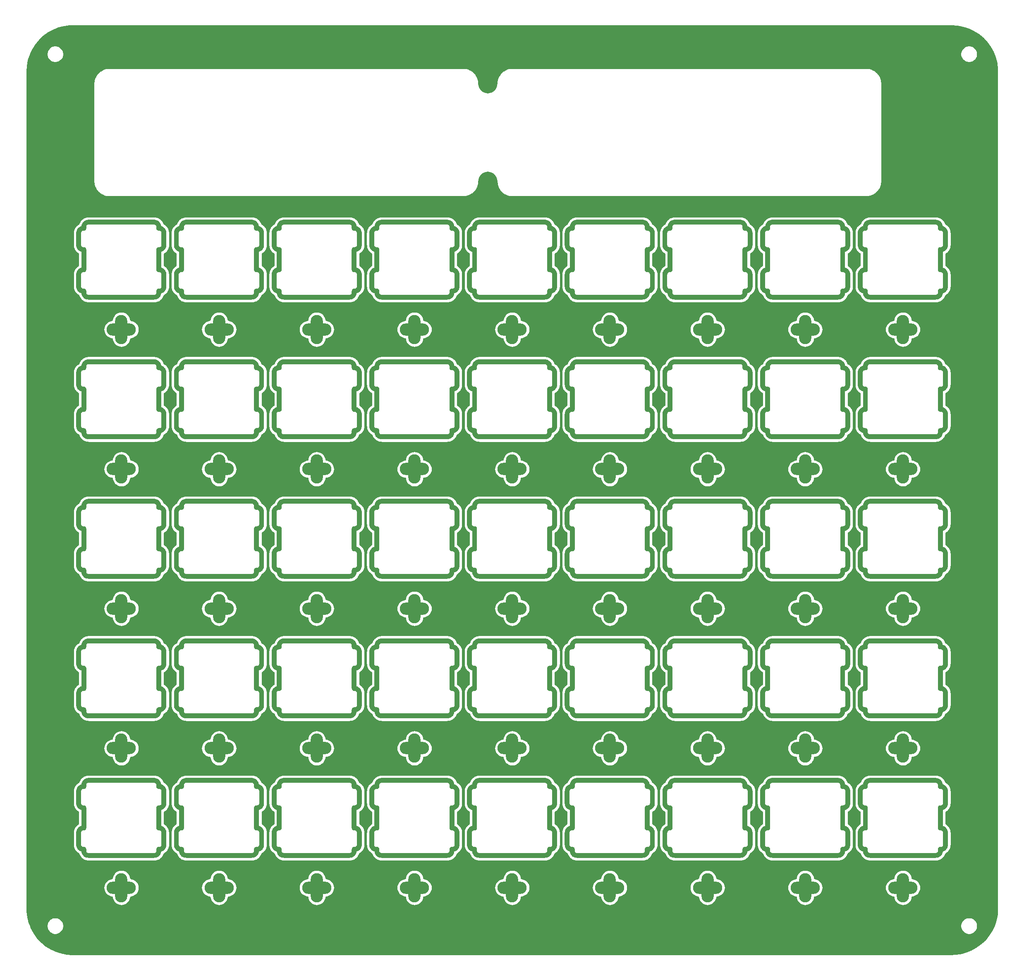
<source format=gbr>
G04 #@! TF.GenerationSoftware,KiCad,Pcbnew,(5.1.8)-1*
G04 #@! TF.CreationDate,2021-02-17T01:33:26+08:00*
G04 #@! TF.ProjectId,LubeStation,4c756265-5374-4617-9469-6f6e2e6b6963,rev?*
G04 #@! TF.SameCoordinates,Original*
G04 #@! TF.FileFunction,Copper,L2,Bot*
G04 #@! TF.FilePolarity,Positive*
%FSLAX46Y46*%
G04 Gerber Fmt 4.6, Leading zero omitted, Abs format (unit mm)*
G04 Created by KiCad (PCBNEW (5.1.8)-1) date 2021-02-17 01:33:26*
%MOMM*%
%LPD*%
G01*
G04 APERTURE LIST*
G04 #@! TA.AperFunction,SMDPad,CuDef*
%ADD10C,1.000000*%
G04 #@! TD*
G04 #@! TA.AperFunction,ComponentPad*
%ADD11O,6.000000X2.500000*%
G04 #@! TD*
G04 #@! TA.AperFunction,ComponentPad*
%ADD12O,2.500000X6.000000*%
G04 #@! TD*
G04 #@! TA.AperFunction,NonConductor*
%ADD13C,0.254000*%
G04 #@! TD*
G04 #@! TA.AperFunction,NonConductor*
%ADD14C,1.000000*%
G04 #@! TD*
G04 APERTURE END LIST*
G04 #@! TA.AperFunction,SMDPad,CuDef*
D10*
G36*
X6756981Y8174951D02*
G01*
X6765692Y8174403D01*
X6774427Y8174403D01*
X6864671Y8169989D01*
X6864685Y8169989D01*
X6864701Y8169987D01*
X6871661Y8169598D01*
X6892428Y8167269D01*
X6913301Y8165222D01*
X7002703Y8152021D01*
X7002709Y8152020D01*
X7002712Y8152020D01*
X7009602Y8150953D01*
X7030060Y8146605D01*
X7050629Y8142532D01*
X7138315Y8120669D01*
X7145077Y8118932D01*
X7165011Y8112609D01*
X7185082Y8106549D01*
X7270203Y8076238D01*
X7270214Y8076235D01*
X7270221Y8076232D01*
X7276778Y8073845D01*
X7295989Y8065611D01*
X7315377Y8057620D01*
X7397149Y8019142D01*
X7403444Y8016125D01*
X7421804Y8006032D01*
X7440285Y7996205D01*
X7517911Y7949931D01*
X7523882Y7946314D01*
X7541168Y7934478D01*
X7558594Y7922900D01*
X7631330Y7869275D01*
X7631337Y7869271D01*
X7631344Y7869265D01*
X7636924Y7865090D01*
X7652933Y7851657D01*
X7669192Y7838397D01*
X7736352Y7777926D01*
X7741507Y7773218D01*
X7756151Y7758264D01*
X7771016Y7743503D01*
X7831943Y7676778D01*
X7831954Y7676767D01*
X7831965Y7676753D01*
X7836625Y7671579D01*
X7849747Y7655258D01*
X7863091Y7639128D01*
X7917217Y7566777D01*
X7917227Y7566764D01*
X7917238Y7566748D01*
X7921369Y7561145D01*
X7932837Y7543621D01*
X7944542Y7526266D01*
X7991358Y7448965D01*
X7994932Y7442968D01*
X8004625Y7424427D01*
X8014592Y7405994D01*
X8053640Y7324494D01*
X8056612Y7318177D01*
X8064450Y7298776D01*
X8072569Y7279462D01*
X8103475Y7194547D01*
X8103478Y7194541D01*
X8103480Y7194533D01*
X8105820Y7187963D01*
X8111724Y7167903D01*
X8117923Y7147877D01*
X8140398Y7060344D01*
X8142087Y7053570D01*
X8146012Y7032998D01*
X8150221Y7012492D01*
X8164047Y6923184D01*
X8165066Y6916278D01*
X8166936Y6895738D01*
X8196971Y6884568D01*
X8240877Y6863153D01*
X8274330Y6842573D01*
X8320203Y6826238D01*
X8320214Y6826235D01*
X8320221Y6826232D01*
X8326778Y6823845D01*
X8345989Y6815611D01*
X8365377Y6807620D01*
X8447149Y6769142D01*
X8453444Y6766125D01*
X8471804Y6756032D01*
X8490285Y6746205D01*
X8567911Y6699931D01*
X8573882Y6696314D01*
X8591168Y6684478D01*
X8608594Y6672900D01*
X8681330Y6619275D01*
X8681337Y6619271D01*
X8681344Y6619265D01*
X8686924Y6615090D01*
X8702933Y6601657D01*
X8719192Y6588397D01*
X8786352Y6527926D01*
X8791507Y6523218D01*
X8806151Y6508264D01*
X8821016Y6493503D01*
X8881943Y6426778D01*
X8881954Y6426767D01*
X8881965Y6426753D01*
X8886625Y6421579D01*
X8899747Y6405258D01*
X8913091Y6389128D01*
X8967217Y6316777D01*
X8967227Y6316764D01*
X8967238Y6316748D01*
X8971369Y6311145D01*
X8982837Y6293621D01*
X8994542Y6276266D01*
X9041358Y6198965D01*
X9044932Y6192968D01*
X9054625Y6174427D01*
X9064592Y6155994D01*
X9103640Y6074494D01*
X9106612Y6068177D01*
X9114450Y6048776D01*
X9122569Y6029462D01*
X9153475Y5944547D01*
X9153478Y5944541D01*
X9153480Y5944533D01*
X9155820Y5937963D01*
X9161724Y5917903D01*
X9167923Y5897877D01*
X9190398Y5810344D01*
X9192087Y5803570D01*
X9196012Y5782998D01*
X9200221Y5762492D01*
X9214047Y5673184D01*
X9215066Y5666278D01*
X9216959Y5645484D01*
X9219154Y5624596D01*
X9224198Y5534365D01*
X9224538Y5527392D01*
X9224471Y5517820D01*
X9224974Y5508239D01*
X9224997Y5501781D01*
X9224991Y5500174D01*
X9225000Y5500000D01*
X9225000Y3000000D01*
X9224951Y2993019D01*
X9224403Y2984308D01*
X9224403Y2975573D01*
X9219988Y2885309D01*
X9219598Y2878339D01*
X9217265Y2857541D01*
X9215222Y2836699D01*
X9202021Y2747296D01*
X9200953Y2740397D01*
X9196602Y2719925D01*
X9192532Y2699371D01*
X9170670Y2611688D01*
X9170670Y2611686D01*
X9170669Y2611684D01*
X9168932Y2604922D01*
X9162608Y2584985D01*
X9156549Y2564919D01*
X9126238Y2479797D01*
X9126235Y2479786D01*
X9126233Y2479782D01*
X9123845Y2473222D01*
X9115616Y2454022D01*
X9107620Y2434623D01*
X9069142Y2352852D01*
X9066125Y2346556D01*
X9056039Y2328209D01*
X9046205Y2309715D01*
X8999938Y2232103D01*
X8999933Y2232093D01*
X8999930Y2232089D01*
X8996314Y2226118D01*
X8984483Y2208839D01*
X8972900Y2191406D01*
X8919272Y2118666D01*
X8915090Y2113076D01*
X8901657Y2097067D01*
X8888397Y2080808D01*
X8827926Y2013648D01*
X8823218Y2008493D01*
X8808280Y1993864D01*
X8793503Y1978984D01*
X8726767Y1918046D01*
X8721579Y1913375D01*
X8705258Y1900253D01*
X8689128Y1886909D01*
X8616777Y1832783D01*
X8616764Y1832773D01*
X8616748Y1832762D01*
X8611145Y1828631D01*
X8593621Y1817163D01*
X8576266Y1805458D01*
X8498970Y1758646D01*
X8498964Y1758642D01*
X8498957Y1758638D01*
X8492968Y1755068D01*
X8474409Y1745366D01*
X8455993Y1735408D01*
X8374494Y1696360D01*
X8368177Y1693388D01*
X8348776Y1685550D01*
X8329462Y1677431D01*
X8275347Y1657735D01*
X8234736Y1633526D01*
X8190535Y1612727D01*
X8175000Y1607195D01*
X8175000Y-1607261D01*
X8196971Y-1615432D01*
X8240877Y-1636847D01*
X8274330Y-1657427D01*
X8320203Y-1673762D01*
X8320214Y-1673765D01*
X8320221Y-1673768D01*
X8326778Y-1676155D01*
X8345989Y-1684389D01*
X8365377Y-1692380D01*
X8447149Y-1730858D01*
X8453444Y-1733875D01*
X8471804Y-1743968D01*
X8490285Y-1753795D01*
X8567911Y-1800069D01*
X8573882Y-1803686D01*
X8591168Y-1815522D01*
X8608594Y-1827100D01*
X8681330Y-1880725D01*
X8681337Y-1880729D01*
X8681344Y-1880735D01*
X8686924Y-1884910D01*
X8702933Y-1898343D01*
X8719192Y-1911603D01*
X8786352Y-1972074D01*
X8791507Y-1976782D01*
X8806151Y-1991736D01*
X8821016Y-2006497D01*
X8881943Y-2073222D01*
X8881954Y-2073233D01*
X8881965Y-2073247D01*
X8886625Y-2078421D01*
X8899747Y-2094742D01*
X8913091Y-2110872D01*
X8967217Y-2183223D01*
X8967227Y-2183236D01*
X8967238Y-2183252D01*
X8971369Y-2188855D01*
X8982837Y-2206379D01*
X8994542Y-2223734D01*
X9041358Y-2301035D01*
X9044932Y-2307032D01*
X9054625Y-2325573D01*
X9064592Y-2344006D01*
X9103640Y-2425506D01*
X9106612Y-2431823D01*
X9114450Y-2451224D01*
X9122569Y-2470538D01*
X9153475Y-2555453D01*
X9153478Y-2555459D01*
X9153480Y-2555467D01*
X9155820Y-2562037D01*
X9161724Y-2582097D01*
X9167923Y-2602123D01*
X9190398Y-2689656D01*
X9192087Y-2696430D01*
X9196012Y-2717002D01*
X9200221Y-2737508D01*
X9214047Y-2826816D01*
X9215066Y-2833722D01*
X9216959Y-2854516D01*
X9219154Y-2875404D01*
X9224198Y-2965635D01*
X9224538Y-2972608D01*
X9224471Y-2982180D01*
X9224974Y-2991761D01*
X9224997Y-2998219D01*
X9224991Y-2999826D01*
X9225000Y-3000000D01*
X9225000Y-5500000D01*
X9224951Y-5506981D01*
X9224403Y-5515692D01*
X9224403Y-5524427D01*
X9219988Y-5614691D01*
X9219598Y-5621661D01*
X9217265Y-5642459D01*
X9215222Y-5663301D01*
X9202021Y-5752704D01*
X9200953Y-5759603D01*
X9196602Y-5780075D01*
X9192532Y-5800629D01*
X9170670Y-5888312D01*
X9170670Y-5888314D01*
X9170669Y-5888316D01*
X9168932Y-5895078D01*
X9162608Y-5915015D01*
X9156549Y-5935081D01*
X9126238Y-6020203D01*
X9126235Y-6020214D01*
X9126233Y-6020218D01*
X9123845Y-6026778D01*
X9115616Y-6045978D01*
X9107620Y-6065377D01*
X9069142Y-6147148D01*
X9066125Y-6153444D01*
X9056039Y-6171791D01*
X9046205Y-6190285D01*
X8999938Y-6267897D01*
X8999933Y-6267907D01*
X8999930Y-6267911D01*
X8996314Y-6273882D01*
X8984483Y-6291161D01*
X8972900Y-6308594D01*
X8919272Y-6381334D01*
X8915090Y-6386924D01*
X8901657Y-6402933D01*
X8888397Y-6419192D01*
X8827926Y-6486352D01*
X8823218Y-6491507D01*
X8808280Y-6506136D01*
X8793503Y-6521016D01*
X8726767Y-6581954D01*
X8721579Y-6586625D01*
X8705258Y-6599747D01*
X8689128Y-6613091D01*
X8616777Y-6667217D01*
X8616764Y-6667227D01*
X8616748Y-6667238D01*
X8611145Y-6671369D01*
X8593621Y-6682837D01*
X8576266Y-6694542D01*
X8498970Y-6741354D01*
X8498964Y-6741358D01*
X8498957Y-6741362D01*
X8492968Y-6744932D01*
X8474409Y-6754634D01*
X8455993Y-6764592D01*
X8374494Y-6803640D01*
X8368177Y-6806612D01*
X8348776Y-6814450D01*
X8329462Y-6822569D01*
X8275347Y-6842265D01*
X8234736Y-6866474D01*
X8190535Y-6887273D01*
X8166950Y-6895671D01*
X8165222Y-6913301D01*
X8152021Y-7002704D01*
X8150953Y-7009603D01*
X8146602Y-7030075D01*
X8142532Y-7050629D01*
X8120670Y-7138312D01*
X8120670Y-7138314D01*
X8120669Y-7138316D01*
X8118932Y-7145078D01*
X8112608Y-7165015D01*
X8106549Y-7185081D01*
X8076238Y-7270203D01*
X8076235Y-7270214D01*
X8076233Y-7270218D01*
X8073845Y-7276778D01*
X8065616Y-7295978D01*
X8057620Y-7315377D01*
X8019142Y-7397148D01*
X8016125Y-7403444D01*
X8006039Y-7421791D01*
X7996205Y-7440285D01*
X7949938Y-7517897D01*
X7949933Y-7517907D01*
X7949930Y-7517911D01*
X7946314Y-7523882D01*
X7934483Y-7541161D01*
X7922900Y-7558594D01*
X7869272Y-7631334D01*
X7865090Y-7636924D01*
X7851657Y-7652933D01*
X7838397Y-7669192D01*
X7777926Y-7736352D01*
X7773218Y-7741507D01*
X7758280Y-7756136D01*
X7743503Y-7771016D01*
X7676767Y-7831954D01*
X7671579Y-7836625D01*
X7655258Y-7849747D01*
X7639128Y-7863091D01*
X7566777Y-7917217D01*
X7566764Y-7917227D01*
X7566748Y-7917238D01*
X7561145Y-7921369D01*
X7543621Y-7932837D01*
X7526266Y-7944542D01*
X7448970Y-7991354D01*
X7448964Y-7991358D01*
X7448957Y-7991362D01*
X7442968Y-7994932D01*
X7424409Y-8004634D01*
X7405993Y-8014592D01*
X7324494Y-8053640D01*
X7318177Y-8056612D01*
X7298776Y-8064450D01*
X7279462Y-8072569D01*
X7194547Y-8103475D01*
X7194541Y-8103478D01*
X7194533Y-8103480D01*
X7187963Y-8105820D01*
X7167892Y-8111727D01*
X7147876Y-8117923D01*
X7060344Y-8140398D01*
X7053570Y-8142087D01*
X7032998Y-8146012D01*
X7012492Y-8150221D01*
X6923184Y-8164047D01*
X6923180Y-8164048D01*
X6923175Y-8164048D01*
X6916278Y-8165066D01*
X6895484Y-8166959D01*
X6874596Y-8169154D01*
X6784365Y-8174198D01*
X6777392Y-8174538D01*
X6767820Y-8174471D01*
X6758239Y-8174974D01*
X6751781Y-8174997D01*
X6750174Y-8174991D01*
X6750000Y-8175000D01*
X-6750000Y-8175000D01*
X-6756981Y-8174951D01*
X-6765692Y-8174403D01*
X-6774427Y-8174403D01*
X-6864691Y-8169988D01*
X-6871661Y-8169598D01*
X-6892459Y-8167265D01*
X-6913301Y-8165222D01*
X-7002704Y-8152021D01*
X-7009603Y-8150953D01*
X-7030075Y-8146602D01*
X-7050629Y-8142532D01*
X-7138312Y-8120670D01*
X-7138317Y-8120669D01*
X-7138323Y-8120667D01*
X-7145078Y-8118932D01*
X-7165015Y-8112608D01*
X-7185081Y-8106549D01*
X-7270203Y-8076238D01*
X-7270214Y-8076235D01*
X-7270225Y-8076230D01*
X-7276778Y-8073845D01*
X-7295978Y-8065616D01*
X-7315377Y-8057620D01*
X-7397148Y-8019142D01*
X-7403444Y-8016125D01*
X-7421791Y-8006039D01*
X-7440285Y-7996205D01*
X-7517897Y-7949938D01*
X-7517907Y-7949933D01*
X-7517917Y-7949926D01*
X-7523882Y-7946314D01*
X-7541161Y-7934483D01*
X-7558594Y-7922900D01*
X-7631334Y-7869272D01*
X-7631336Y-7869271D01*
X-7631343Y-7869265D01*
X-7636924Y-7865090D01*
X-7652933Y-7851657D01*
X-7669192Y-7838397D01*
X-7736352Y-7777926D01*
X-7741507Y-7773218D01*
X-7756136Y-7758280D01*
X-7771016Y-7743503D01*
X-7831954Y-7676767D01*
X-7836625Y-7671579D01*
X-7849747Y-7655258D01*
X-7863091Y-7639128D01*
X-7917225Y-7566766D01*
X-7917227Y-7566764D01*
X-7917238Y-7566748D01*
X-7921369Y-7561145D01*
X-7932837Y-7543621D01*
X-7944542Y-7526266D01*
X-7991354Y-7448970D01*
X-7991358Y-7448964D01*
X-7991362Y-7448957D01*
X-7994932Y-7442968D01*
X-8004634Y-7424409D01*
X-8014592Y-7405993D01*
X-8053640Y-7324494D01*
X-8056612Y-7318177D01*
X-8064450Y-7298776D01*
X-8072569Y-7279462D01*
X-8103478Y-7194540D01*
X-8105820Y-7187963D01*
X-8111727Y-7167892D01*
X-8117923Y-7147876D01*
X-8140398Y-7060344D01*
X-8142087Y-7053570D01*
X-8146012Y-7032998D01*
X-8150221Y-7012492D01*
X-8164047Y-6923184D01*
X-8165066Y-6916278D01*
X-8166936Y-6895738D01*
X-8196971Y-6884568D01*
X-8240877Y-6863153D01*
X-8274331Y-6842573D01*
X-8320203Y-6826238D01*
X-8320214Y-6826235D01*
X-8320225Y-6826230D01*
X-8326778Y-6823845D01*
X-8345978Y-6815616D01*
X-8365377Y-6807620D01*
X-8447148Y-6769142D01*
X-8453444Y-6766125D01*
X-8471791Y-6756039D01*
X-8490285Y-6746205D01*
X-8567897Y-6699938D01*
X-8567907Y-6699933D01*
X-8567917Y-6699926D01*
X-8573882Y-6696314D01*
X-8591161Y-6684483D01*
X-8608594Y-6672900D01*
X-8681334Y-6619272D01*
X-8681336Y-6619271D01*
X-8681343Y-6619265D01*
X-8686924Y-6615090D01*
X-8702933Y-6601657D01*
X-8719192Y-6588397D01*
X-8786352Y-6527926D01*
X-8791507Y-6523218D01*
X-8806136Y-6508280D01*
X-8821016Y-6493503D01*
X-8881954Y-6426767D01*
X-8886625Y-6421579D01*
X-8899747Y-6405258D01*
X-8913091Y-6389128D01*
X-8967225Y-6316766D01*
X-8967227Y-6316764D01*
X-8967238Y-6316748D01*
X-8971369Y-6311145D01*
X-8982837Y-6293621D01*
X-8994542Y-6276266D01*
X-9041354Y-6198970D01*
X-9041358Y-6198964D01*
X-9041362Y-6198957D01*
X-9044932Y-6192968D01*
X-9054634Y-6174409D01*
X-9064592Y-6155993D01*
X-9103640Y-6074494D01*
X-9106612Y-6068177D01*
X-9114450Y-6048776D01*
X-9122569Y-6029462D01*
X-9153478Y-5944540D01*
X-9155820Y-5937963D01*
X-9161727Y-5917892D01*
X-9167923Y-5897876D01*
X-9190398Y-5810344D01*
X-9192087Y-5803570D01*
X-9196012Y-5782998D01*
X-9200221Y-5762492D01*
X-9214047Y-5673184D01*
X-9215066Y-5666278D01*
X-9216959Y-5645484D01*
X-9219154Y-5624596D01*
X-9224198Y-5534365D01*
X-9224538Y-5527392D01*
X-9224471Y-5517820D01*
X-9224974Y-5508239D01*
X-9224997Y-5501781D01*
X-9224991Y-5500174D01*
X-9225000Y-5500000D01*
X-9225000Y-3000000D01*
X-9224951Y-2993019D01*
X-9224403Y-2984308D01*
X-9224403Y-2975573D01*
X-9219989Y-2885329D01*
X-9219989Y-2885315D01*
X-9219987Y-2885299D01*
X-9219598Y-2878339D01*
X-9217269Y-2857572D01*
X-9215222Y-2836699D01*
X-9202021Y-2747297D01*
X-9200953Y-2740398D01*
X-9196605Y-2719940D01*
X-9192532Y-2699371D01*
X-9170669Y-2611685D01*
X-9168932Y-2604923D01*
X-9162609Y-2584989D01*
X-9156549Y-2564918D01*
X-9126238Y-2479797D01*
X-9126235Y-2479786D01*
X-9126230Y-2479775D01*
X-9123845Y-2473222D01*
X-9115611Y-2454011D01*
X-9107620Y-2434623D01*
X-9069142Y-2352851D01*
X-9066125Y-2346556D01*
X-9056032Y-2328196D01*
X-9046205Y-2309715D01*
X-8999931Y-2232089D01*
X-8996314Y-2226118D01*
X-8984478Y-2208832D01*
X-8972900Y-2191406D01*
X-8919272Y-2118665D01*
X-8915090Y-2113076D01*
X-8901657Y-2097067D01*
X-8888397Y-2080808D01*
X-8827926Y-2013648D01*
X-8823218Y-2008493D01*
X-8808264Y-1993849D01*
X-8793503Y-1978984D01*
X-8726778Y-1918057D01*
X-8726767Y-1918046D01*
X-8726753Y-1918035D01*
X-8721579Y-1913375D01*
X-8705258Y-1900253D01*
X-8689128Y-1886909D01*
X-8616777Y-1832783D01*
X-8616764Y-1832773D01*
X-8616748Y-1832762D01*
X-8611145Y-1828631D01*
X-8593621Y-1817163D01*
X-8576266Y-1805458D01*
X-8498965Y-1758642D01*
X-8492968Y-1755068D01*
X-8474427Y-1745375D01*
X-8455994Y-1735408D01*
X-8374494Y-1696360D01*
X-8368177Y-1693388D01*
X-8348776Y-1685550D01*
X-8329462Y-1677431D01*
X-8275347Y-1657735D01*
X-8234736Y-1633526D01*
X-8190535Y-1612727D01*
X-8175000Y-1607195D01*
X-8175000Y1607261D01*
X-8196971Y1615432D01*
X-8240877Y1636847D01*
X-8274331Y1657427D01*
X-8320203Y1673762D01*
X-8320214Y1673765D01*
X-8320225Y1673770D01*
X-8326778Y1676155D01*
X-8345978Y1684384D01*
X-8365377Y1692380D01*
X-8447148Y1730858D01*
X-8453444Y1733875D01*
X-8471791Y1743961D01*
X-8490285Y1753795D01*
X-8567897Y1800062D01*
X-8567907Y1800067D01*
X-8567917Y1800074D01*
X-8573882Y1803686D01*
X-8591161Y1815517D01*
X-8608594Y1827100D01*
X-8681334Y1880728D01*
X-8681336Y1880729D01*
X-8681343Y1880735D01*
X-8686924Y1884910D01*
X-8702933Y1898343D01*
X-8719192Y1911603D01*
X-8786352Y1972074D01*
X-8791507Y1976782D01*
X-8806136Y1991720D01*
X-8821016Y2006497D01*
X-8881954Y2073233D01*
X-8886625Y2078421D01*
X-8899747Y2094742D01*
X-8913091Y2110872D01*
X-8967225Y2183234D01*
X-8967227Y2183236D01*
X-8967238Y2183252D01*
X-8971369Y2188855D01*
X-8982837Y2206379D01*
X-8994542Y2223734D01*
X-9041354Y2301030D01*
X-9041358Y2301036D01*
X-9041362Y2301043D01*
X-9044932Y2307032D01*
X-9054634Y2325591D01*
X-9064592Y2344007D01*
X-9103640Y2425506D01*
X-9106612Y2431823D01*
X-9114450Y2451224D01*
X-9122569Y2470538D01*
X-9153478Y2555460D01*
X-9155820Y2562037D01*
X-9161727Y2582108D01*
X-9167923Y2602124D01*
X-9190398Y2689656D01*
X-9192087Y2696430D01*
X-9196012Y2717002D01*
X-9200221Y2737508D01*
X-9214047Y2826816D01*
X-9215066Y2833722D01*
X-9216959Y2854516D01*
X-9219154Y2875404D01*
X-9224198Y2965635D01*
X-9224538Y2972608D01*
X-9224471Y2982180D01*
X-9224974Y2991761D01*
X-9224997Y2998219D01*
X-9224991Y2999826D01*
X-9225000Y3000000D01*
X-9225000Y5487779D01*
X-8225000Y5487779D01*
X-8225000Y3007925D01*
X-8222077Y2955634D01*
X-8215734Y2914662D01*
X-8205422Y2874499D01*
X-8191243Y2835542D01*
X-8173322Y2798140D01*
X-8151843Y2762673D01*
X-8127009Y2729477D01*
X-8099053Y2698860D01*
X-8068231Y2671108D01*
X-8034860Y2646506D01*
X-7999245Y2625275D01*
X-7961723Y2607619D01*
X-7922666Y2593711D01*
X-7882435Y2583680D01*
X-7841415Y2577623D01*
X-7787779Y2575000D01*
X-7675000Y2575000D01*
X-7671764Y2574977D01*
X-7671509Y2574988D01*
X-7671253Y2574974D01*
X-7668019Y2574951D01*
X-7645418Y2573529D01*
X-7622736Y2572261D01*
X-7621009Y2571994D01*
X-7619266Y2571884D01*
X-7596893Y2568261D01*
X-7574461Y2564788D01*
X-7572767Y2564353D01*
X-7571044Y2564074D01*
X-7549128Y2558283D01*
X-7527146Y2552639D01*
X-7525503Y2552041D01*
X-7523815Y2551595D01*
X-7502579Y2543698D01*
X-7481242Y2535932D01*
X-7479665Y2535176D01*
X-7478029Y2534568D01*
X-7457642Y2524624D01*
X-7437188Y2514824D01*
X-7435694Y2513919D01*
X-7434123Y2513153D01*
X-7414771Y2501248D01*
X-7395404Y2489519D01*
X-7394009Y2488476D01*
X-7392516Y2487557D01*
X-7374436Y2473833D01*
X-7356288Y2460257D01*
X-7354995Y2459077D01*
X-7353606Y2458022D01*
X-7336961Y2442608D01*
X-7320215Y2427317D01*
X-7319048Y2426021D01*
X-7317764Y2424832D01*
X-7302691Y2407855D01*
X-7287528Y2391015D01*
X-7286491Y2389609D01*
X-7285331Y2388302D01*
X-7272012Y2369970D01*
X-7258539Y2351696D01*
X-7257643Y2350192D01*
X-7256618Y2348782D01*
X-7245163Y2329258D01*
X-7233526Y2309736D01*
X-7232782Y2308154D01*
X-7231898Y2306648D01*
X-7222385Y2286059D01*
X-7212727Y2265535D01*
X-7212141Y2263889D01*
X-7211408Y2262303D01*
X-7203952Y2240894D01*
X-7196340Y2219516D01*
X-7195917Y2217819D01*
X-7195343Y2216171D01*
X-7190012Y2194135D01*
X-7184522Y2172117D01*
X-7184267Y2170389D01*
X-7183856Y2168691D01*
X-7180703Y2146257D01*
X-7177386Y2123791D01*
X-7177300Y2122041D01*
X-7177058Y2120316D01*
X-7176109Y2097678D01*
X-7175000Y2075000D01*
X-7175000Y-2075000D01*
X-7175023Y-2078236D01*
X-7175012Y-2078491D01*
X-7175026Y-2078747D01*
X-7175049Y-2081981D01*
X-7176471Y-2104582D01*
X-7177739Y-2127264D01*
X-7178006Y-2128991D01*
X-7178116Y-2130734D01*
X-7181739Y-2153104D01*
X-7185212Y-2175539D01*
X-7185647Y-2177233D01*
X-7185926Y-2178956D01*
X-7191717Y-2200872D01*
X-7197361Y-2222854D01*
X-7197959Y-2224497D01*
X-7198405Y-2226185D01*
X-7206302Y-2247421D01*
X-7214068Y-2268758D01*
X-7214824Y-2270335D01*
X-7215432Y-2271971D01*
X-7225376Y-2292358D01*
X-7235176Y-2312812D01*
X-7236081Y-2314306D01*
X-7236847Y-2315877D01*
X-7248752Y-2335229D01*
X-7260481Y-2354596D01*
X-7261524Y-2355991D01*
X-7262443Y-2357484D01*
X-7276167Y-2375564D01*
X-7289743Y-2393712D01*
X-7290923Y-2395005D01*
X-7291978Y-2396394D01*
X-7307392Y-2413039D01*
X-7322683Y-2429785D01*
X-7323979Y-2430952D01*
X-7325168Y-2432236D01*
X-7342145Y-2447309D01*
X-7358985Y-2462472D01*
X-7360391Y-2463509D01*
X-7361698Y-2464669D01*
X-7380030Y-2477988D01*
X-7398304Y-2491461D01*
X-7399808Y-2492357D01*
X-7401218Y-2493382D01*
X-7420751Y-2504842D01*
X-7440264Y-2516474D01*
X-7441846Y-2517218D01*
X-7443352Y-2518102D01*
X-7463941Y-2527615D01*
X-7484465Y-2537273D01*
X-7486111Y-2537859D01*
X-7487697Y-2538592D01*
X-7509106Y-2546048D01*
X-7530484Y-2553660D01*
X-7532181Y-2554083D01*
X-7533829Y-2554657D01*
X-7555865Y-2559988D01*
X-7577883Y-2565478D01*
X-7579611Y-2565733D01*
X-7581309Y-2566144D01*
X-7603743Y-2569297D01*
X-7626209Y-2572614D01*
X-7627959Y-2572700D01*
X-7629684Y-2572942D01*
X-7652322Y-2573891D01*
X-7675000Y-2575000D01*
X-7792075Y-2575000D01*
X-7844366Y-2577923D01*
X-7885340Y-2584266D01*
X-7925501Y-2594578D01*
X-7964461Y-2608759D01*
X-8001861Y-2626678D01*
X-8037322Y-2648154D01*
X-8070522Y-2672990D01*
X-8101143Y-2700951D01*
X-8128893Y-2731770D01*
X-8153493Y-2765138D01*
X-8174723Y-2800750D01*
X-8192381Y-2838276D01*
X-8206288Y-2877332D01*
X-8216320Y-2917567D01*
X-8222377Y-2958586D01*
X-8225000Y-3012221D01*
X-8225000Y-5492075D01*
X-8222077Y-5544366D01*
X-8215734Y-5585338D01*
X-8205422Y-5625501D01*
X-8191243Y-5664458D01*
X-8173322Y-5701860D01*
X-8151843Y-5737327D01*
X-8127009Y-5770523D01*
X-8099053Y-5801140D01*
X-8068231Y-5828892D01*
X-8034860Y-5853494D01*
X-7999245Y-5874725D01*
X-7961723Y-5892381D01*
X-7922666Y-5906289D01*
X-7882435Y-5916320D01*
X-7841415Y-5922377D01*
X-7787779Y-5925000D01*
X-7675000Y-5925000D01*
X-7671764Y-5925023D01*
X-7671509Y-5925012D01*
X-7671253Y-5925026D01*
X-7668019Y-5925049D01*
X-7645418Y-5926471D01*
X-7622736Y-5927739D01*
X-7621009Y-5928006D01*
X-7619266Y-5928116D01*
X-7596893Y-5931739D01*
X-7574461Y-5935212D01*
X-7572767Y-5935647D01*
X-7571044Y-5935926D01*
X-7549128Y-5941717D01*
X-7527146Y-5947361D01*
X-7525503Y-5947959D01*
X-7523815Y-5948405D01*
X-7502579Y-5956302D01*
X-7481242Y-5964068D01*
X-7479665Y-5964824D01*
X-7478029Y-5965432D01*
X-7457642Y-5975376D01*
X-7437188Y-5985176D01*
X-7435694Y-5986081D01*
X-7434123Y-5986847D01*
X-7414771Y-5998752D01*
X-7395404Y-6010481D01*
X-7394009Y-6011524D01*
X-7392516Y-6012443D01*
X-7374436Y-6026167D01*
X-7356288Y-6039743D01*
X-7354995Y-6040923D01*
X-7353606Y-6041978D01*
X-7336961Y-6057392D01*
X-7320215Y-6072683D01*
X-7319048Y-6073979D01*
X-7317764Y-6075168D01*
X-7302691Y-6092145D01*
X-7287528Y-6108985D01*
X-7286491Y-6110391D01*
X-7285331Y-6111698D01*
X-7272012Y-6130030D01*
X-7258539Y-6148304D01*
X-7257643Y-6149808D01*
X-7256618Y-6151218D01*
X-7245163Y-6170742D01*
X-7233526Y-6190264D01*
X-7232782Y-6191846D01*
X-7231898Y-6193352D01*
X-7222385Y-6213941D01*
X-7212727Y-6234465D01*
X-7212141Y-6236111D01*
X-7211408Y-6237697D01*
X-7203952Y-6259106D01*
X-7196340Y-6280484D01*
X-7195917Y-6282181D01*
X-7195343Y-6283829D01*
X-7190012Y-6305865D01*
X-7184522Y-6327883D01*
X-7184267Y-6329611D01*
X-7183856Y-6331309D01*
X-7180703Y-6353743D01*
X-7177386Y-6376209D01*
X-7177300Y-6377959D01*
X-7177058Y-6379684D01*
X-7176109Y-6402322D01*
X-7175000Y-6425000D01*
X-7175000Y-6742075D01*
X-7172077Y-6794366D01*
X-7165734Y-6835338D01*
X-7155422Y-6875501D01*
X-7141243Y-6914458D01*
X-7123322Y-6951860D01*
X-7101843Y-6987327D01*
X-7077009Y-7020523D01*
X-7049053Y-7051140D01*
X-7018231Y-7078892D01*
X-6984860Y-7103494D01*
X-6949245Y-7124725D01*
X-6911723Y-7142381D01*
X-6872666Y-7156289D01*
X-6832435Y-7166320D01*
X-6791415Y-7172377D01*
X-6737779Y-7175000D01*
X6742075Y-7175000D01*
X6794366Y-7172077D01*
X6835338Y-7165734D01*
X6875501Y-7155422D01*
X6914458Y-7141243D01*
X6951860Y-7123322D01*
X6987327Y-7101843D01*
X7020523Y-7077009D01*
X7051140Y-7049053D01*
X7078892Y-7018231D01*
X7103494Y-6984860D01*
X7124725Y-6949245D01*
X7142381Y-6911723D01*
X7156289Y-6872666D01*
X7166320Y-6832435D01*
X7172377Y-6791415D01*
X7175000Y-6737779D01*
X7175000Y-6425000D01*
X7175023Y-6421764D01*
X7175012Y-6421509D01*
X7175026Y-6421253D01*
X7175049Y-6418019D01*
X7176471Y-6395418D01*
X7177739Y-6372736D01*
X7178006Y-6371009D01*
X7178116Y-6369266D01*
X7181739Y-6346893D01*
X7185212Y-6324461D01*
X7185647Y-6322767D01*
X7185926Y-6321044D01*
X7191728Y-6299084D01*
X7197361Y-6277146D01*
X7197959Y-6275503D01*
X7198405Y-6273815D01*
X7206311Y-6252556D01*
X7214068Y-6231242D01*
X7214824Y-6229665D01*
X7215432Y-6228029D01*
X7225376Y-6207642D01*
X7235176Y-6187188D01*
X7236081Y-6185694D01*
X7236847Y-6184123D01*
X7248752Y-6164771D01*
X7260481Y-6145404D01*
X7261524Y-6144009D01*
X7262443Y-6142516D01*
X7276167Y-6124436D01*
X7289743Y-6106288D01*
X7290923Y-6104995D01*
X7291978Y-6103606D01*
X7307392Y-6086961D01*
X7322683Y-6070215D01*
X7323979Y-6069048D01*
X7325168Y-6067764D01*
X7342145Y-6052691D01*
X7358985Y-6037528D01*
X7360391Y-6036491D01*
X7361698Y-6035331D01*
X7380030Y-6022012D01*
X7398304Y-6008539D01*
X7399808Y-6007643D01*
X7401218Y-6006618D01*
X7420751Y-5995158D01*
X7440264Y-5983526D01*
X7441846Y-5982782D01*
X7443352Y-5981898D01*
X7463941Y-5972385D01*
X7484465Y-5962727D01*
X7486111Y-5962141D01*
X7487697Y-5961408D01*
X7509106Y-5953952D01*
X7530484Y-5946340D01*
X7532181Y-5945917D01*
X7533829Y-5945343D01*
X7555865Y-5940012D01*
X7577883Y-5934522D01*
X7579611Y-5934267D01*
X7581309Y-5933856D01*
X7603743Y-5930703D01*
X7626209Y-5927386D01*
X7627959Y-5927300D01*
X7629684Y-5927058D01*
X7652322Y-5926109D01*
X7675000Y-5925000D01*
X7792075Y-5925000D01*
X7844366Y-5922077D01*
X7885338Y-5915734D01*
X7925501Y-5905422D01*
X7964458Y-5891243D01*
X8001860Y-5873322D01*
X8037327Y-5851843D01*
X8070523Y-5827009D01*
X8101140Y-5799053D01*
X8128892Y-5768231D01*
X8153494Y-5734860D01*
X8174725Y-5699245D01*
X8192381Y-5661723D01*
X8206289Y-5622666D01*
X8216320Y-5582435D01*
X8222377Y-5541415D01*
X8225000Y-5487779D01*
X8225000Y-3007925D01*
X8222077Y-2955634D01*
X8215734Y-2914660D01*
X8205422Y-2874499D01*
X8191241Y-2835539D01*
X8173322Y-2798139D01*
X8151846Y-2762678D01*
X8127010Y-2729478D01*
X8099049Y-2698857D01*
X8068230Y-2671107D01*
X8034862Y-2646507D01*
X7999250Y-2625277D01*
X7961724Y-2607619D01*
X7922668Y-2593712D01*
X7882433Y-2583680D01*
X7841414Y-2577623D01*
X7787779Y-2575000D01*
X7675000Y-2575000D01*
X7671764Y-2574977D01*
X7671509Y-2574988D01*
X7671253Y-2574974D01*
X7668019Y-2574951D01*
X7645418Y-2573529D01*
X7622736Y-2572261D01*
X7621009Y-2571994D01*
X7619266Y-2571884D01*
X7596893Y-2568261D01*
X7574461Y-2564788D01*
X7572767Y-2564353D01*
X7571044Y-2564074D01*
X7549128Y-2558283D01*
X7527146Y-2552639D01*
X7525503Y-2552041D01*
X7523815Y-2551595D01*
X7502579Y-2543698D01*
X7481242Y-2535932D01*
X7479665Y-2535176D01*
X7478029Y-2534568D01*
X7457642Y-2524624D01*
X7437188Y-2514824D01*
X7435694Y-2513919D01*
X7434123Y-2513153D01*
X7414771Y-2501248D01*
X7395404Y-2489519D01*
X7394009Y-2488476D01*
X7392516Y-2487557D01*
X7374430Y-2473829D01*
X7356288Y-2460257D01*
X7354995Y-2459077D01*
X7353606Y-2458022D01*
X7336961Y-2442608D01*
X7320215Y-2427317D01*
X7319048Y-2426021D01*
X7317764Y-2424832D01*
X7302691Y-2407855D01*
X7287528Y-2391015D01*
X7286491Y-2389609D01*
X7285331Y-2388302D01*
X7272012Y-2369970D01*
X7258539Y-2351696D01*
X7257643Y-2350192D01*
X7256618Y-2348782D01*
X7245158Y-2329249D01*
X7233526Y-2309736D01*
X7232782Y-2308154D01*
X7231898Y-2306648D01*
X7222385Y-2286059D01*
X7212727Y-2265535D01*
X7212141Y-2263889D01*
X7211408Y-2262303D01*
X7203952Y-2240894D01*
X7196340Y-2219516D01*
X7195917Y-2217819D01*
X7195343Y-2216171D01*
X7190012Y-2194135D01*
X7184522Y-2172117D01*
X7184267Y-2170389D01*
X7183856Y-2168691D01*
X7180703Y-2146257D01*
X7177386Y-2123791D01*
X7177300Y-2122041D01*
X7177058Y-2120316D01*
X7176109Y-2097678D01*
X7175000Y-2075000D01*
X7175000Y2075000D01*
X7175023Y2078236D01*
X7175012Y2078491D01*
X7175026Y2078747D01*
X7175049Y2081981D01*
X7176471Y2104582D01*
X7177739Y2127264D01*
X7178006Y2128991D01*
X7178116Y2130734D01*
X7181739Y2153107D01*
X7185212Y2175539D01*
X7185647Y2177233D01*
X7185926Y2178956D01*
X7191717Y2200872D01*
X7197361Y2222854D01*
X7197959Y2224497D01*
X7198405Y2226185D01*
X7206302Y2247421D01*
X7214068Y2268758D01*
X7214824Y2270335D01*
X7215432Y2271971D01*
X7225376Y2292358D01*
X7235176Y2312812D01*
X7236081Y2314306D01*
X7236847Y2315877D01*
X7248752Y2335229D01*
X7260481Y2354596D01*
X7261524Y2355991D01*
X7262443Y2357484D01*
X7276167Y2375564D01*
X7289743Y2393712D01*
X7290923Y2395005D01*
X7291978Y2396394D01*
X7307392Y2413039D01*
X7322683Y2429785D01*
X7323979Y2430952D01*
X7325168Y2432236D01*
X7342145Y2447309D01*
X7358985Y2462472D01*
X7360391Y2463509D01*
X7361698Y2464669D01*
X7380030Y2477988D01*
X7398304Y2491461D01*
X7399808Y2492357D01*
X7401218Y2493382D01*
X7420751Y2504842D01*
X7440264Y2516474D01*
X7441846Y2517218D01*
X7443352Y2518102D01*
X7463941Y2527615D01*
X7484465Y2537273D01*
X7486111Y2537859D01*
X7487697Y2538592D01*
X7509106Y2546048D01*
X7530484Y2553660D01*
X7532181Y2554083D01*
X7533829Y2554657D01*
X7555865Y2559988D01*
X7577883Y2565478D01*
X7579611Y2565733D01*
X7581309Y2566144D01*
X7603743Y2569297D01*
X7626209Y2572614D01*
X7627959Y2572700D01*
X7629684Y2572942D01*
X7652322Y2573891D01*
X7675000Y2575000D01*
X7792075Y2575000D01*
X7844366Y2577923D01*
X7885338Y2584266D01*
X7925501Y2594578D01*
X7964458Y2608757D01*
X8001860Y2626678D01*
X8037327Y2648157D01*
X8070523Y2672991D01*
X8101140Y2700947D01*
X8128892Y2731769D01*
X8153494Y2765140D01*
X8174725Y2800755D01*
X8192381Y2838277D01*
X8206289Y2877334D01*
X8216320Y2917565D01*
X8222377Y2958585D01*
X8225000Y3012221D01*
X8225000Y5492075D01*
X8222077Y5544366D01*
X8215734Y5585340D01*
X8205422Y5625501D01*
X8191241Y5664461D01*
X8173322Y5701861D01*
X8151846Y5737322D01*
X8127010Y5770522D01*
X8099049Y5801143D01*
X8068230Y5828893D01*
X8034862Y5853493D01*
X7999250Y5874723D01*
X7961724Y5892381D01*
X7922668Y5906288D01*
X7882433Y5916320D01*
X7841414Y5922377D01*
X7787779Y5925000D01*
X7675000Y5925000D01*
X7671764Y5925023D01*
X7671509Y5925012D01*
X7671253Y5925026D01*
X7668019Y5925049D01*
X7645418Y5926471D01*
X7622736Y5927739D01*
X7621009Y5928006D01*
X7619266Y5928116D01*
X7596893Y5931739D01*
X7574461Y5935212D01*
X7572767Y5935647D01*
X7571044Y5935926D01*
X7549128Y5941717D01*
X7527146Y5947361D01*
X7525503Y5947959D01*
X7523815Y5948405D01*
X7502579Y5956302D01*
X7481242Y5964068D01*
X7479665Y5964824D01*
X7478029Y5965432D01*
X7457642Y5975376D01*
X7437188Y5985176D01*
X7435694Y5986081D01*
X7434123Y5986847D01*
X7414771Y5998752D01*
X7395404Y6010481D01*
X7394009Y6011524D01*
X7392516Y6012443D01*
X7374430Y6026171D01*
X7356288Y6039743D01*
X7354995Y6040923D01*
X7353606Y6041978D01*
X7336961Y6057392D01*
X7320215Y6072683D01*
X7319048Y6073979D01*
X7317764Y6075168D01*
X7302691Y6092145D01*
X7287528Y6108985D01*
X7286491Y6110391D01*
X7285331Y6111698D01*
X7272012Y6130030D01*
X7258539Y6148304D01*
X7257643Y6149808D01*
X7256618Y6151218D01*
X7245158Y6170751D01*
X7233526Y6190264D01*
X7232782Y6191846D01*
X7231898Y6193352D01*
X7222385Y6213941D01*
X7212727Y6234465D01*
X7212141Y6236111D01*
X7211408Y6237697D01*
X7203922Y6259193D01*
X7196340Y6280484D01*
X7195917Y6282181D01*
X7195343Y6283829D01*
X7190012Y6305865D01*
X7184522Y6327883D01*
X7184267Y6329611D01*
X7183856Y6331309D01*
X7180703Y6353743D01*
X7177386Y6376209D01*
X7177300Y6377959D01*
X7177058Y6379684D01*
X7176109Y6402322D01*
X7175000Y6425000D01*
X7175000Y6742075D01*
X7172077Y6794366D01*
X7165734Y6835340D01*
X7155422Y6875501D01*
X7141241Y6914461D01*
X7123322Y6951861D01*
X7101846Y6987322D01*
X7077010Y7020522D01*
X7049049Y7051143D01*
X7018230Y7078893D01*
X6984862Y7103493D01*
X6949250Y7124723D01*
X6911724Y7142381D01*
X6872668Y7156288D01*
X6832433Y7166320D01*
X6791414Y7172377D01*
X6737779Y7175000D01*
X-6742075Y7175000D01*
X-6794366Y7172077D01*
X-6835340Y7165734D01*
X-6875501Y7155422D01*
X-6914461Y7141241D01*
X-6951861Y7123322D01*
X-6987322Y7101846D01*
X-7020522Y7077010D01*
X-7051143Y7049049D01*
X-7078893Y7018230D01*
X-7103493Y6984862D01*
X-7124723Y6949250D01*
X-7142381Y6911724D01*
X-7156288Y6872668D01*
X-7166320Y6832433D01*
X-7172377Y6791414D01*
X-7175000Y6737779D01*
X-7175000Y6425000D01*
X-7175023Y6421764D01*
X-7175012Y6421509D01*
X-7175026Y6421253D01*
X-7175049Y6418019D01*
X-7176471Y6395418D01*
X-7177739Y6372736D01*
X-7178006Y6371009D01*
X-7178116Y6369266D01*
X-7181739Y6346896D01*
X-7185212Y6324461D01*
X-7185647Y6322767D01*
X-7185926Y6321044D01*
X-7191717Y6299128D01*
X-7197361Y6277146D01*
X-7197959Y6275503D01*
X-7198405Y6273815D01*
X-7206302Y6252579D01*
X-7214068Y6231242D01*
X-7214824Y6229665D01*
X-7215432Y6228029D01*
X-7225376Y6207642D01*
X-7235176Y6187188D01*
X-7236081Y6185694D01*
X-7236847Y6184123D01*
X-7248752Y6164771D01*
X-7260481Y6145404D01*
X-7261524Y6144009D01*
X-7262443Y6142516D01*
X-7276167Y6124436D01*
X-7289743Y6106288D01*
X-7290923Y6104995D01*
X-7291978Y6103606D01*
X-7307392Y6086961D01*
X-7322683Y6070215D01*
X-7323979Y6069048D01*
X-7325168Y6067764D01*
X-7342145Y6052691D01*
X-7358985Y6037528D01*
X-7360391Y6036491D01*
X-7361698Y6035331D01*
X-7380030Y6022012D01*
X-7398304Y6008539D01*
X-7399808Y6007643D01*
X-7401218Y6006618D01*
X-7420751Y5995158D01*
X-7440264Y5983526D01*
X-7441846Y5982782D01*
X-7443352Y5981898D01*
X-7463941Y5972385D01*
X-7484465Y5962727D01*
X-7486111Y5962141D01*
X-7487697Y5961408D01*
X-7509106Y5953952D01*
X-7530484Y5946340D01*
X-7532181Y5945917D01*
X-7533829Y5945343D01*
X-7555865Y5940012D01*
X-7577883Y5934522D01*
X-7579611Y5934267D01*
X-7581309Y5933856D01*
X-7603743Y5930703D01*
X-7626209Y5927386D01*
X-7627959Y5927300D01*
X-7629684Y5927058D01*
X-7652322Y5926109D01*
X-7675000Y5925000D01*
X-7792075Y5925000D01*
X-7844366Y5922077D01*
X-7885340Y5915734D01*
X-7925501Y5905422D01*
X-7964461Y5891241D01*
X-8001861Y5873322D01*
X-8037322Y5851846D01*
X-8070522Y5827010D01*
X-8101143Y5799049D01*
X-8128893Y5768230D01*
X-8153493Y5734862D01*
X-8174723Y5699250D01*
X-8192381Y5661724D01*
X-8206288Y5622668D01*
X-8216320Y5582433D01*
X-8222377Y5541414D01*
X-8225000Y5487779D01*
X-9225000Y5487779D01*
X-9225000Y5500000D01*
X-9224951Y5506981D01*
X-9224403Y5515692D01*
X-9224403Y5524427D01*
X-9219989Y5614671D01*
X-9219989Y5614685D01*
X-9219987Y5614701D01*
X-9219598Y5621661D01*
X-9217269Y5642428D01*
X-9215222Y5663301D01*
X-9202021Y5752703D01*
X-9200953Y5759602D01*
X-9196605Y5780060D01*
X-9192532Y5800629D01*
X-9170669Y5888315D01*
X-9168932Y5895077D01*
X-9162609Y5915011D01*
X-9156549Y5935082D01*
X-9126238Y6020203D01*
X-9126235Y6020214D01*
X-9126230Y6020225D01*
X-9123845Y6026778D01*
X-9115611Y6045989D01*
X-9107620Y6065377D01*
X-9069142Y6147149D01*
X-9066125Y6153444D01*
X-9056032Y6171804D01*
X-9046205Y6190285D01*
X-8999931Y6267911D01*
X-8996314Y6273882D01*
X-8984478Y6291168D01*
X-8972900Y6308594D01*
X-8919272Y6381335D01*
X-8915090Y6386924D01*
X-8901657Y6402933D01*
X-8888397Y6419192D01*
X-8827926Y6486352D01*
X-8823218Y6491507D01*
X-8808264Y6506151D01*
X-8793503Y6521016D01*
X-8726778Y6581943D01*
X-8726767Y6581954D01*
X-8726753Y6581965D01*
X-8721579Y6586625D01*
X-8705258Y6599747D01*
X-8689128Y6613091D01*
X-8616777Y6667217D01*
X-8616764Y6667227D01*
X-8616748Y6667238D01*
X-8611145Y6671369D01*
X-8593621Y6682837D01*
X-8576266Y6694542D01*
X-8498965Y6741358D01*
X-8492968Y6744932D01*
X-8474427Y6754625D01*
X-8455994Y6764592D01*
X-8374494Y6803640D01*
X-8368177Y6806612D01*
X-8348776Y6814450D01*
X-8329462Y6822569D01*
X-8275347Y6842265D01*
X-8234736Y6866474D01*
X-8190535Y6887273D01*
X-8166951Y6895671D01*
X-8165222Y6913301D01*
X-8152021Y7002703D01*
X-8150953Y7009602D01*
X-8146605Y7030060D01*
X-8142532Y7050629D01*
X-8120669Y7138315D01*
X-8118932Y7145077D01*
X-8112609Y7165011D01*
X-8106549Y7185082D01*
X-8076238Y7270203D01*
X-8076235Y7270214D01*
X-8076230Y7270225D01*
X-8073845Y7276778D01*
X-8065611Y7295989D01*
X-8057620Y7315377D01*
X-8019142Y7397149D01*
X-8016125Y7403444D01*
X-8006032Y7421804D01*
X-7996205Y7440285D01*
X-7949931Y7517911D01*
X-7946314Y7523882D01*
X-7934478Y7541168D01*
X-7922900Y7558594D01*
X-7869272Y7631335D01*
X-7865090Y7636924D01*
X-7851657Y7652933D01*
X-7838397Y7669192D01*
X-7777926Y7736352D01*
X-7773218Y7741507D01*
X-7758264Y7756151D01*
X-7743503Y7771016D01*
X-7676778Y7831943D01*
X-7676767Y7831954D01*
X-7676753Y7831965D01*
X-7671579Y7836625D01*
X-7655258Y7849747D01*
X-7639128Y7863091D01*
X-7566777Y7917217D01*
X-7566764Y7917227D01*
X-7566748Y7917238D01*
X-7561145Y7921369D01*
X-7543621Y7932837D01*
X-7526266Y7944542D01*
X-7448965Y7991358D01*
X-7442968Y7994932D01*
X-7424427Y8004625D01*
X-7405994Y8014592D01*
X-7324494Y8053640D01*
X-7318177Y8056612D01*
X-7298776Y8064450D01*
X-7279462Y8072569D01*
X-7194547Y8103475D01*
X-7194541Y8103478D01*
X-7194533Y8103480D01*
X-7187963Y8105820D01*
X-7167903Y8111724D01*
X-7147877Y8117923D01*
X-7060344Y8140398D01*
X-7053570Y8142087D01*
X-7032998Y8146012D01*
X-7012492Y8150221D01*
X-6923184Y8164047D01*
X-6923180Y8164048D01*
X-6923175Y8164048D01*
X-6916278Y8165066D01*
X-6895484Y8166959D01*
X-6874596Y8169154D01*
X-6784365Y8174198D01*
X-6777392Y8174538D01*
X-6767820Y8174471D01*
X-6758239Y8174974D01*
X-6751781Y8174997D01*
X-6750174Y8174991D01*
X-6750000Y8175000D01*
X6750000Y8175000D01*
X6756981Y8174951D01*
G37*
G04 #@! TD.AperFunction*
D11*
X0Y-14287500D03*
D12*
X0Y-14287500D03*
G04 #@! TA.AperFunction,SMDPad,CuDef*
D10*
G36*
X46756981Y-106125049D02*
G01*
X46765692Y-106125597D01*
X46774427Y-106125597D01*
X46864671Y-106130011D01*
X46864685Y-106130011D01*
X46864701Y-106130013D01*
X46871661Y-106130402D01*
X46892428Y-106132731D01*
X46913301Y-106134778D01*
X47002703Y-106147979D01*
X47002709Y-106147980D01*
X47002712Y-106147980D01*
X47009602Y-106149047D01*
X47030060Y-106153395D01*
X47050629Y-106157468D01*
X47138315Y-106179331D01*
X47145077Y-106181068D01*
X47165011Y-106187391D01*
X47185082Y-106193451D01*
X47270203Y-106223762D01*
X47270214Y-106223765D01*
X47270221Y-106223768D01*
X47276778Y-106226155D01*
X47295989Y-106234389D01*
X47315377Y-106242380D01*
X47397149Y-106280858D01*
X47403444Y-106283875D01*
X47421804Y-106293968D01*
X47440285Y-106303795D01*
X47517911Y-106350069D01*
X47523882Y-106353686D01*
X47541168Y-106365522D01*
X47558594Y-106377100D01*
X47631330Y-106430725D01*
X47631337Y-106430729D01*
X47631344Y-106430735D01*
X47636924Y-106434910D01*
X47652933Y-106448343D01*
X47669192Y-106461603D01*
X47736352Y-106522074D01*
X47741507Y-106526782D01*
X47756151Y-106541736D01*
X47771016Y-106556497D01*
X47831943Y-106623222D01*
X47831954Y-106623233D01*
X47831965Y-106623247D01*
X47836625Y-106628421D01*
X47849747Y-106644742D01*
X47863091Y-106660872D01*
X47917217Y-106733223D01*
X47917227Y-106733236D01*
X47917238Y-106733252D01*
X47921369Y-106738855D01*
X47932837Y-106756379D01*
X47944542Y-106773734D01*
X47991358Y-106851035D01*
X47994932Y-106857032D01*
X48004625Y-106875573D01*
X48014592Y-106894006D01*
X48053640Y-106975506D01*
X48056612Y-106981823D01*
X48064450Y-107001224D01*
X48072569Y-107020538D01*
X48103475Y-107105453D01*
X48103478Y-107105459D01*
X48103480Y-107105467D01*
X48105820Y-107112037D01*
X48111724Y-107132097D01*
X48117923Y-107152123D01*
X48140398Y-107239656D01*
X48142087Y-107246430D01*
X48146012Y-107267002D01*
X48150221Y-107287508D01*
X48164047Y-107376816D01*
X48165066Y-107383722D01*
X48166936Y-107404262D01*
X48196971Y-107415432D01*
X48240877Y-107436847D01*
X48274330Y-107457427D01*
X48320203Y-107473762D01*
X48320214Y-107473765D01*
X48320221Y-107473768D01*
X48326778Y-107476155D01*
X48345989Y-107484389D01*
X48365377Y-107492380D01*
X48447149Y-107530858D01*
X48453444Y-107533875D01*
X48471804Y-107543968D01*
X48490285Y-107553795D01*
X48567911Y-107600069D01*
X48573882Y-107603686D01*
X48591168Y-107615522D01*
X48608594Y-107627100D01*
X48681330Y-107680725D01*
X48681337Y-107680729D01*
X48681344Y-107680735D01*
X48686924Y-107684910D01*
X48702933Y-107698343D01*
X48719192Y-107711603D01*
X48786352Y-107772074D01*
X48791507Y-107776782D01*
X48806151Y-107791736D01*
X48821016Y-107806497D01*
X48881943Y-107873222D01*
X48881954Y-107873233D01*
X48881965Y-107873247D01*
X48886625Y-107878421D01*
X48899747Y-107894742D01*
X48913091Y-107910872D01*
X48967217Y-107983223D01*
X48967227Y-107983236D01*
X48967238Y-107983252D01*
X48971369Y-107988855D01*
X48982837Y-108006379D01*
X48994542Y-108023734D01*
X49041358Y-108101035D01*
X49044932Y-108107032D01*
X49054625Y-108125573D01*
X49064592Y-108144006D01*
X49103640Y-108225506D01*
X49106612Y-108231823D01*
X49114450Y-108251224D01*
X49122569Y-108270538D01*
X49153475Y-108355453D01*
X49153478Y-108355459D01*
X49153480Y-108355467D01*
X49155820Y-108362037D01*
X49161724Y-108382097D01*
X49167923Y-108402123D01*
X49190398Y-108489656D01*
X49192087Y-108496430D01*
X49196012Y-108517002D01*
X49200221Y-108537508D01*
X49214047Y-108626816D01*
X49215066Y-108633722D01*
X49216959Y-108654516D01*
X49219154Y-108675404D01*
X49224198Y-108765635D01*
X49224538Y-108772608D01*
X49224471Y-108782180D01*
X49224974Y-108791761D01*
X49224997Y-108798219D01*
X49224991Y-108799826D01*
X49225000Y-108800000D01*
X49225000Y-111300000D01*
X49224951Y-111306981D01*
X49224403Y-111315692D01*
X49224403Y-111324427D01*
X49219988Y-111414691D01*
X49219598Y-111421661D01*
X49217265Y-111442459D01*
X49215222Y-111463301D01*
X49202021Y-111552704D01*
X49200953Y-111559603D01*
X49196602Y-111580075D01*
X49192532Y-111600629D01*
X49170670Y-111688312D01*
X49170670Y-111688314D01*
X49170669Y-111688316D01*
X49168932Y-111695078D01*
X49162608Y-111715015D01*
X49156549Y-111735081D01*
X49126238Y-111820203D01*
X49126235Y-111820214D01*
X49126233Y-111820218D01*
X49123845Y-111826778D01*
X49115616Y-111845978D01*
X49107620Y-111865377D01*
X49069142Y-111947148D01*
X49066125Y-111953444D01*
X49056039Y-111971791D01*
X49046205Y-111990285D01*
X48999938Y-112067897D01*
X48999933Y-112067907D01*
X48999930Y-112067911D01*
X48996314Y-112073882D01*
X48984483Y-112091161D01*
X48972900Y-112108594D01*
X48919272Y-112181334D01*
X48915090Y-112186924D01*
X48901657Y-112202933D01*
X48888397Y-112219192D01*
X48827926Y-112286352D01*
X48823218Y-112291507D01*
X48808280Y-112306136D01*
X48793503Y-112321016D01*
X48726767Y-112381954D01*
X48721579Y-112386625D01*
X48705258Y-112399747D01*
X48689128Y-112413091D01*
X48616777Y-112467217D01*
X48616764Y-112467227D01*
X48616748Y-112467238D01*
X48611145Y-112471369D01*
X48593621Y-112482837D01*
X48576266Y-112494542D01*
X48498970Y-112541354D01*
X48498964Y-112541358D01*
X48498957Y-112541362D01*
X48492968Y-112544932D01*
X48474409Y-112554634D01*
X48455993Y-112564592D01*
X48374494Y-112603640D01*
X48368177Y-112606612D01*
X48348776Y-112614450D01*
X48329462Y-112622569D01*
X48275347Y-112642265D01*
X48234736Y-112666474D01*
X48190535Y-112687273D01*
X48175000Y-112692805D01*
X48175000Y-115907261D01*
X48196971Y-115915432D01*
X48240877Y-115936847D01*
X48274330Y-115957427D01*
X48320203Y-115973762D01*
X48320214Y-115973765D01*
X48320221Y-115973768D01*
X48326778Y-115976155D01*
X48345989Y-115984389D01*
X48365377Y-115992380D01*
X48447149Y-116030858D01*
X48453444Y-116033875D01*
X48471804Y-116043968D01*
X48490285Y-116053795D01*
X48567911Y-116100069D01*
X48573882Y-116103686D01*
X48591168Y-116115522D01*
X48608594Y-116127100D01*
X48681330Y-116180725D01*
X48681337Y-116180729D01*
X48681344Y-116180735D01*
X48686924Y-116184910D01*
X48702933Y-116198343D01*
X48719192Y-116211603D01*
X48786352Y-116272074D01*
X48791507Y-116276782D01*
X48806151Y-116291736D01*
X48821016Y-116306497D01*
X48881943Y-116373222D01*
X48881954Y-116373233D01*
X48881965Y-116373247D01*
X48886625Y-116378421D01*
X48899747Y-116394742D01*
X48913091Y-116410872D01*
X48967217Y-116483223D01*
X48967227Y-116483236D01*
X48967238Y-116483252D01*
X48971369Y-116488855D01*
X48982837Y-116506379D01*
X48994542Y-116523734D01*
X49041358Y-116601035D01*
X49044932Y-116607032D01*
X49054625Y-116625573D01*
X49064592Y-116644006D01*
X49103640Y-116725506D01*
X49106612Y-116731823D01*
X49114450Y-116751224D01*
X49122569Y-116770538D01*
X49153475Y-116855453D01*
X49153478Y-116855459D01*
X49153480Y-116855467D01*
X49155820Y-116862037D01*
X49161724Y-116882097D01*
X49167923Y-116902123D01*
X49190398Y-116989656D01*
X49192087Y-116996430D01*
X49196012Y-117017002D01*
X49200221Y-117037508D01*
X49214047Y-117126816D01*
X49215066Y-117133722D01*
X49216959Y-117154516D01*
X49219154Y-117175404D01*
X49224198Y-117265635D01*
X49224538Y-117272608D01*
X49224471Y-117282180D01*
X49224974Y-117291761D01*
X49224997Y-117298219D01*
X49224991Y-117299826D01*
X49225000Y-117300000D01*
X49225000Y-119800000D01*
X49224951Y-119806981D01*
X49224403Y-119815692D01*
X49224403Y-119824427D01*
X49219988Y-119914691D01*
X49219598Y-119921661D01*
X49217265Y-119942459D01*
X49215222Y-119963301D01*
X49202021Y-120052704D01*
X49200953Y-120059603D01*
X49196602Y-120080075D01*
X49192532Y-120100629D01*
X49170670Y-120188312D01*
X49170670Y-120188314D01*
X49170669Y-120188316D01*
X49168932Y-120195078D01*
X49162608Y-120215015D01*
X49156549Y-120235081D01*
X49126238Y-120320203D01*
X49126235Y-120320214D01*
X49126233Y-120320218D01*
X49123845Y-120326778D01*
X49115616Y-120345978D01*
X49107620Y-120365377D01*
X49069142Y-120447148D01*
X49066125Y-120453444D01*
X49056039Y-120471791D01*
X49046205Y-120490285D01*
X48999938Y-120567897D01*
X48999933Y-120567907D01*
X48999930Y-120567911D01*
X48996314Y-120573882D01*
X48984483Y-120591161D01*
X48972900Y-120608594D01*
X48919272Y-120681334D01*
X48915090Y-120686924D01*
X48901657Y-120702933D01*
X48888397Y-120719192D01*
X48827926Y-120786352D01*
X48823218Y-120791507D01*
X48808280Y-120806136D01*
X48793503Y-120821016D01*
X48726767Y-120881954D01*
X48721579Y-120886625D01*
X48705258Y-120899747D01*
X48689128Y-120913091D01*
X48616777Y-120967217D01*
X48616764Y-120967227D01*
X48616748Y-120967238D01*
X48611145Y-120971369D01*
X48593621Y-120982837D01*
X48576266Y-120994542D01*
X48498970Y-121041354D01*
X48498964Y-121041358D01*
X48498957Y-121041362D01*
X48492968Y-121044932D01*
X48474409Y-121054634D01*
X48455993Y-121064592D01*
X48374494Y-121103640D01*
X48368177Y-121106612D01*
X48348776Y-121114450D01*
X48329462Y-121122569D01*
X48275347Y-121142265D01*
X48234736Y-121166474D01*
X48190535Y-121187273D01*
X48166950Y-121195671D01*
X48165222Y-121213301D01*
X48152021Y-121302704D01*
X48150953Y-121309603D01*
X48146602Y-121330075D01*
X48142532Y-121350629D01*
X48120670Y-121438312D01*
X48120670Y-121438314D01*
X48120669Y-121438316D01*
X48118932Y-121445078D01*
X48112608Y-121465015D01*
X48106549Y-121485081D01*
X48076238Y-121570203D01*
X48076235Y-121570214D01*
X48076233Y-121570218D01*
X48073845Y-121576778D01*
X48065616Y-121595978D01*
X48057620Y-121615377D01*
X48019142Y-121697148D01*
X48016125Y-121703444D01*
X48006039Y-121721791D01*
X47996205Y-121740285D01*
X47949938Y-121817897D01*
X47949933Y-121817907D01*
X47949930Y-121817911D01*
X47946314Y-121823882D01*
X47934483Y-121841161D01*
X47922900Y-121858594D01*
X47869272Y-121931334D01*
X47865090Y-121936924D01*
X47851657Y-121952933D01*
X47838397Y-121969192D01*
X47777926Y-122036352D01*
X47773218Y-122041507D01*
X47758280Y-122056136D01*
X47743503Y-122071016D01*
X47676767Y-122131954D01*
X47671579Y-122136625D01*
X47655258Y-122149747D01*
X47639128Y-122163091D01*
X47566777Y-122217217D01*
X47566764Y-122217227D01*
X47566748Y-122217238D01*
X47561145Y-122221369D01*
X47543621Y-122232837D01*
X47526266Y-122244542D01*
X47448970Y-122291354D01*
X47448964Y-122291358D01*
X47448957Y-122291362D01*
X47442968Y-122294932D01*
X47424409Y-122304634D01*
X47405993Y-122314592D01*
X47324494Y-122353640D01*
X47318177Y-122356612D01*
X47298776Y-122364450D01*
X47279462Y-122372569D01*
X47194547Y-122403475D01*
X47194541Y-122403478D01*
X47194533Y-122403480D01*
X47187963Y-122405820D01*
X47167892Y-122411727D01*
X47147876Y-122417923D01*
X47060344Y-122440398D01*
X47053570Y-122442087D01*
X47032998Y-122446012D01*
X47012492Y-122450221D01*
X46923184Y-122464047D01*
X46923180Y-122464048D01*
X46923175Y-122464048D01*
X46916278Y-122465066D01*
X46895484Y-122466959D01*
X46874596Y-122469154D01*
X46784365Y-122474198D01*
X46777392Y-122474538D01*
X46767820Y-122474471D01*
X46758239Y-122474974D01*
X46751781Y-122474997D01*
X46750174Y-122474991D01*
X46750000Y-122475000D01*
X33250000Y-122475000D01*
X33243019Y-122474951D01*
X33234308Y-122474403D01*
X33225573Y-122474403D01*
X33135309Y-122469988D01*
X33128339Y-122469598D01*
X33107541Y-122467265D01*
X33086699Y-122465222D01*
X32997296Y-122452021D01*
X32990397Y-122450953D01*
X32969925Y-122446602D01*
X32949371Y-122442532D01*
X32861688Y-122420670D01*
X32861683Y-122420669D01*
X32861677Y-122420667D01*
X32854922Y-122418932D01*
X32834985Y-122412608D01*
X32814919Y-122406549D01*
X32729797Y-122376238D01*
X32729786Y-122376235D01*
X32729775Y-122376230D01*
X32723222Y-122373845D01*
X32704022Y-122365616D01*
X32684623Y-122357620D01*
X32602852Y-122319142D01*
X32596556Y-122316125D01*
X32578209Y-122306039D01*
X32559715Y-122296205D01*
X32482103Y-122249938D01*
X32482093Y-122249933D01*
X32482083Y-122249926D01*
X32476118Y-122246314D01*
X32458839Y-122234483D01*
X32441406Y-122222900D01*
X32368666Y-122169272D01*
X32368664Y-122169271D01*
X32368657Y-122169265D01*
X32363076Y-122165090D01*
X32347067Y-122151657D01*
X32330808Y-122138397D01*
X32263648Y-122077926D01*
X32258493Y-122073218D01*
X32243864Y-122058280D01*
X32228984Y-122043503D01*
X32168046Y-121976767D01*
X32163375Y-121971579D01*
X32150253Y-121955258D01*
X32136909Y-121939128D01*
X32082775Y-121866766D01*
X32082773Y-121866764D01*
X32082762Y-121866748D01*
X32078631Y-121861145D01*
X32067163Y-121843621D01*
X32055458Y-121826266D01*
X32008646Y-121748970D01*
X32008642Y-121748964D01*
X32008638Y-121748957D01*
X32005068Y-121742968D01*
X31995366Y-121724409D01*
X31985408Y-121705993D01*
X31946360Y-121624494D01*
X31943388Y-121618177D01*
X31935550Y-121598776D01*
X31927431Y-121579462D01*
X31896522Y-121494540D01*
X31894180Y-121487963D01*
X31888273Y-121467892D01*
X31882077Y-121447876D01*
X31859602Y-121360344D01*
X31857913Y-121353570D01*
X31853988Y-121332998D01*
X31849779Y-121312492D01*
X31835953Y-121223184D01*
X31834934Y-121216278D01*
X31833064Y-121195738D01*
X31803029Y-121184568D01*
X31759123Y-121163153D01*
X31725669Y-121142573D01*
X31679797Y-121126238D01*
X31679786Y-121126235D01*
X31679775Y-121126230D01*
X31673222Y-121123845D01*
X31654022Y-121115616D01*
X31634623Y-121107620D01*
X31552852Y-121069142D01*
X31546556Y-121066125D01*
X31528209Y-121056039D01*
X31509715Y-121046205D01*
X31432103Y-120999938D01*
X31432093Y-120999933D01*
X31432083Y-120999926D01*
X31426118Y-120996314D01*
X31408839Y-120984483D01*
X31391406Y-120972900D01*
X31318666Y-120919272D01*
X31318664Y-120919271D01*
X31318657Y-120919265D01*
X31313076Y-120915090D01*
X31297067Y-120901657D01*
X31280808Y-120888397D01*
X31213648Y-120827926D01*
X31208493Y-120823218D01*
X31193864Y-120808280D01*
X31178984Y-120793503D01*
X31118046Y-120726767D01*
X31113375Y-120721579D01*
X31100253Y-120705258D01*
X31086909Y-120689128D01*
X31032775Y-120616766D01*
X31032773Y-120616764D01*
X31032762Y-120616748D01*
X31028631Y-120611145D01*
X31017163Y-120593621D01*
X31005458Y-120576266D01*
X30958646Y-120498970D01*
X30958642Y-120498964D01*
X30958638Y-120498957D01*
X30955068Y-120492968D01*
X30945366Y-120474409D01*
X30935408Y-120455993D01*
X30896360Y-120374494D01*
X30893388Y-120368177D01*
X30885550Y-120348776D01*
X30877431Y-120329462D01*
X30846522Y-120244540D01*
X30844180Y-120237963D01*
X30838273Y-120217892D01*
X30832077Y-120197876D01*
X30809602Y-120110344D01*
X30807913Y-120103570D01*
X30803988Y-120082998D01*
X30799779Y-120062492D01*
X30785953Y-119973184D01*
X30784934Y-119966278D01*
X30783041Y-119945484D01*
X30780846Y-119924596D01*
X30775802Y-119834365D01*
X30775462Y-119827392D01*
X30775529Y-119817820D01*
X30775026Y-119808239D01*
X30775003Y-119801781D01*
X30775009Y-119800174D01*
X30775000Y-119800000D01*
X30775000Y-117300000D01*
X30775049Y-117293019D01*
X30775597Y-117284308D01*
X30775597Y-117275573D01*
X30780011Y-117185329D01*
X30780011Y-117185315D01*
X30780013Y-117185299D01*
X30780402Y-117178339D01*
X30782731Y-117157572D01*
X30784778Y-117136699D01*
X30797979Y-117047297D01*
X30799047Y-117040398D01*
X30803395Y-117019940D01*
X30807468Y-116999371D01*
X30829331Y-116911685D01*
X30831068Y-116904923D01*
X30837391Y-116884989D01*
X30843451Y-116864918D01*
X30873762Y-116779797D01*
X30873765Y-116779786D01*
X30873770Y-116779775D01*
X30876155Y-116773222D01*
X30884389Y-116754011D01*
X30892380Y-116734623D01*
X30930858Y-116652851D01*
X30933875Y-116646556D01*
X30943968Y-116628196D01*
X30953795Y-116609715D01*
X31000069Y-116532089D01*
X31003686Y-116526118D01*
X31015522Y-116508832D01*
X31027100Y-116491406D01*
X31080728Y-116418665D01*
X31084910Y-116413076D01*
X31098343Y-116397067D01*
X31111603Y-116380808D01*
X31172074Y-116313648D01*
X31176782Y-116308493D01*
X31191736Y-116293849D01*
X31206497Y-116278984D01*
X31273222Y-116218057D01*
X31273233Y-116218046D01*
X31273247Y-116218035D01*
X31278421Y-116213375D01*
X31294742Y-116200253D01*
X31310872Y-116186909D01*
X31383223Y-116132783D01*
X31383236Y-116132773D01*
X31383252Y-116132762D01*
X31388855Y-116128631D01*
X31406379Y-116117163D01*
X31423734Y-116105458D01*
X31501035Y-116058642D01*
X31507032Y-116055068D01*
X31525573Y-116045375D01*
X31544006Y-116035408D01*
X31625506Y-115996360D01*
X31631823Y-115993388D01*
X31651224Y-115985550D01*
X31670538Y-115977431D01*
X31724653Y-115957735D01*
X31765264Y-115933526D01*
X31809465Y-115912727D01*
X31825000Y-115907195D01*
X31825000Y-112692739D01*
X31803029Y-112684568D01*
X31759123Y-112663153D01*
X31725669Y-112642573D01*
X31679797Y-112626238D01*
X31679786Y-112626235D01*
X31679775Y-112626230D01*
X31673222Y-112623845D01*
X31654022Y-112615616D01*
X31634623Y-112607620D01*
X31552852Y-112569142D01*
X31546556Y-112566125D01*
X31528209Y-112556039D01*
X31509715Y-112546205D01*
X31432103Y-112499938D01*
X31432093Y-112499933D01*
X31432083Y-112499926D01*
X31426118Y-112496314D01*
X31408839Y-112484483D01*
X31391406Y-112472900D01*
X31318666Y-112419272D01*
X31318664Y-112419271D01*
X31318657Y-112419265D01*
X31313076Y-112415090D01*
X31297067Y-112401657D01*
X31280808Y-112388397D01*
X31213648Y-112327926D01*
X31208493Y-112323218D01*
X31193864Y-112308280D01*
X31178984Y-112293503D01*
X31118046Y-112226767D01*
X31113375Y-112221579D01*
X31100253Y-112205258D01*
X31086909Y-112189128D01*
X31032775Y-112116766D01*
X31032773Y-112116764D01*
X31032762Y-112116748D01*
X31028631Y-112111145D01*
X31017163Y-112093621D01*
X31005458Y-112076266D01*
X30958646Y-111998970D01*
X30958642Y-111998964D01*
X30958638Y-111998957D01*
X30955068Y-111992968D01*
X30945366Y-111974409D01*
X30935408Y-111955993D01*
X30896360Y-111874494D01*
X30893388Y-111868177D01*
X30885550Y-111848776D01*
X30877431Y-111829462D01*
X30846522Y-111744540D01*
X30844180Y-111737963D01*
X30838273Y-111717892D01*
X30832077Y-111697876D01*
X30809602Y-111610344D01*
X30807913Y-111603570D01*
X30803988Y-111582998D01*
X30799779Y-111562492D01*
X30785953Y-111473184D01*
X30784934Y-111466278D01*
X30783041Y-111445484D01*
X30780846Y-111424596D01*
X30775802Y-111334365D01*
X30775462Y-111327392D01*
X30775529Y-111317820D01*
X30775026Y-111308239D01*
X30775003Y-111301781D01*
X30775009Y-111300174D01*
X30775000Y-111300000D01*
X30775000Y-108812221D01*
X31775000Y-108812221D01*
X31775000Y-111292075D01*
X31777923Y-111344366D01*
X31784266Y-111385338D01*
X31794578Y-111425501D01*
X31808757Y-111464458D01*
X31826678Y-111501860D01*
X31848157Y-111537327D01*
X31872991Y-111570523D01*
X31900947Y-111601140D01*
X31931769Y-111628892D01*
X31965140Y-111653494D01*
X32000755Y-111674725D01*
X32038277Y-111692381D01*
X32077334Y-111706289D01*
X32117565Y-111716320D01*
X32158585Y-111722377D01*
X32212221Y-111725000D01*
X32325000Y-111725000D01*
X32328236Y-111725023D01*
X32328491Y-111725012D01*
X32328747Y-111725026D01*
X32331981Y-111725049D01*
X32354582Y-111726471D01*
X32377264Y-111727739D01*
X32378991Y-111728006D01*
X32380734Y-111728116D01*
X32403107Y-111731739D01*
X32425539Y-111735212D01*
X32427233Y-111735647D01*
X32428956Y-111735926D01*
X32450872Y-111741717D01*
X32472854Y-111747361D01*
X32474497Y-111747959D01*
X32476185Y-111748405D01*
X32497421Y-111756302D01*
X32518758Y-111764068D01*
X32520335Y-111764824D01*
X32521971Y-111765432D01*
X32542358Y-111775376D01*
X32562812Y-111785176D01*
X32564306Y-111786081D01*
X32565877Y-111786847D01*
X32585229Y-111798752D01*
X32604596Y-111810481D01*
X32605991Y-111811524D01*
X32607484Y-111812443D01*
X32625564Y-111826167D01*
X32643712Y-111839743D01*
X32645005Y-111840923D01*
X32646394Y-111841978D01*
X32663039Y-111857392D01*
X32679785Y-111872683D01*
X32680952Y-111873979D01*
X32682236Y-111875168D01*
X32697309Y-111892145D01*
X32712472Y-111908985D01*
X32713509Y-111910391D01*
X32714669Y-111911698D01*
X32727988Y-111930030D01*
X32741461Y-111948304D01*
X32742357Y-111949808D01*
X32743382Y-111951218D01*
X32754837Y-111970742D01*
X32766474Y-111990264D01*
X32767218Y-111991846D01*
X32768102Y-111993352D01*
X32777615Y-112013941D01*
X32787273Y-112034465D01*
X32787859Y-112036111D01*
X32788592Y-112037697D01*
X32796048Y-112059106D01*
X32803660Y-112080484D01*
X32804083Y-112082181D01*
X32804657Y-112083829D01*
X32809988Y-112105865D01*
X32815478Y-112127883D01*
X32815733Y-112129611D01*
X32816144Y-112131309D01*
X32819297Y-112153743D01*
X32822614Y-112176209D01*
X32822700Y-112177959D01*
X32822942Y-112179684D01*
X32823891Y-112202322D01*
X32825000Y-112225000D01*
X32825000Y-116375000D01*
X32824977Y-116378236D01*
X32824988Y-116378491D01*
X32824974Y-116378747D01*
X32824951Y-116381981D01*
X32823529Y-116404582D01*
X32822261Y-116427264D01*
X32821994Y-116428991D01*
X32821884Y-116430734D01*
X32818261Y-116453104D01*
X32814788Y-116475539D01*
X32814353Y-116477233D01*
X32814074Y-116478956D01*
X32808283Y-116500872D01*
X32802639Y-116522854D01*
X32802041Y-116524497D01*
X32801595Y-116526185D01*
X32793698Y-116547421D01*
X32785932Y-116568758D01*
X32785176Y-116570335D01*
X32784568Y-116571971D01*
X32774624Y-116592358D01*
X32764824Y-116612812D01*
X32763919Y-116614306D01*
X32763153Y-116615877D01*
X32751248Y-116635229D01*
X32739519Y-116654596D01*
X32738476Y-116655991D01*
X32737557Y-116657484D01*
X32723833Y-116675564D01*
X32710257Y-116693712D01*
X32709077Y-116695005D01*
X32708022Y-116696394D01*
X32692608Y-116713039D01*
X32677317Y-116729785D01*
X32676021Y-116730952D01*
X32674832Y-116732236D01*
X32657855Y-116747309D01*
X32641015Y-116762472D01*
X32639609Y-116763509D01*
X32638302Y-116764669D01*
X32619970Y-116777988D01*
X32601696Y-116791461D01*
X32600192Y-116792357D01*
X32598782Y-116793382D01*
X32579249Y-116804842D01*
X32559736Y-116816474D01*
X32558154Y-116817218D01*
X32556648Y-116818102D01*
X32536059Y-116827615D01*
X32515535Y-116837273D01*
X32513889Y-116837859D01*
X32512303Y-116838592D01*
X32490894Y-116846048D01*
X32469516Y-116853660D01*
X32467819Y-116854083D01*
X32466171Y-116854657D01*
X32444135Y-116859988D01*
X32422117Y-116865478D01*
X32420389Y-116865733D01*
X32418691Y-116866144D01*
X32396257Y-116869297D01*
X32373791Y-116872614D01*
X32372041Y-116872700D01*
X32370316Y-116872942D01*
X32347678Y-116873891D01*
X32325000Y-116875000D01*
X32207925Y-116875000D01*
X32155634Y-116877923D01*
X32114660Y-116884266D01*
X32074499Y-116894578D01*
X32035539Y-116908759D01*
X31998139Y-116926678D01*
X31962678Y-116948154D01*
X31929478Y-116972990D01*
X31898857Y-117000951D01*
X31871107Y-117031770D01*
X31846507Y-117065138D01*
X31825277Y-117100750D01*
X31807619Y-117138276D01*
X31793712Y-117177332D01*
X31783680Y-117217567D01*
X31777623Y-117258586D01*
X31775000Y-117312221D01*
X31775000Y-119792075D01*
X31777923Y-119844366D01*
X31784266Y-119885338D01*
X31794578Y-119925501D01*
X31808757Y-119964458D01*
X31826678Y-120001860D01*
X31848157Y-120037327D01*
X31872991Y-120070523D01*
X31900947Y-120101140D01*
X31931769Y-120128892D01*
X31965140Y-120153494D01*
X32000755Y-120174725D01*
X32038277Y-120192381D01*
X32077334Y-120206289D01*
X32117565Y-120216320D01*
X32158585Y-120222377D01*
X32212221Y-120225000D01*
X32325000Y-120225000D01*
X32328236Y-120225023D01*
X32328491Y-120225012D01*
X32328747Y-120225026D01*
X32331981Y-120225049D01*
X32354582Y-120226471D01*
X32377264Y-120227739D01*
X32378991Y-120228006D01*
X32380734Y-120228116D01*
X32403107Y-120231739D01*
X32425539Y-120235212D01*
X32427233Y-120235647D01*
X32428956Y-120235926D01*
X32450872Y-120241717D01*
X32472854Y-120247361D01*
X32474497Y-120247959D01*
X32476185Y-120248405D01*
X32497421Y-120256302D01*
X32518758Y-120264068D01*
X32520335Y-120264824D01*
X32521971Y-120265432D01*
X32542358Y-120275376D01*
X32562812Y-120285176D01*
X32564306Y-120286081D01*
X32565877Y-120286847D01*
X32585229Y-120298752D01*
X32604596Y-120310481D01*
X32605991Y-120311524D01*
X32607484Y-120312443D01*
X32625564Y-120326167D01*
X32643712Y-120339743D01*
X32645005Y-120340923D01*
X32646394Y-120341978D01*
X32663039Y-120357392D01*
X32679785Y-120372683D01*
X32680952Y-120373979D01*
X32682236Y-120375168D01*
X32697309Y-120392145D01*
X32712472Y-120408985D01*
X32713509Y-120410391D01*
X32714669Y-120411698D01*
X32727988Y-120430030D01*
X32741461Y-120448304D01*
X32742357Y-120449808D01*
X32743382Y-120451218D01*
X32754837Y-120470742D01*
X32766474Y-120490264D01*
X32767218Y-120491846D01*
X32768102Y-120493352D01*
X32777615Y-120513941D01*
X32787273Y-120534465D01*
X32787859Y-120536111D01*
X32788592Y-120537697D01*
X32796048Y-120559106D01*
X32803660Y-120580484D01*
X32804083Y-120582181D01*
X32804657Y-120583829D01*
X32809988Y-120605865D01*
X32815478Y-120627883D01*
X32815733Y-120629611D01*
X32816144Y-120631309D01*
X32819297Y-120653743D01*
X32822614Y-120676209D01*
X32822700Y-120677959D01*
X32822942Y-120679684D01*
X32823891Y-120702322D01*
X32825000Y-120725000D01*
X32825000Y-121042075D01*
X32827923Y-121094366D01*
X32834266Y-121135338D01*
X32844578Y-121175501D01*
X32858757Y-121214458D01*
X32876678Y-121251860D01*
X32898157Y-121287327D01*
X32922991Y-121320523D01*
X32950947Y-121351140D01*
X32981769Y-121378892D01*
X33015140Y-121403494D01*
X33050755Y-121424725D01*
X33088277Y-121442381D01*
X33127334Y-121456289D01*
X33167565Y-121466320D01*
X33208585Y-121472377D01*
X33262221Y-121475000D01*
X46742075Y-121475000D01*
X46794366Y-121472077D01*
X46835338Y-121465734D01*
X46875501Y-121455422D01*
X46914458Y-121441243D01*
X46951860Y-121423322D01*
X46987327Y-121401843D01*
X47020523Y-121377009D01*
X47051140Y-121349053D01*
X47078892Y-121318231D01*
X47103494Y-121284860D01*
X47124725Y-121249245D01*
X47142381Y-121211723D01*
X47156289Y-121172666D01*
X47166320Y-121132435D01*
X47172377Y-121091415D01*
X47175000Y-121037779D01*
X47175000Y-120725000D01*
X47175023Y-120721764D01*
X47175012Y-120721509D01*
X47175026Y-120721253D01*
X47175049Y-120718019D01*
X47176471Y-120695418D01*
X47177739Y-120672736D01*
X47178006Y-120671009D01*
X47178116Y-120669266D01*
X47181739Y-120646893D01*
X47185212Y-120624461D01*
X47185647Y-120622767D01*
X47185926Y-120621044D01*
X47191728Y-120599084D01*
X47197361Y-120577146D01*
X47197959Y-120575503D01*
X47198405Y-120573815D01*
X47206311Y-120552556D01*
X47214068Y-120531242D01*
X47214824Y-120529665D01*
X47215432Y-120528029D01*
X47225376Y-120507642D01*
X47235176Y-120487188D01*
X47236081Y-120485694D01*
X47236847Y-120484123D01*
X47248752Y-120464771D01*
X47260481Y-120445404D01*
X47261524Y-120444009D01*
X47262443Y-120442516D01*
X47276167Y-120424436D01*
X47289743Y-120406288D01*
X47290923Y-120404995D01*
X47291978Y-120403606D01*
X47307392Y-120386961D01*
X47322683Y-120370215D01*
X47323979Y-120369048D01*
X47325168Y-120367764D01*
X47342145Y-120352691D01*
X47358985Y-120337528D01*
X47360391Y-120336491D01*
X47361698Y-120335331D01*
X47380030Y-120322012D01*
X47398304Y-120308539D01*
X47399808Y-120307643D01*
X47401218Y-120306618D01*
X47420751Y-120295158D01*
X47440264Y-120283526D01*
X47441846Y-120282782D01*
X47443352Y-120281898D01*
X47463941Y-120272385D01*
X47484465Y-120262727D01*
X47486111Y-120262141D01*
X47487697Y-120261408D01*
X47509106Y-120253952D01*
X47530484Y-120246340D01*
X47532181Y-120245917D01*
X47533829Y-120245343D01*
X47555865Y-120240012D01*
X47577883Y-120234522D01*
X47579611Y-120234267D01*
X47581309Y-120233856D01*
X47603743Y-120230703D01*
X47626209Y-120227386D01*
X47627959Y-120227300D01*
X47629684Y-120227058D01*
X47652322Y-120226109D01*
X47675000Y-120225000D01*
X47792075Y-120225000D01*
X47844366Y-120222077D01*
X47885338Y-120215734D01*
X47925501Y-120205422D01*
X47964458Y-120191243D01*
X48001860Y-120173322D01*
X48037327Y-120151843D01*
X48070523Y-120127009D01*
X48101140Y-120099053D01*
X48128892Y-120068231D01*
X48153494Y-120034860D01*
X48174725Y-119999245D01*
X48192381Y-119961723D01*
X48206289Y-119922666D01*
X48216320Y-119882435D01*
X48222377Y-119841415D01*
X48225000Y-119787779D01*
X48225000Y-117307925D01*
X48222077Y-117255634D01*
X48215734Y-117214660D01*
X48205422Y-117174499D01*
X48191241Y-117135539D01*
X48173322Y-117098139D01*
X48151846Y-117062678D01*
X48127010Y-117029478D01*
X48099049Y-116998857D01*
X48068230Y-116971107D01*
X48034862Y-116946507D01*
X47999250Y-116925277D01*
X47961724Y-116907619D01*
X47922668Y-116893712D01*
X47882433Y-116883680D01*
X47841414Y-116877623D01*
X47787779Y-116875000D01*
X47675000Y-116875000D01*
X47671764Y-116874977D01*
X47671509Y-116874988D01*
X47671253Y-116874974D01*
X47668019Y-116874951D01*
X47645418Y-116873529D01*
X47622736Y-116872261D01*
X47621009Y-116871994D01*
X47619266Y-116871884D01*
X47596893Y-116868261D01*
X47574461Y-116864788D01*
X47572767Y-116864353D01*
X47571044Y-116864074D01*
X47549128Y-116858283D01*
X47527146Y-116852639D01*
X47525503Y-116852041D01*
X47523815Y-116851595D01*
X47502579Y-116843698D01*
X47481242Y-116835932D01*
X47479665Y-116835176D01*
X47478029Y-116834568D01*
X47457642Y-116824624D01*
X47437188Y-116814824D01*
X47435694Y-116813919D01*
X47434123Y-116813153D01*
X47414771Y-116801248D01*
X47395404Y-116789519D01*
X47394009Y-116788476D01*
X47392516Y-116787557D01*
X47374430Y-116773829D01*
X47356288Y-116760257D01*
X47354995Y-116759077D01*
X47353606Y-116758022D01*
X47336961Y-116742608D01*
X47320215Y-116727317D01*
X47319048Y-116726021D01*
X47317764Y-116724832D01*
X47302691Y-116707855D01*
X47287528Y-116691015D01*
X47286491Y-116689609D01*
X47285331Y-116688302D01*
X47272012Y-116669970D01*
X47258539Y-116651696D01*
X47257643Y-116650192D01*
X47256618Y-116648782D01*
X47245158Y-116629249D01*
X47233526Y-116609736D01*
X47232782Y-116608154D01*
X47231898Y-116606648D01*
X47222385Y-116586059D01*
X47212727Y-116565535D01*
X47212141Y-116563889D01*
X47211408Y-116562303D01*
X47203952Y-116540894D01*
X47196340Y-116519516D01*
X47195917Y-116517819D01*
X47195343Y-116516171D01*
X47190012Y-116494135D01*
X47184522Y-116472117D01*
X47184267Y-116470389D01*
X47183856Y-116468691D01*
X47180703Y-116446257D01*
X47177386Y-116423791D01*
X47177300Y-116422041D01*
X47177058Y-116420316D01*
X47176109Y-116397678D01*
X47175000Y-116375000D01*
X47175000Y-112225000D01*
X47175023Y-112221764D01*
X47175012Y-112221509D01*
X47175026Y-112221253D01*
X47175049Y-112218019D01*
X47176471Y-112195418D01*
X47177739Y-112172736D01*
X47178006Y-112171009D01*
X47178116Y-112169266D01*
X47181739Y-112146893D01*
X47185212Y-112124461D01*
X47185647Y-112122767D01*
X47185926Y-112121044D01*
X47191717Y-112099128D01*
X47197361Y-112077146D01*
X47197959Y-112075503D01*
X47198405Y-112073815D01*
X47206302Y-112052579D01*
X47214068Y-112031242D01*
X47214824Y-112029665D01*
X47215432Y-112028029D01*
X47225376Y-112007642D01*
X47235176Y-111987188D01*
X47236081Y-111985694D01*
X47236847Y-111984123D01*
X47248752Y-111964771D01*
X47260481Y-111945404D01*
X47261524Y-111944009D01*
X47262443Y-111942516D01*
X47276167Y-111924436D01*
X47289743Y-111906288D01*
X47290923Y-111904995D01*
X47291978Y-111903606D01*
X47307392Y-111886961D01*
X47322683Y-111870215D01*
X47323979Y-111869048D01*
X47325168Y-111867764D01*
X47342145Y-111852691D01*
X47358985Y-111837528D01*
X47360391Y-111836491D01*
X47361698Y-111835331D01*
X47380030Y-111822012D01*
X47398304Y-111808539D01*
X47399808Y-111807643D01*
X47401218Y-111806618D01*
X47420751Y-111795158D01*
X47440264Y-111783526D01*
X47441846Y-111782782D01*
X47443352Y-111781898D01*
X47463941Y-111772385D01*
X47484465Y-111762727D01*
X47486111Y-111762141D01*
X47487697Y-111761408D01*
X47509106Y-111753952D01*
X47530484Y-111746340D01*
X47532181Y-111745917D01*
X47533829Y-111745343D01*
X47555865Y-111740012D01*
X47577883Y-111734522D01*
X47579611Y-111734267D01*
X47581309Y-111733856D01*
X47603743Y-111730703D01*
X47626209Y-111727386D01*
X47627959Y-111727300D01*
X47629684Y-111727058D01*
X47652322Y-111726109D01*
X47675000Y-111725000D01*
X47792075Y-111725000D01*
X47844366Y-111722077D01*
X47885338Y-111715734D01*
X47925501Y-111705422D01*
X47964458Y-111691243D01*
X48001860Y-111673322D01*
X48037327Y-111651843D01*
X48070523Y-111627009D01*
X48101140Y-111599053D01*
X48128892Y-111568231D01*
X48153494Y-111534860D01*
X48174725Y-111499245D01*
X48192381Y-111461723D01*
X48206289Y-111422666D01*
X48216320Y-111382435D01*
X48222377Y-111341415D01*
X48225000Y-111287779D01*
X48225000Y-108807925D01*
X48222077Y-108755634D01*
X48215734Y-108714660D01*
X48205422Y-108674499D01*
X48191241Y-108635539D01*
X48173322Y-108598139D01*
X48151846Y-108562678D01*
X48127010Y-108529478D01*
X48099049Y-108498857D01*
X48068230Y-108471107D01*
X48034862Y-108446507D01*
X47999250Y-108425277D01*
X47961724Y-108407619D01*
X47922668Y-108393712D01*
X47882433Y-108383680D01*
X47841414Y-108377623D01*
X47787779Y-108375000D01*
X47675000Y-108375000D01*
X47671764Y-108374977D01*
X47671509Y-108374988D01*
X47671253Y-108374974D01*
X47668019Y-108374951D01*
X47645418Y-108373529D01*
X47622736Y-108372261D01*
X47621009Y-108371994D01*
X47619266Y-108371884D01*
X47596893Y-108368261D01*
X47574461Y-108364788D01*
X47572767Y-108364353D01*
X47571044Y-108364074D01*
X47549128Y-108358283D01*
X47527146Y-108352639D01*
X47525503Y-108352041D01*
X47523815Y-108351595D01*
X47502579Y-108343698D01*
X47481242Y-108335932D01*
X47479665Y-108335176D01*
X47478029Y-108334568D01*
X47457642Y-108324624D01*
X47437188Y-108314824D01*
X47435694Y-108313919D01*
X47434123Y-108313153D01*
X47414771Y-108301248D01*
X47395404Y-108289519D01*
X47394009Y-108288476D01*
X47392516Y-108287557D01*
X47374430Y-108273829D01*
X47356288Y-108260257D01*
X47354995Y-108259077D01*
X47353606Y-108258022D01*
X47336961Y-108242608D01*
X47320215Y-108227317D01*
X47319048Y-108226021D01*
X47317764Y-108224832D01*
X47302691Y-108207855D01*
X47287528Y-108191015D01*
X47286491Y-108189609D01*
X47285331Y-108188302D01*
X47272012Y-108169970D01*
X47258539Y-108151696D01*
X47257643Y-108150192D01*
X47256618Y-108148782D01*
X47245158Y-108129249D01*
X47233526Y-108109736D01*
X47232782Y-108108154D01*
X47231898Y-108106648D01*
X47222385Y-108086059D01*
X47212727Y-108065535D01*
X47212141Y-108063889D01*
X47211408Y-108062303D01*
X47203922Y-108040807D01*
X47196340Y-108019516D01*
X47195917Y-108017819D01*
X47195343Y-108016171D01*
X47190012Y-107994135D01*
X47184522Y-107972117D01*
X47184267Y-107970389D01*
X47183856Y-107968691D01*
X47180703Y-107946257D01*
X47177386Y-107923791D01*
X47177300Y-107922041D01*
X47177058Y-107920316D01*
X47176109Y-107897678D01*
X47175000Y-107875000D01*
X47175000Y-107557925D01*
X47172077Y-107505634D01*
X47165734Y-107464660D01*
X47155422Y-107424499D01*
X47141241Y-107385539D01*
X47123322Y-107348139D01*
X47101846Y-107312678D01*
X47077010Y-107279478D01*
X47049049Y-107248857D01*
X47018230Y-107221107D01*
X46984862Y-107196507D01*
X46949250Y-107175277D01*
X46911724Y-107157619D01*
X46872668Y-107143712D01*
X46832433Y-107133680D01*
X46791414Y-107127623D01*
X46737779Y-107125000D01*
X33257925Y-107125000D01*
X33205634Y-107127923D01*
X33164660Y-107134266D01*
X33124499Y-107144578D01*
X33085539Y-107158759D01*
X33048139Y-107176678D01*
X33012678Y-107198154D01*
X32979478Y-107222990D01*
X32948857Y-107250951D01*
X32921107Y-107281770D01*
X32896507Y-107315138D01*
X32875277Y-107350750D01*
X32857619Y-107388276D01*
X32843712Y-107427332D01*
X32833680Y-107467567D01*
X32827623Y-107508586D01*
X32825000Y-107562221D01*
X32825000Y-107875000D01*
X32824977Y-107878236D01*
X32824988Y-107878491D01*
X32824974Y-107878747D01*
X32824951Y-107881981D01*
X32823529Y-107904582D01*
X32822261Y-107927264D01*
X32821994Y-107928991D01*
X32821884Y-107930734D01*
X32818261Y-107953104D01*
X32814788Y-107975539D01*
X32814353Y-107977233D01*
X32814074Y-107978956D01*
X32808283Y-108000872D01*
X32802639Y-108022854D01*
X32802041Y-108024497D01*
X32801595Y-108026185D01*
X32793698Y-108047421D01*
X32785932Y-108068758D01*
X32785176Y-108070335D01*
X32784568Y-108071971D01*
X32774624Y-108092358D01*
X32764824Y-108112812D01*
X32763919Y-108114306D01*
X32763153Y-108115877D01*
X32751248Y-108135229D01*
X32739519Y-108154596D01*
X32738476Y-108155991D01*
X32737557Y-108157484D01*
X32723833Y-108175564D01*
X32710257Y-108193712D01*
X32709077Y-108195005D01*
X32708022Y-108196394D01*
X32692608Y-108213039D01*
X32677317Y-108229785D01*
X32676021Y-108230952D01*
X32674832Y-108232236D01*
X32657855Y-108247309D01*
X32641015Y-108262472D01*
X32639609Y-108263509D01*
X32638302Y-108264669D01*
X32619970Y-108277988D01*
X32601696Y-108291461D01*
X32600192Y-108292357D01*
X32598782Y-108293382D01*
X32579249Y-108304842D01*
X32559736Y-108316474D01*
X32558154Y-108317218D01*
X32556648Y-108318102D01*
X32536059Y-108327615D01*
X32515535Y-108337273D01*
X32513889Y-108337859D01*
X32512303Y-108338592D01*
X32490894Y-108346048D01*
X32469516Y-108353660D01*
X32467819Y-108354083D01*
X32466171Y-108354657D01*
X32444135Y-108359988D01*
X32422117Y-108365478D01*
X32420389Y-108365733D01*
X32418691Y-108366144D01*
X32396257Y-108369297D01*
X32373791Y-108372614D01*
X32372041Y-108372700D01*
X32370316Y-108372942D01*
X32347678Y-108373891D01*
X32325000Y-108375000D01*
X32207925Y-108375000D01*
X32155634Y-108377923D01*
X32114660Y-108384266D01*
X32074499Y-108394578D01*
X32035539Y-108408759D01*
X31998139Y-108426678D01*
X31962678Y-108448154D01*
X31929478Y-108472990D01*
X31898857Y-108500951D01*
X31871107Y-108531770D01*
X31846507Y-108565138D01*
X31825277Y-108600750D01*
X31807619Y-108638276D01*
X31793712Y-108677332D01*
X31783680Y-108717567D01*
X31777623Y-108758586D01*
X31775000Y-108812221D01*
X30775000Y-108812221D01*
X30775000Y-108800000D01*
X30775049Y-108793019D01*
X30775597Y-108784308D01*
X30775597Y-108775573D01*
X30780011Y-108685329D01*
X30780011Y-108685315D01*
X30780013Y-108685299D01*
X30780402Y-108678339D01*
X30782731Y-108657572D01*
X30784778Y-108636699D01*
X30797979Y-108547297D01*
X30799047Y-108540398D01*
X30803395Y-108519940D01*
X30807468Y-108499371D01*
X30829331Y-108411685D01*
X30831068Y-108404923D01*
X30837391Y-108384989D01*
X30843451Y-108364918D01*
X30873762Y-108279797D01*
X30873765Y-108279786D01*
X30873770Y-108279775D01*
X30876155Y-108273222D01*
X30884389Y-108254011D01*
X30892380Y-108234623D01*
X30930858Y-108152851D01*
X30933875Y-108146556D01*
X30943968Y-108128196D01*
X30953795Y-108109715D01*
X31000069Y-108032089D01*
X31003686Y-108026118D01*
X31015522Y-108008832D01*
X31027100Y-107991406D01*
X31080728Y-107918665D01*
X31084910Y-107913076D01*
X31098343Y-107897067D01*
X31111603Y-107880808D01*
X31172074Y-107813648D01*
X31176782Y-107808493D01*
X31191736Y-107793849D01*
X31206497Y-107778984D01*
X31273222Y-107718057D01*
X31273233Y-107718046D01*
X31273247Y-107718035D01*
X31278421Y-107713375D01*
X31294742Y-107700253D01*
X31310872Y-107686909D01*
X31383223Y-107632783D01*
X31383236Y-107632773D01*
X31383252Y-107632762D01*
X31388855Y-107628631D01*
X31406379Y-107617163D01*
X31423734Y-107605458D01*
X31501035Y-107558642D01*
X31507032Y-107555068D01*
X31525573Y-107545375D01*
X31544006Y-107535408D01*
X31625506Y-107496360D01*
X31631823Y-107493388D01*
X31651224Y-107485550D01*
X31670538Y-107477431D01*
X31724653Y-107457735D01*
X31765264Y-107433526D01*
X31809465Y-107412727D01*
X31833049Y-107404329D01*
X31834778Y-107386699D01*
X31847979Y-107297297D01*
X31849047Y-107290398D01*
X31853395Y-107269940D01*
X31857468Y-107249371D01*
X31879331Y-107161685D01*
X31881068Y-107154923D01*
X31887391Y-107134989D01*
X31893451Y-107114918D01*
X31923762Y-107029797D01*
X31923765Y-107029786D01*
X31923770Y-107029775D01*
X31926155Y-107023222D01*
X31934389Y-107004011D01*
X31942380Y-106984623D01*
X31980858Y-106902851D01*
X31983875Y-106896556D01*
X31993968Y-106878196D01*
X32003795Y-106859715D01*
X32050069Y-106782089D01*
X32053686Y-106776118D01*
X32065522Y-106758832D01*
X32077100Y-106741406D01*
X32130728Y-106668665D01*
X32134910Y-106663076D01*
X32148343Y-106647067D01*
X32161603Y-106630808D01*
X32222074Y-106563648D01*
X32226782Y-106558493D01*
X32241736Y-106543849D01*
X32256497Y-106528984D01*
X32323222Y-106468057D01*
X32323233Y-106468046D01*
X32323247Y-106468035D01*
X32328421Y-106463375D01*
X32344742Y-106450253D01*
X32360872Y-106436909D01*
X32433223Y-106382783D01*
X32433236Y-106382773D01*
X32433252Y-106382762D01*
X32438855Y-106378631D01*
X32456379Y-106367163D01*
X32473734Y-106355458D01*
X32551035Y-106308642D01*
X32557032Y-106305068D01*
X32575573Y-106295375D01*
X32594006Y-106285408D01*
X32675506Y-106246360D01*
X32681823Y-106243388D01*
X32701224Y-106235550D01*
X32720538Y-106227431D01*
X32805453Y-106196525D01*
X32805459Y-106196522D01*
X32805467Y-106196520D01*
X32812037Y-106194180D01*
X32832097Y-106188276D01*
X32852123Y-106182077D01*
X32939656Y-106159602D01*
X32946430Y-106157913D01*
X32967002Y-106153988D01*
X32987508Y-106149779D01*
X33076816Y-106135953D01*
X33076820Y-106135952D01*
X33076825Y-106135952D01*
X33083722Y-106134934D01*
X33104516Y-106133041D01*
X33125404Y-106130846D01*
X33215635Y-106125802D01*
X33222608Y-106125462D01*
X33232180Y-106125529D01*
X33241761Y-106125026D01*
X33248219Y-106125003D01*
X33249826Y-106125009D01*
X33250000Y-106125000D01*
X46750000Y-106125000D01*
X46756981Y-106125049D01*
G37*
G04 #@! TD.AperFunction*
D11*
X40000000Y-128587500D03*
D12*
X40000000Y-128587500D03*
G04 #@! TA.AperFunction,SMDPad,CuDef*
D10*
G36*
X26756981Y-106125049D02*
G01*
X26765692Y-106125597D01*
X26774427Y-106125597D01*
X26864671Y-106130011D01*
X26864685Y-106130011D01*
X26864701Y-106130013D01*
X26871661Y-106130402D01*
X26892428Y-106132731D01*
X26913301Y-106134778D01*
X27002703Y-106147979D01*
X27002709Y-106147980D01*
X27002712Y-106147980D01*
X27009602Y-106149047D01*
X27030060Y-106153395D01*
X27050629Y-106157468D01*
X27138315Y-106179331D01*
X27145077Y-106181068D01*
X27165011Y-106187391D01*
X27185082Y-106193451D01*
X27270203Y-106223762D01*
X27270214Y-106223765D01*
X27270221Y-106223768D01*
X27276778Y-106226155D01*
X27295989Y-106234389D01*
X27315377Y-106242380D01*
X27397149Y-106280858D01*
X27403444Y-106283875D01*
X27421804Y-106293968D01*
X27440285Y-106303795D01*
X27517911Y-106350069D01*
X27523882Y-106353686D01*
X27541168Y-106365522D01*
X27558594Y-106377100D01*
X27631330Y-106430725D01*
X27631337Y-106430729D01*
X27631344Y-106430735D01*
X27636924Y-106434910D01*
X27652933Y-106448343D01*
X27669192Y-106461603D01*
X27736352Y-106522074D01*
X27741507Y-106526782D01*
X27756151Y-106541736D01*
X27771016Y-106556497D01*
X27831943Y-106623222D01*
X27831954Y-106623233D01*
X27831965Y-106623247D01*
X27836625Y-106628421D01*
X27849747Y-106644742D01*
X27863091Y-106660872D01*
X27917217Y-106733223D01*
X27917227Y-106733236D01*
X27917238Y-106733252D01*
X27921369Y-106738855D01*
X27932837Y-106756379D01*
X27944542Y-106773734D01*
X27991358Y-106851035D01*
X27994932Y-106857032D01*
X28004625Y-106875573D01*
X28014592Y-106894006D01*
X28053640Y-106975506D01*
X28056612Y-106981823D01*
X28064450Y-107001224D01*
X28072569Y-107020538D01*
X28103475Y-107105453D01*
X28103478Y-107105459D01*
X28103480Y-107105467D01*
X28105820Y-107112037D01*
X28111724Y-107132097D01*
X28117923Y-107152123D01*
X28140398Y-107239656D01*
X28142087Y-107246430D01*
X28146012Y-107267002D01*
X28150221Y-107287508D01*
X28164047Y-107376816D01*
X28165066Y-107383722D01*
X28166936Y-107404262D01*
X28196971Y-107415432D01*
X28240877Y-107436847D01*
X28274330Y-107457427D01*
X28320203Y-107473762D01*
X28320214Y-107473765D01*
X28320221Y-107473768D01*
X28326778Y-107476155D01*
X28345989Y-107484389D01*
X28365377Y-107492380D01*
X28447149Y-107530858D01*
X28453444Y-107533875D01*
X28471804Y-107543968D01*
X28490285Y-107553795D01*
X28567911Y-107600069D01*
X28573882Y-107603686D01*
X28591168Y-107615522D01*
X28608594Y-107627100D01*
X28681330Y-107680725D01*
X28681337Y-107680729D01*
X28681344Y-107680735D01*
X28686924Y-107684910D01*
X28702933Y-107698343D01*
X28719192Y-107711603D01*
X28786352Y-107772074D01*
X28791507Y-107776782D01*
X28806151Y-107791736D01*
X28821016Y-107806497D01*
X28881943Y-107873222D01*
X28881954Y-107873233D01*
X28881965Y-107873247D01*
X28886625Y-107878421D01*
X28899747Y-107894742D01*
X28913091Y-107910872D01*
X28967217Y-107983223D01*
X28967227Y-107983236D01*
X28967238Y-107983252D01*
X28971369Y-107988855D01*
X28982837Y-108006379D01*
X28994542Y-108023734D01*
X29041358Y-108101035D01*
X29044932Y-108107032D01*
X29054625Y-108125573D01*
X29064592Y-108144006D01*
X29103640Y-108225506D01*
X29106612Y-108231823D01*
X29114450Y-108251224D01*
X29122569Y-108270538D01*
X29153475Y-108355453D01*
X29153478Y-108355459D01*
X29153480Y-108355467D01*
X29155820Y-108362037D01*
X29161724Y-108382097D01*
X29167923Y-108402123D01*
X29190398Y-108489656D01*
X29192087Y-108496430D01*
X29196012Y-108517002D01*
X29200221Y-108537508D01*
X29214047Y-108626816D01*
X29215066Y-108633722D01*
X29216959Y-108654516D01*
X29219154Y-108675404D01*
X29224198Y-108765635D01*
X29224538Y-108772608D01*
X29224471Y-108782180D01*
X29224974Y-108791761D01*
X29224997Y-108798219D01*
X29224991Y-108799826D01*
X29225000Y-108800000D01*
X29225000Y-111300000D01*
X29224951Y-111306981D01*
X29224403Y-111315692D01*
X29224403Y-111324427D01*
X29219988Y-111414691D01*
X29219598Y-111421661D01*
X29217265Y-111442459D01*
X29215222Y-111463301D01*
X29202021Y-111552704D01*
X29200953Y-111559603D01*
X29196602Y-111580075D01*
X29192532Y-111600629D01*
X29170670Y-111688312D01*
X29170670Y-111688314D01*
X29170669Y-111688316D01*
X29168932Y-111695078D01*
X29162608Y-111715015D01*
X29156549Y-111735081D01*
X29126238Y-111820203D01*
X29126235Y-111820214D01*
X29126233Y-111820218D01*
X29123845Y-111826778D01*
X29115616Y-111845978D01*
X29107620Y-111865377D01*
X29069142Y-111947148D01*
X29066125Y-111953444D01*
X29056039Y-111971791D01*
X29046205Y-111990285D01*
X28999938Y-112067897D01*
X28999933Y-112067907D01*
X28999930Y-112067911D01*
X28996314Y-112073882D01*
X28984483Y-112091161D01*
X28972900Y-112108594D01*
X28919272Y-112181334D01*
X28915090Y-112186924D01*
X28901657Y-112202933D01*
X28888397Y-112219192D01*
X28827926Y-112286352D01*
X28823218Y-112291507D01*
X28808280Y-112306136D01*
X28793503Y-112321016D01*
X28726767Y-112381954D01*
X28721579Y-112386625D01*
X28705258Y-112399747D01*
X28689128Y-112413091D01*
X28616777Y-112467217D01*
X28616764Y-112467227D01*
X28616748Y-112467238D01*
X28611145Y-112471369D01*
X28593621Y-112482837D01*
X28576266Y-112494542D01*
X28498970Y-112541354D01*
X28498964Y-112541358D01*
X28498957Y-112541362D01*
X28492968Y-112544932D01*
X28474409Y-112554634D01*
X28455993Y-112564592D01*
X28374494Y-112603640D01*
X28368177Y-112606612D01*
X28348776Y-112614450D01*
X28329462Y-112622569D01*
X28275347Y-112642265D01*
X28234736Y-112666474D01*
X28190535Y-112687273D01*
X28175000Y-112692805D01*
X28175000Y-115907261D01*
X28196971Y-115915432D01*
X28240877Y-115936847D01*
X28274330Y-115957427D01*
X28320203Y-115973762D01*
X28320214Y-115973765D01*
X28320221Y-115973768D01*
X28326778Y-115976155D01*
X28345989Y-115984389D01*
X28365377Y-115992380D01*
X28447149Y-116030858D01*
X28453444Y-116033875D01*
X28471804Y-116043968D01*
X28490285Y-116053795D01*
X28567911Y-116100069D01*
X28573882Y-116103686D01*
X28591168Y-116115522D01*
X28608594Y-116127100D01*
X28681330Y-116180725D01*
X28681337Y-116180729D01*
X28681344Y-116180735D01*
X28686924Y-116184910D01*
X28702933Y-116198343D01*
X28719192Y-116211603D01*
X28786352Y-116272074D01*
X28791507Y-116276782D01*
X28806151Y-116291736D01*
X28821016Y-116306497D01*
X28881943Y-116373222D01*
X28881954Y-116373233D01*
X28881965Y-116373247D01*
X28886625Y-116378421D01*
X28899747Y-116394742D01*
X28913091Y-116410872D01*
X28967217Y-116483223D01*
X28967227Y-116483236D01*
X28967238Y-116483252D01*
X28971369Y-116488855D01*
X28982837Y-116506379D01*
X28994542Y-116523734D01*
X29041358Y-116601035D01*
X29044932Y-116607032D01*
X29054625Y-116625573D01*
X29064592Y-116644006D01*
X29103640Y-116725506D01*
X29106612Y-116731823D01*
X29114450Y-116751224D01*
X29122569Y-116770538D01*
X29153475Y-116855453D01*
X29153478Y-116855459D01*
X29153480Y-116855467D01*
X29155820Y-116862037D01*
X29161724Y-116882097D01*
X29167923Y-116902123D01*
X29190398Y-116989656D01*
X29192087Y-116996430D01*
X29196012Y-117017002D01*
X29200221Y-117037508D01*
X29214047Y-117126816D01*
X29215066Y-117133722D01*
X29216959Y-117154516D01*
X29219154Y-117175404D01*
X29224198Y-117265635D01*
X29224538Y-117272608D01*
X29224471Y-117282180D01*
X29224974Y-117291761D01*
X29224997Y-117298219D01*
X29224991Y-117299826D01*
X29225000Y-117300000D01*
X29225000Y-119800000D01*
X29224951Y-119806981D01*
X29224403Y-119815692D01*
X29224403Y-119824427D01*
X29219988Y-119914691D01*
X29219598Y-119921661D01*
X29217265Y-119942459D01*
X29215222Y-119963301D01*
X29202021Y-120052704D01*
X29200953Y-120059603D01*
X29196602Y-120080075D01*
X29192532Y-120100629D01*
X29170670Y-120188312D01*
X29170670Y-120188314D01*
X29170669Y-120188316D01*
X29168932Y-120195078D01*
X29162608Y-120215015D01*
X29156549Y-120235081D01*
X29126238Y-120320203D01*
X29126235Y-120320214D01*
X29126233Y-120320218D01*
X29123845Y-120326778D01*
X29115616Y-120345978D01*
X29107620Y-120365377D01*
X29069142Y-120447148D01*
X29066125Y-120453444D01*
X29056039Y-120471791D01*
X29046205Y-120490285D01*
X28999938Y-120567897D01*
X28999933Y-120567907D01*
X28999930Y-120567911D01*
X28996314Y-120573882D01*
X28984483Y-120591161D01*
X28972900Y-120608594D01*
X28919272Y-120681334D01*
X28915090Y-120686924D01*
X28901657Y-120702933D01*
X28888397Y-120719192D01*
X28827926Y-120786352D01*
X28823218Y-120791507D01*
X28808280Y-120806136D01*
X28793503Y-120821016D01*
X28726767Y-120881954D01*
X28721579Y-120886625D01*
X28705258Y-120899747D01*
X28689128Y-120913091D01*
X28616777Y-120967217D01*
X28616764Y-120967227D01*
X28616748Y-120967238D01*
X28611145Y-120971369D01*
X28593621Y-120982837D01*
X28576266Y-120994542D01*
X28498970Y-121041354D01*
X28498964Y-121041358D01*
X28498957Y-121041362D01*
X28492968Y-121044932D01*
X28474409Y-121054634D01*
X28455993Y-121064592D01*
X28374494Y-121103640D01*
X28368177Y-121106612D01*
X28348776Y-121114450D01*
X28329462Y-121122569D01*
X28275347Y-121142265D01*
X28234736Y-121166474D01*
X28190535Y-121187273D01*
X28166950Y-121195671D01*
X28165222Y-121213301D01*
X28152021Y-121302704D01*
X28150953Y-121309603D01*
X28146602Y-121330075D01*
X28142532Y-121350629D01*
X28120670Y-121438312D01*
X28120670Y-121438314D01*
X28120669Y-121438316D01*
X28118932Y-121445078D01*
X28112608Y-121465015D01*
X28106549Y-121485081D01*
X28076238Y-121570203D01*
X28076235Y-121570214D01*
X28076233Y-121570218D01*
X28073845Y-121576778D01*
X28065616Y-121595978D01*
X28057620Y-121615377D01*
X28019142Y-121697148D01*
X28016125Y-121703444D01*
X28006039Y-121721791D01*
X27996205Y-121740285D01*
X27949938Y-121817897D01*
X27949933Y-121817907D01*
X27949930Y-121817911D01*
X27946314Y-121823882D01*
X27934483Y-121841161D01*
X27922900Y-121858594D01*
X27869272Y-121931334D01*
X27865090Y-121936924D01*
X27851657Y-121952933D01*
X27838397Y-121969192D01*
X27777926Y-122036352D01*
X27773218Y-122041507D01*
X27758280Y-122056136D01*
X27743503Y-122071016D01*
X27676767Y-122131954D01*
X27671579Y-122136625D01*
X27655258Y-122149747D01*
X27639128Y-122163091D01*
X27566777Y-122217217D01*
X27566764Y-122217227D01*
X27566748Y-122217238D01*
X27561145Y-122221369D01*
X27543621Y-122232837D01*
X27526266Y-122244542D01*
X27448970Y-122291354D01*
X27448964Y-122291358D01*
X27448957Y-122291362D01*
X27442968Y-122294932D01*
X27424409Y-122304634D01*
X27405993Y-122314592D01*
X27324494Y-122353640D01*
X27318177Y-122356612D01*
X27298776Y-122364450D01*
X27279462Y-122372569D01*
X27194547Y-122403475D01*
X27194541Y-122403478D01*
X27194533Y-122403480D01*
X27187963Y-122405820D01*
X27167892Y-122411727D01*
X27147876Y-122417923D01*
X27060344Y-122440398D01*
X27053570Y-122442087D01*
X27032998Y-122446012D01*
X27012492Y-122450221D01*
X26923184Y-122464047D01*
X26923180Y-122464048D01*
X26923175Y-122464048D01*
X26916278Y-122465066D01*
X26895484Y-122466959D01*
X26874596Y-122469154D01*
X26784365Y-122474198D01*
X26777392Y-122474538D01*
X26767820Y-122474471D01*
X26758239Y-122474974D01*
X26751781Y-122474997D01*
X26750174Y-122474991D01*
X26750000Y-122475000D01*
X13250000Y-122475000D01*
X13243019Y-122474951D01*
X13234308Y-122474403D01*
X13225573Y-122474403D01*
X13135309Y-122469988D01*
X13128339Y-122469598D01*
X13107541Y-122467265D01*
X13086699Y-122465222D01*
X12997296Y-122452021D01*
X12990397Y-122450953D01*
X12969925Y-122446602D01*
X12949371Y-122442532D01*
X12861688Y-122420670D01*
X12861683Y-122420669D01*
X12861677Y-122420667D01*
X12854922Y-122418932D01*
X12834985Y-122412608D01*
X12814919Y-122406549D01*
X12729797Y-122376238D01*
X12729786Y-122376235D01*
X12729775Y-122376230D01*
X12723222Y-122373845D01*
X12704022Y-122365616D01*
X12684623Y-122357620D01*
X12602852Y-122319142D01*
X12596556Y-122316125D01*
X12578209Y-122306039D01*
X12559715Y-122296205D01*
X12482103Y-122249938D01*
X12482093Y-122249933D01*
X12482083Y-122249926D01*
X12476118Y-122246314D01*
X12458839Y-122234483D01*
X12441406Y-122222900D01*
X12368666Y-122169272D01*
X12368664Y-122169271D01*
X12368657Y-122169265D01*
X12363076Y-122165090D01*
X12347067Y-122151657D01*
X12330808Y-122138397D01*
X12263648Y-122077926D01*
X12258493Y-122073218D01*
X12243864Y-122058280D01*
X12228984Y-122043503D01*
X12168046Y-121976767D01*
X12163375Y-121971579D01*
X12150253Y-121955258D01*
X12136909Y-121939128D01*
X12082775Y-121866766D01*
X12082773Y-121866764D01*
X12082762Y-121866748D01*
X12078631Y-121861145D01*
X12067163Y-121843621D01*
X12055458Y-121826266D01*
X12008646Y-121748970D01*
X12008642Y-121748964D01*
X12008638Y-121748957D01*
X12005068Y-121742968D01*
X11995366Y-121724409D01*
X11985408Y-121705993D01*
X11946360Y-121624494D01*
X11943388Y-121618177D01*
X11935550Y-121598776D01*
X11927431Y-121579462D01*
X11896522Y-121494540D01*
X11894180Y-121487963D01*
X11888273Y-121467892D01*
X11882077Y-121447876D01*
X11859602Y-121360344D01*
X11857913Y-121353570D01*
X11853988Y-121332998D01*
X11849779Y-121312492D01*
X11835953Y-121223184D01*
X11834934Y-121216278D01*
X11833064Y-121195738D01*
X11803029Y-121184568D01*
X11759123Y-121163153D01*
X11725669Y-121142573D01*
X11679797Y-121126238D01*
X11679786Y-121126235D01*
X11679775Y-121126230D01*
X11673222Y-121123845D01*
X11654022Y-121115616D01*
X11634623Y-121107620D01*
X11552852Y-121069142D01*
X11546556Y-121066125D01*
X11528209Y-121056039D01*
X11509715Y-121046205D01*
X11432103Y-120999938D01*
X11432093Y-120999933D01*
X11432083Y-120999926D01*
X11426118Y-120996314D01*
X11408839Y-120984483D01*
X11391406Y-120972900D01*
X11318666Y-120919272D01*
X11318664Y-120919271D01*
X11318657Y-120919265D01*
X11313076Y-120915090D01*
X11297067Y-120901657D01*
X11280808Y-120888397D01*
X11213648Y-120827926D01*
X11208493Y-120823218D01*
X11193864Y-120808280D01*
X11178984Y-120793503D01*
X11118046Y-120726767D01*
X11113375Y-120721579D01*
X11100253Y-120705258D01*
X11086909Y-120689128D01*
X11032775Y-120616766D01*
X11032773Y-120616764D01*
X11032762Y-120616748D01*
X11028631Y-120611145D01*
X11017163Y-120593621D01*
X11005458Y-120576266D01*
X10958646Y-120498970D01*
X10958642Y-120498964D01*
X10958638Y-120498957D01*
X10955068Y-120492968D01*
X10945366Y-120474409D01*
X10935408Y-120455993D01*
X10896360Y-120374494D01*
X10893388Y-120368177D01*
X10885550Y-120348776D01*
X10877431Y-120329462D01*
X10846522Y-120244540D01*
X10844180Y-120237963D01*
X10838273Y-120217892D01*
X10832077Y-120197876D01*
X10809602Y-120110344D01*
X10807913Y-120103570D01*
X10803988Y-120082998D01*
X10799779Y-120062492D01*
X10785953Y-119973184D01*
X10784934Y-119966278D01*
X10783041Y-119945484D01*
X10780846Y-119924596D01*
X10775802Y-119834365D01*
X10775462Y-119827392D01*
X10775529Y-119817820D01*
X10775026Y-119808239D01*
X10775003Y-119801781D01*
X10775009Y-119800174D01*
X10775000Y-119800000D01*
X10775000Y-117300000D01*
X10775049Y-117293019D01*
X10775597Y-117284308D01*
X10775597Y-117275573D01*
X10780011Y-117185329D01*
X10780011Y-117185315D01*
X10780013Y-117185299D01*
X10780402Y-117178339D01*
X10782731Y-117157572D01*
X10784778Y-117136699D01*
X10797979Y-117047297D01*
X10799047Y-117040398D01*
X10803395Y-117019940D01*
X10807468Y-116999371D01*
X10829331Y-116911685D01*
X10831068Y-116904923D01*
X10837391Y-116884989D01*
X10843451Y-116864918D01*
X10873762Y-116779797D01*
X10873765Y-116779786D01*
X10873770Y-116779775D01*
X10876155Y-116773222D01*
X10884389Y-116754011D01*
X10892380Y-116734623D01*
X10930858Y-116652851D01*
X10933875Y-116646556D01*
X10943968Y-116628196D01*
X10953795Y-116609715D01*
X11000069Y-116532089D01*
X11003686Y-116526118D01*
X11015522Y-116508832D01*
X11027100Y-116491406D01*
X11080728Y-116418665D01*
X11084910Y-116413076D01*
X11098343Y-116397067D01*
X11111603Y-116380808D01*
X11172074Y-116313648D01*
X11176782Y-116308493D01*
X11191736Y-116293849D01*
X11206497Y-116278984D01*
X11273222Y-116218057D01*
X11273233Y-116218046D01*
X11273247Y-116218035D01*
X11278421Y-116213375D01*
X11294742Y-116200253D01*
X11310872Y-116186909D01*
X11383223Y-116132783D01*
X11383236Y-116132773D01*
X11383252Y-116132762D01*
X11388855Y-116128631D01*
X11406379Y-116117163D01*
X11423734Y-116105458D01*
X11501035Y-116058642D01*
X11507032Y-116055068D01*
X11525573Y-116045375D01*
X11544006Y-116035408D01*
X11625506Y-115996360D01*
X11631823Y-115993388D01*
X11651224Y-115985550D01*
X11670538Y-115977431D01*
X11724653Y-115957735D01*
X11765264Y-115933526D01*
X11809465Y-115912727D01*
X11825000Y-115907195D01*
X11825000Y-112692739D01*
X11803029Y-112684568D01*
X11759123Y-112663153D01*
X11725669Y-112642573D01*
X11679797Y-112626238D01*
X11679786Y-112626235D01*
X11679775Y-112626230D01*
X11673222Y-112623845D01*
X11654022Y-112615616D01*
X11634623Y-112607620D01*
X11552852Y-112569142D01*
X11546556Y-112566125D01*
X11528209Y-112556039D01*
X11509715Y-112546205D01*
X11432103Y-112499938D01*
X11432093Y-112499933D01*
X11432083Y-112499926D01*
X11426118Y-112496314D01*
X11408839Y-112484483D01*
X11391406Y-112472900D01*
X11318666Y-112419272D01*
X11318664Y-112419271D01*
X11318657Y-112419265D01*
X11313076Y-112415090D01*
X11297067Y-112401657D01*
X11280808Y-112388397D01*
X11213648Y-112327926D01*
X11208493Y-112323218D01*
X11193864Y-112308280D01*
X11178984Y-112293503D01*
X11118046Y-112226767D01*
X11113375Y-112221579D01*
X11100253Y-112205258D01*
X11086909Y-112189128D01*
X11032775Y-112116766D01*
X11032773Y-112116764D01*
X11032762Y-112116748D01*
X11028631Y-112111145D01*
X11017163Y-112093621D01*
X11005458Y-112076266D01*
X10958646Y-111998970D01*
X10958642Y-111998964D01*
X10958638Y-111998957D01*
X10955068Y-111992968D01*
X10945366Y-111974409D01*
X10935408Y-111955993D01*
X10896360Y-111874494D01*
X10893388Y-111868177D01*
X10885550Y-111848776D01*
X10877431Y-111829462D01*
X10846522Y-111744540D01*
X10844180Y-111737963D01*
X10838273Y-111717892D01*
X10832077Y-111697876D01*
X10809602Y-111610344D01*
X10807913Y-111603570D01*
X10803988Y-111582998D01*
X10799779Y-111562492D01*
X10785953Y-111473184D01*
X10784934Y-111466278D01*
X10783041Y-111445484D01*
X10780846Y-111424596D01*
X10775802Y-111334365D01*
X10775462Y-111327392D01*
X10775529Y-111317820D01*
X10775026Y-111308239D01*
X10775003Y-111301781D01*
X10775009Y-111300174D01*
X10775000Y-111300000D01*
X10775000Y-108812221D01*
X11775000Y-108812221D01*
X11775000Y-111292075D01*
X11777923Y-111344366D01*
X11784266Y-111385338D01*
X11794578Y-111425501D01*
X11808757Y-111464458D01*
X11826678Y-111501860D01*
X11848157Y-111537327D01*
X11872991Y-111570523D01*
X11900947Y-111601140D01*
X11931769Y-111628892D01*
X11965140Y-111653494D01*
X12000755Y-111674725D01*
X12038277Y-111692381D01*
X12077334Y-111706289D01*
X12117565Y-111716320D01*
X12158585Y-111722377D01*
X12212221Y-111725000D01*
X12325000Y-111725000D01*
X12328236Y-111725023D01*
X12328491Y-111725012D01*
X12328747Y-111725026D01*
X12331981Y-111725049D01*
X12354582Y-111726471D01*
X12377264Y-111727739D01*
X12378991Y-111728006D01*
X12380734Y-111728116D01*
X12403107Y-111731739D01*
X12425539Y-111735212D01*
X12427233Y-111735647D01*
X12428956Y-111735926D01*
X12450872Y-111741717D01*
X12472854Y-111747361D01*
X12474497Y-111747959D01*
X12476185Y-111748405D01*
X12497421Y-111756302D01*
X12518758Y-111764068D01*
X12520335Y-111764824D01*
X12521971Y-111765432D01*
X12542358Y-111775376D01*
X12562812Y-111785176D01*
X12564306Y-111786081D01*
X12565877Y-111786847D01*
X12585229Y-111798752D01*
X12604596Y-111810481D01*
X12605991Y-111811524D01*
X12607484Y-111812443D01*
X12625564Y-111826167D01*
X12643712Y-111839743D01*
X12645005Y-111840923D01*
X12646394Y-111841978D01*
X12663039Y-111857392D01*
X12679785Y-111872683D01*
X12680952Y-111873979D01*
X12682236Y-111875168D01*
X12697309Y-111892145D01*
X12712472Y-111908985D01*
X12713509Y-111910391D01*
X12714669Y-111911698D01*
X12727988Y-111930030D01*
X12741461Y-111948304D01*
X12742357Y-111949808D01*
X12743382Y-111951218D01*
X12754837Y-111970742D01*
X12766474Y-111990264D01*
X12767218Y-111991846D01*
X12768102Y-111993352D01*
X12777615Y-112013941D01*
X12787273Y-112034465D01*
X12787859Y-112036111D01*
X12788592Y-112037697D01*
X12796048Y-112059106D01*
X12803660Y-112080484D01*
X12804083Y-112082181D01*
X12804657Y-112083829D01*
X12809988Y-112105865D01*
X12815478Y-112127883D01*
X12815733Y-112129611D01*
X12816144Y-112131309D01*
X12819297Y-112153743D01*
X12822614Y-112176209D01*
X12822700Y-112177959D01*
X12822942Y-112179684D01*
X12823891Y-112202322D01*
X12825000Y-112225000D01*
X12825000Y-116375000D01*
X12824977Y-116378236D01*
X12824988Y-116378491D01*
X12824974Y-116378747D01*
X12824951Y-116381981D01*
X12823529Y-116404582D01*
X12822261Y-116427264D01*
X12821994Y-116428991D01*
X12821884Y-116430734D01*
X12818261Y-116453104D01*
X12814788Y-116475539D01*
X12814353Y-116477233D01*
X12814074Y-116478956D01*
X12808283Y-116500872D01*
X12802639Y-116522854D01*
X12802041Y-116524497D01*
X12801595Y-116526185D01*
X12793698Y-116547421D01*
X12785932Y-116568758D01*
X12785176Y-116570335D01*
X12784568Y-116571971D01*
X12774624Y-116592358D01*
X12764824Y-116612812D01*
X12763919Y-116614306D01*
X12763153Y-116615877D01*
X12751248Y-116635229D01*
X12739519Y-116654596D01*
X12738476Y-116655991D01*
X12737557Y-116657484D01*
X12723833Y-116675564D01*
X12710257Y-116693712D01*
X12709077Y-116695005D01*
X12708022Y-116696394D01*
X12692608Y-116713039D01*
X12677317Y-116729785D01*
X12676021Y-116730952D01*
X12674832Y-116732236D01*
X12657855Y-116747309D01*
X12641015Y-116762472D01*
X12639609Y-116763509D01*
X12638302Y-116764669D01*
X12619970Y-116777988D01*
X12601696Y-116791461D01*
X12600192Y-116792357D01*
X12598782Y-116793382D01*
X12579249Y-116804842D01*
X12559736Y-116816474D01*
X12558154Y-116817218D01*
X12556648Y-116818102D01*
X12536059Y-116827615D01*
X12515535Y-116837273D01*
X12513889Y-116837859D01*
X12512303Y-116838592D01*
X12490894Y-116846048D01*
X12469516Y-116853660D01*
X12467819Y-116854083D01*
X12466171Y-116854657D01*
X12444135Y-116859988D01*
X12422117Y-116865478D01*
X12420389Y-116865733D01*
X12418691Y-116866144D01*
X12396257Y-116869297D01*
X12373791Y-116872614D01*
X12372041Y-116872700D01*
X12370316Y-116872942D01*
X12347678Y-116873891D01*
X12325000Y-116875000D01*
X12207925Y-116875000D01*
X12155634Y-116877923D01*
X12114660Y-116884266D01*
X12074499Y-116894578D01*
X12035539Y-116908759D01*
X11998139Y-116926678D01*
X11962678Y-116948154D01*
X11929478Y-116972990D01*
X11898857Y-117000951D01*
X11871107Y-117031770D01*
X11846507Y-117065138D01*
X11825277Y-117100750D01*
X11807619Y-117138276D01*
X11793712Y-117177332D01*
X11783680Y-117217567D01*
X11777623Y-117258586D01*
X11775000Y-117312221D01*
X11775000Y-119792075D01*
X11777923Y-119844366D01*
X11784266Y-119885338D01*
X11794578Y-119925501D01*
X11808757Y-119964458D01*
X11826678Y-120001860D01*
X11848157Y-120037327D01*
X11872991Y-120070523D01*
X11900947Y-120101140D01*
X11931769Y-120128892D01*
X11965140Y-120153494D01*
X12000755Y-120174725D01*
X12038277Y-120192381D01*
X12077334Y-120206289D01*
X12117565Y-120216320D01*
X12158585Y-120222377D01*
X12212221Y-120225000D01*
X12325000Y-120225000D01*
X12328236Y-120225023D01*
X12328491Y-120225012D01*
X12328747Y-120225026D01*
X12331981Y-120225049D01*
X12354582Y-120226471D01*
X12377264Y-120227739D01*
X12378991Y-120228006D01*
X12380734Y-120228116D01*
X12403107Y-120231739D01*
X12425539Y-120235212D01*
X12427233Y-120235647D01*
X12428956Y-120235926D01*
X12450872Y-120241717D01*
X12472854Y-120247361D01*
X12474497Y-120247959D01*
X12476185Y-120248405D01*
X12497421Y-120256302D01*
X12518758Y-120264068D01*
X12520335Y-120264824D01*
X12521971Y-120265432D01*
X12542358Y-120275376D01*
X12562812Y-120285176D01*
X12564306Y-120286081D01*
X12565877Y-120286847D01*
X12585229Y-120298752D01*
X12604596Y-120310481D01*
X12605991Y-120311524D01*
X12607484Y-120312443D01*
X12625564Y-120326167D01*
X12643712Y-120339743D01*
X12645005Y-120340923D01*
X12646394Y-120341978D01*
X12663039Y-120357392D01*
X12679785Y-120372683D01*
X12680952Y-120373979D01*
X12682236Y-120375168D01*
X12697309Y-120392145D01*
X12712472Y-120408985D01*
X12713509Y-120410391D01*
X12714669Y-120411698D01*
X12727988Y-120430030D01*
X12741461Y-120448304D01*
X12742357Y-120449808D01*
X12743382Y-120451218D01*
X12754837Y-120470742D01*
X12766474Y-120490264D01*
X12767218Y-120491846D01*
X12768102Y-120493352D01*
X12777615Y-120513941D01*
X12787273Y-120534465D01*
X12787859Y-120536111D01*
X12788592Y-120537697D01*
X12796048Y-120559106D01*
X12803660Y-120580484D01*
X12804083Y-120582181D01*
X12804657Y-120583829D01*
X12809988Y-120605865D01*
X12815478Y-120627883D01*
X12815733Y-120629611D01*
X12816144Y-120631309D01*
X12819297Y-120653743D01*
X12822614Y-120676209D01*
X12822700Y-120677959D01*
X12822942Y-120679684D01*
X12823891Y-120702322D01*
X12825000Y-120725000D01*
X12825000Y-121042075D01*
X12827923Y-121094366D01*
X12834266Y-121135338D01*
X12844578Y-121175501D01*
X12858757Y-121214458D01*
X12876678Y-121251860D01*
X12898157Y-121287327D01*
X12922991Y-121320523D01*
X12950947Y-121351140D01*
X12981769Y-121378892D01*
X13015140Y-121403494D01*
X13050755Y-121424725D01*
X13088277Y-121442381D01*
X13127334Y-121456289D01*
X13167565Y-121466320D01*
X13208585Y-121472377D01*
X13262221Y-121475000D01*
X26742075Y-121475000D01*
X26794366Y-121472077D01*
X26835338Y-121465734D01*
X26875501Y-121455422D01*
X26914458Y-121441243D01*
X26951860Y-121423322D01*
X26987327Y-121401843D01*
X27020523Y-121377009D01*
X27051140Y-121349053D01*
X27078892Y-121318231D01*
X27103494Y-121284860D01*
X27124725Y-121249245D01*
X27142381Y-121211723D01*
X27156289Y-121172666D01*
X27166320Y-121132435D01*
X27172377Y-121091415D01*
X27175000Y-121037779D01*
X27175000Y-120725000D01*
X27175023Y-120721764D01*
X27175012Y-120721509D01*
X27175026Y-120721253D01*
X27175049Y-120718019D01*
X27176471Y-120695418D01*
X27177739Y-120672736D01*
X27178006Y-120671009D01*
X27178116Y-120669266D01*
X27181739Y-120646893D01*
X27185212Y-120624461D01*
X27185647Y-120622767D01*
X27185926Y-120621044D01*
X27191728Y-120599084D01*
X27197361Y-120577146D01*
X27197959Y-120575503D01*
X27198405Y-120573815D01*
X27206311Y-120552556D01*
X27214068Y-120531242D01*
X27214824Y-120529665D01*
X27215432Y-120528029D01*
X27225376Y-120507642D01*
X27235176Y-120487188D01*
X27236081Y-120485694D01*
X27236847Y-120484123D01*
X27248752Y-120464771D01*
X27260481Y-120445404D01*
X27261524Y-120444009D01*
X27262443Y-120442516D01*
X27276167Y-120424436D01*
X27289743Y-120406288D01*
X27290923Y-120404995D01*
X27291978Y-120403606D01*
X27307392Y-120386961D01*
X27322683Y-120370215D01*
X27323979Y-120369048D01*
X27325168Y-120367764D01*
X27342145Y-120352691D01*
X27358985Y-120337528D01*
X27360391Y-120336491D01*
X27361698Y-120335331D01*
X27380030Y-120322012D01*
X27398304Y-120308539D01*
X27399808Y-120307643D01*
X27401218Y-120306618D01*
X27420751Y-120295158D01*
X27440264Y-120283526D01*
X27441846Y-120282782D01*
X27443352Y-120281898D01*
X27463941Y-120272385D01*
X27484465Y-120262727D01*
X27486111Y-120262141D01*
X27487697Y-120261408D01*
X27509106Y-120253952D01*
X27530484Y-120246340D01*
X27532181Y-120245917D01*
X27533829Y-120245343D01*
X27555865Y-120240012D01*
X27577883Y-120234522D01*
X27579611Y-120234267D01*
X27581309Y-120233856D01*
X27603743Y-120230703D01*
X27626209Y-120227386D01*
X27627959Y-120227300D01*
X27629684Y-120227058D01*
X27652322Y-120226109D01*
X27675000Y-120225000D01*
X27792075Y-120225000D01*
X27844366Y-120222077D01*
X27885338Y-120215734D01*
X27925501Y-120205422D01*
X27964458Y-120191243D01*
X28001860Y-120173322D01*
X28037327Y-120151843D01*
X28070523Y-120127009D01*
X28101140Y-120099053D01*
X28128892Y-120068231D01*
X28153494Y-120034860D01*
X28174725Y-119999245D01*
X28192381Y-119961723D01*
X28206289Y-119922666D01*
X28216320Y-119882435D01*
X28222377Y-119841415D01*
X28225000Y-119787779D01*
X28225000Y-117307925D01*
X28222077Y-117255634D01*
X28215734Y-117214660D01*
X28205422Y-117174499D01*
X28191241Y-117135539D01*
X28173322Y-117098139D01*
X28151846Y-117062678D01*
X28127010Y-117029478D01*
X28099049Y-116998857D01*
X28068230Y-116971107D01*
X28034862Y-116946507D01*
X27999250Y-116925277D01*
X27961724Y-116907619D01*
X27922668Y-116893712D01*
X27882433Y-116883680D01*
X27841414Y-116877623D01*
X27787779Y-116875000D01*
X27675000Y-116875000D01*
X27671764Y-116874977D01*
X27671509Y-116874988D01*
X27671253Y-116874974D01*
X27668019Y-116874951D01*
X27645418Y-116873529D01*
X27622736Y-116872261D01*
X27621009Y-116871994D01*
X27619266Y-116871884D01*
X27596893Y-116868261D01*
X27574461Y-116864788D01*
X27572767Y-116864353D01*
X27571044Y-116864074D01*
X27549128Y-116858283D01*
X27527146Y-116852639D01*
X27525503Y-116852041D01*
X27523815Y-116851595D01*
X27502579Y-116843698D01*
X27481242Y-116835932D01*
X27479665Y-116835176D01*
X27478029Y-116834568D01*
X27457642Y-116824624D01*
X27437188Y-116814824D01*
X27435694Y-116813919D01*
X27434123Y-116813153D01*
X27414771Y-116801248D01*
X27395404Y-116789519D01*
X27394009Y-116788476D01*
X27392516Y-116787557D01*
X27374430Y-116773829D01*
X27356288Y-116760257D01*
X27354995Y-116759077D01*
X27353606Y-116758022D01*
X27336961Y-116742608D01*
X27320215Y-116727317D01*
X27319048Y-116726021D01*
X27317764Y-116724832D01*
X27302691Y-116707855D01*
X27287528Y-116691015D01*
X27286491Y-116689609D01*
X27285331Y-116688302D01*
X27272012Y-116669970D01*
X27258539Y-116651696D01*
X27257643Y-116650192D01*
X27256618Y-116648782D01*
X27245158Y-116629249D01*
X27233526Y-116609736D01*
X27232782Y-116608154D01*
X27231898Y-116606648D01*
X27222385Y-116586059D01*
X27212727Y-116565535D01*
X27212141Y-116563889D01*
X27211408Y-116562303D01*
X27203952Y-116540894D01*
X27196340Y-116519516D01*
X27195917Y-116517819D01*
X27195343Y-116516171D01*
X27190012Y-116494135D01*
X27184522Y-116472117D01*
X27184267Y-116470389D01*
X27183856Y-116468691D01*
X27180703Y-116446257D01*
X27177386Y-116423791D01*
X27177300Y-116422041D01*
X27177058Y-116420316D01*
X27176109Y-116397678D01*
X27175000Y-116375000D01*
X27175000Y-112225000D01*
X27175023Y-112221764D01*
X27175012Y-112221509D01*
X27175026Y-112221253D01*
X27175049Y-112218019D01*
X27176471Y-112195418D01*
X27177739Y-112172736D01*
X27178006Y-112171009D01*
X27178116Y-112169266D01*
X27181739Y-112146893D01*
X27185212Y-112124461D01*
X27185647Y-112122767D01*
X27185926Y-112121044D01*
X27191717Y-112099128D01*
X27197361Y-112077146D01*
X27197959Y-112075503D01*
X27198405Y-112073815D01*
X27206302Y-112052579D01*
X27214068Y-112031242D01*
X27214824Y-112029665D01*
X27215432Y-112028029D01*
X27225376Y-112007642D01*
X27235176Y-111987188D01*
X27236081Y-111985694D01*
X27236847Y-111984123D01*
X27248752Y-111964771D01*
X27260481Y-111945404D01*
X27261524Y-111944009D01*
X27262443Y-111942516D01*
X27276167Y-111924436D01*
X27289743Y-111906288D01*
X27290923Y-111904995D01*
X27291978Y-111903606D01*
X27307392Y-111886961D01*
X27322683Y-111870215D01*
X27323979Y-111869048D01*
X27325168Y-111867764D01*
X27342145Y-111852691D01*
X27358985Y-111837528D01*
X27360391Y-111836491D01*
X27361698Y-111835331D01*
X27380030Y-111822012D01*
X27398304Y-111808539D01*
X27399808Y-111807643D01*
X27401218Y-111806618D01*
X27420751Y-111795158D01*
X27440264Y-111783526D01*
X27441846Y-111782782D01*
X27443352Y-111781898D01*
X27463941Y-111772385D01*
X27484465Y-111762727D01*
X27486111Y-111762141D01*
X27487697Y-111761408D01*
X27509106Y-111753952D01*
X27530484Y-111746340D01*
X27532181Y-111745917D01*
X27533829Y-111745343D01*
X27555865Y-111740012D01*
X27577883Y-111734522D01*
X27579611Y-111734267D01*
X27581309Y-111733856D01*
X27603743Y-111730703D01*
X27626209Y-111727386D01*
X27627959Y-111727300D01*
X27629684Y-111727058D01*
X27652322Y-111726109D01*
X27675000Y-111725000D01*
X27792075Y-111725000D01*
X27844366Y-111722077D01*
X27885338Y-111715734D01*
X27925501Y-111705422D01*
X27964458Y-111691243D01*
X28001860Y-111673322D01*
X28037327Y-111651843D01*
X28070523Y-111627009D01*
X28101140Y-111599053D01*
X28128892Y-111568231D01*
X28153494Y-111534860D01*
X28174725Y-111499245D01*
X28192381Y-111461723D01*
X28206289Y-111422666D01*
X28216320Y-111382435D01*
X28222377Y-111341415D01*
X28225000Y-111287779D01*
X28225000Y-108807925D01*
X28222077Y-108755634D01*
X28215734Y-108714660D01*
X28205422Y-108674499D01*
X28191241Y-108635539D01*
X28173322Y-108598139D01*
X28151846Y-108562678D01*
X28127010Y-108529478D01*
X28099049Y-108498857D01*
X28068230Y-108471107D01*
X28034862Y-108446507D01*
X27999250Y-108425277D01*
X27961724Y-108407619D01*
X27922668Y-108393712D01*
X27882433Y-108383680D01*
X27841414Y-108377623D01*
X27787779Y-108375000D01*
X27675000Y-108375000D01*
X27671764Y-108374977D01*
X27671509Y-108374988D01*
X27671253Y-108374974D01*
X27668019Y-108374951D01*
X27645418Y-108373529D01*
X27622736Y-108372261D01*
X27621009Y-108371994D01*
X27619266Y-108371884D01*
X27596893Y-108368261D01*
X27574461Y-108364788D01*
X27572767Y-108364353D01*
X27571044Y-108364074D01*
X27549128Y-108358283D01*
X27527146Y-108352639D01*
X27525503Y-108352041D01*
X27523815Y-108351595D01*
X27502579Y-108343698D01*
X27481242Y-108335932D01*
X27479665Y-108335176D01*
X27478029Y-108334568D01*
X27457642Y-108324624D01*
X27437188Y-108314824D01*
X27435694Y-108313919D01*
X27434123Y-108313153D01*
X27414771Y-108301248D01*
X27395404Y-108289519D01*
X27394009Y-108288476D01*
X27392516Y-108287557D01*
X27374430Y-108273829D01*
X27356288Y-108260257D01*
X27354995Y-108259077D01*
X27353606Y-108258022D01*
X27336961Y-108242608D01*
X27320215Y-108227317D01*
X27319048Y-108226021D01*
X27317764Y-108224832D01*
X27302691Y-108207855D01*
X27287528Y-108191015D01*
X27286491Y-108189609D01*
X27285331Y-108188302D01*
X27272012Y-108169970D01*
X27258539Y-108151696D01*
X27257643Y-108150192D01*
X27256618Y-108148782D01*
X27245158Y-108129249D01*
X27233526Y-108109736D01*
X27232782Y-108108154D01*
X27231898Y-108106648D01*
X27222385Y-108086059D01*
X27212727Y-108065535D01*
X27212141Y-108063889D01*
X27211408Y-108062303D01*
X27203922Y-108040807D01*
X27196340Y-108019516D01*
X27195917Y-108017819D01*
X27195343Y-108016171D01*
X27190012Y-107994135D01*
X27184522Y-107972117D01*
X27184267Y-107970389D01*
X27183856Y-107968691D01*
X27180703Y-107946257D01*
X27177386Y-107923791D01*
X27177300Y-107922041D01*
X27177058Y-107920316D01*
X27176109Y-107897678D01*
X27175000Y-107875000D01*
X27175000Y-107557925D01*
X27172077Y-107505634D01*
X27165734Y-107464660D01*
X27155422Y-107424499D01*
X27141241Y-107385539D01*
X27123322Y-107348139D01*
X27101846Y-107312678D01*
X27077010Y-107279478D01*
X27049049Y-107248857D01*
X27018230Y-107221107D01*
X26984862Y-107196507D01*
X26949250Y-107175277D01*
X26911724Y-107157619D01*
X26872668Y-107143712D01*
X26832433Y-107133680D01*
X26791414Y-107127623D01*
X26737779Y-107125000D01*
X13257925Y-107125000D01*
X13205634Y-107127923D01*
X13164660Y-107134266D01*
X13124499Y-107144578D01*
X13085539Y-107158759D01*
X13048139Y-107176678D01*
X13012678Y-107198154D01*
X12979478Y-107222990D01*
X12948857Y-107250951D01*
X12921107Y-107281770D01*
X12896507Y-107315138D01*
X12875277Y-107350750D01*
X12857619Y-107388276D01*
X12843712Y-107427332D01*
X12833680Y-107467567D01*
X12827623Y-107508586D01*
X12825000Y-107562221D01*
X12825000Y-107875000D01*
X12824977Y-107878236D01*
X12824988Y-107878491D01*
X12824974Y-107878747D01*
X12824951Y-107881981D01*
X12823529Y-107904582D01*
X12822261Y-107927264D01*
X12821994Y-107928991D01*
X12821884Y-107930734D01*
X12818261Y-107953104D01*
X12814788Y-107975539D01*
X12814353Y-107977233D01*
X12814074Y-107978956D01*
X12808283Y-108000872D01*
X12802639Y-108022854D01*
X12802041Y-108024497D01*
X12801595Y-108026185D01*
X12793698Y-108047421D01*
X12785932Y-108068758D01*
X12785176Y-108070335D01*
X12784568Y-108071971D01*
X12774624Y-108092358D01*
X12764824Y-108112812D01*
X12763919Y-108114306D01*
X12763153Y-108115877D01*
X12751248Y-108135229D01*
X12739519Y-108154596D01*
X12738476Y-108155991D01*
X12737557Y-108157484D01*
X12723833Y-108175564D01*
X12710257Y-108193712D01*
X12709077Y-108195005D01*
X12708022Y-108196394D01*
X12692608Y-108213039D01*
X12677317Y-108229785D01*
X12676021Y-108230952D01*
X12674832Y-108232236D01*
X12657855Y-108247309D01*
X12641015Y-108262472D01*
X12639609Y-108263509D01*
X12638302Y-108264669D01*
X12619970Y-108277988D01*
X12601696Y-108291461D01*
X12600192Y-108292357D01*
X12598782Y-108293382D01*
X12579249Y-108304842D01*
X12559736Y-108316474D01*
X12558154Y-108317218D01*
X12556648Y-108318102D01*
X12536059Y-108327615D01*
X12515535Y-108337273D01*
X12513889Y-108337859D01*
X12512303Y-108338592D01*
X12490894Y-108346048D01*
X12469516Y-108353660D01*
X12467819Y-108354083D01*
X12466171Y-108354657D01*
X12444135Y-108359988D01*
X12422117Y-108365478D01*
X12420389Y-108365733D01*
X12418691Y-108366144D01*
X12396257Y-108369297D01*
X12373791Y-108372614D01*
X12372041Y-108372700D01*
X12370316Y-108372942D01*
X12347678Y-108373891D01*
X12325000Y-108375000D01*
X12207925Y-108375000D01*
X12155634Y-108377923D01*
X12114660Y-108384266D01*
X12074499Y-108394578D01*
X12035539Y-108408759D01*
X11998139Y-108426678D01*
X11962678Y-108448154D01*
X11929478Y-108472990D01*
X11898857Y-108500951D01*
X11871107Y-108531770D01*
X11846507Y-108565138D01*
X11825277Y-108600750D01*
X11807619Y-108638276D01*
X11793712Y-108677332D01*
X11783680Y-108717567D01*
X11777623Y-108758586D01*
X11775000Y-108812221D01*
X10775000Y-108812221D01*
X10775000Y-108800000D01*
X10775049Y-108793019D01*
X10775597Y-108784308D01*
X10775597Y-108775573D01*
X10780011Y-108685329D01*
X10780011Y-108685315D01*
X10780013Y-108685299D01*
X10780402Y-108678339D01*
X10782731Y-108657572D01*
X10784778Y-108636699D01*
X10797979Y-108547297D01*
X10799047Y-108540398D01*
X10803395Y-108519940D01*
X10807468Y-108499371D01*
X10829331Y-108411685D01*
X10831068Y-108404923D01*
X10837391Y-108384989D01*
X10843451Y-108364918D01*
X10873762Y-108279797D01*
X10873765Y-108279786D01*
X10873770Y-108279775D01*
X10876155Y-108273222D01*
X10884389Y-108254011D01*
X10892380Y-108234623D01*
X10930858Y-108152851D01*
X10933875Y-108146556D01*
X10943968Y-108128196D01*
X10953795Y-108109715D01*
X11000069Y-108032089D01*
X11003686Y-108026118D01*
X11015522Y-108008832D01*
X11027100Y-107991406D01*
X11080728Y-107918665D01*
X11084910Y-107913076D01*
X11098343Y-107897067D01*
X11111603Y-107880808D01*
X11172074Y-107813648D01*
X11176782Y-107808493D01*
X11191736Y-107793849D01*
X11206497Y-107778984D01*
X11273222Y-107718057D01*
X11273233Y-107718046D01*
X11273247Y-107718035D01*
X11278421Y-107713375D01*
X11294742Y-107700253D01*
X11310872Y-107686909D01*
X11383223Y-107632783D01*
X11383236Y-107632773D01*
X11383252Y-107632762D01*
X11388855Y-107628631D01*
X11406379Y-107617163D01*
X11423734Y-107605458D01*
X11501035Y-107558642D01*
X11507032Y-107555068D01*
X11525573Y-107545375D01*
X11544006Y-107535408D01*
X11625506Y-107496360D01*
X11631823Y-107493388D01*
X11651224Y-107485550D01*
X11670538Y-107477431D01*
X11724653Y-107457735D01*
X11765264Y-107433526D01*
X11809465Y-107412727D01*
X11833049Y-107404329D01*
X11834778Y-107386699D01*
X11847979Y-107297297D01*
X11849047Y-107290398D01*
X11853395Y-107269940D01*
X11857468Y-107249371D01*
X11879331Y-107161685D01*
X11881068Y-107154923D01*
X11887391Y-107134989D01*
X11893451Y-107114918D01*
X11923762Y-107029797D01*
X11923765Y-107029786D01*
X11923770Y-107029775D01*
X11926155Y-107023222D01*
X11934389Y-107004011D01*
X11942380Y-106984623D01*
X11980858Y-106902851D01*
X11983875Y-106896556D01*
X11993968Y-106878196D01*
X12003795Y-106859715D01*
X12050069Y-106782089D01*
X12053686Y-106776118D01*
X12065522Y-106758832D01*
X12077100Y-106741406D01*
X12130728Y-106668665D01*
X12134910Y-106663076D01*
X12148343Y-106647067D01*
X12161603Y-106630808D01*
X12222074Y-106563648D01*
X12226782Y-106558493D01*
X12241736Y-106543849D01*
X12256497Y-106528984D01*
X12323222Y-106468057D01*
X12323233Y-106468046D01*
X12323247Y-106468035D01*
X12328421Y-106463375D01*
X12344742Y-106450253D01*
X12360872Y-106436909D01*
X12433223Y-106382783D01*
X12433236Y-106382773D01*
X12433252Y-106382762D01*
X12438855Y-106378631D01*
X12456379Y-106367163D01*
X12473734Y-106355458D01*
X12551035Y-106308642D01*
X12557032Y-106305068D01*
X12575573Y-106295375D01*
X12594006Y-106285408D01*
X12675506Y-106246360D01*
X12681823Y-106243388D01*
X12701224Y-106235550D01*
X12720538Y-106227431D01*
X12805453Y-106196525D01*
X12805459Y-106196522D01*
X12805467Y-106196520D01*
X12812037Y-106194180D01*
X12832097Y-106188276D01*
X12852123Y-106182077D01*
X12939656Y-106159602D01*
X12946430Y-106157913D01*
X12967002Y-106153988D01*
X12987508Y-106149779D01*
X13076816Y-106135953D01*
X13076820Y-106135952D01*
X13076825Y-106135952D01*
X13083722Y-106134934D01*
X13104516Y-106133041D01*
X13125404Y-106130846D01*
X13215635Y-106125802D01*
X13222608Y-106125462D01*
X13232180Y-106125529D01*
X13241761Y-106125026D01*
X13248219Y-106125003D01*
X13249826Y-106125009D01*
X13250000Y-106125000D01*
X26750000Y-106125000D01*
X26756981Y-106125049D01*
G37*
G04 #@! TD.AperFunction*
D11*
X20000000Y-128587500D03*
D12*
X20000000Y-128587500D03*
G04 #@! TA.AperFunction,SMDPad,CuDef*
D10*
G36*
X166756981Y-106125049D02*
G01*
X166765692Y-106125597D01*
X166774427Y-106125597D01*
X166864671Y-106130011D01*
X166864685Y-106130011D01*
X166864701Y-106130013D01*
X166871661Y-106130402D01*
X166892428Y-106132731D01*
X166913301Y-106134778D01*
X167002703Y-106147979D01*
X167002709Y-106147980D01*
X167002712Y-106147980D01*
X167009602Y-106149047D01*
X167030060Y-106153395D01*
X167050629Y-106157468D01*
X167138315Y-106179331D01*
X167145077Y-106181068D01*
X167165011Y-106187391D01*
X167185082Y-106193451D01*
X167270203Y-106223762D01*
X167270214Y-106223765D01*
X167270221Y-106223768D01*
X167276778Y-106226155D01*
X167295989Y-106234389D01*
X167315377Y-106242380D01*
X167397149Y-106280858D01*
X167403444Y-106283875D01*
X167421804Y-106293968D01*
X167440285Y-106303795D01*
X167517911Y-106350069D01*
X167523882Y-106353686D01*
X167541168Y-106365522D01*
X167558594Y-106377100D01*
X167631330Y-106430725D01*
X167631337Y-106430729D01*
X167631344Y-106430735D01*
X167636924Y-106434910D01*
X167652933Y-106448343D01*
X167669192Y-106461603D01*
X167736352Y-106522074D01*
X167741507Y-106526782D01*
X167756151Y-106541736D01*
X167771016Y-106556497D01*
X167831943Y-106623222D01*
X167831954Y-106623233D01*
X167831965Y-106623247D01*
X167836625Y-106628421D01*
X167849747Y-106644742D01*
X167863091Y-106660872D01*
X167917217Y-106733223D01*
X167917227Y-106733236D01*
X167917238Y-106733252D01*
X167921369Y-106738855D01*
X167932837Y-106756379D01*
X167944542Y-106773734D01*
X167991358Y-106851035D01*
X167994932Y-106857032D01*
X168004625Y-106875573D01*
X168014592Y-106894006D01*
X168053640Y-106975506D01*
X168056612Y-106981823D01*
X168064450Y-107001224D01*
X168072569Y-107020538D01*
X168103475Y-107105453D01*
X168103478Y-107105459D01*
X168103480Y-107105467D01*
X168105820Y-107112037D01*
X168111724Y-107132097D01*
X168117923Y-107152123D01*
X168140398Y-107239656D01*
X168142087Y-107246430D01*
X168146012Y-107267002D01*
X168150221Y-107287508D01*
X168164047Y-107376816D01*
X168165066Y-107383722D01*
X168166936Y-107404262D01*
X168196971Y-107415432D01*
X168240877Y-107436847D01*
X168274330Y-107457427D01*
X168320203Y-107473762D01*
X168320214Y-107473765D01*
X168320221Y-107473768D01*
X168326778Y-107476155D01*
X168345989Y-107484389D01*
X168365377Y-107492380D01*
X168447149Y-107530858D01*
X168453444Y-107533875D01*
X168471804Y-107543968D01*
X168490285Y-107553795D01*
X168567911Y-107600069D01*
X168573882Y-107603686D01*
X168591168Y-107615522D01*
X168608594Y-107627100D01*
X168681330Y-107680725D01*
X168681337Y-107680729D01*
X168681344Y-107680735D01*
X168686924Y-107684910D01*
X168702933Y-107698343D01*
X168719192Y-107711603D01*
X168786352Y-107772074D01*
X168791507Y-107776782D01*
X168806151Y-107791736D01*
X168821016Y-107806497D01*
X168881943Y-107873222D01*
X168881954Y-107873233D01*
X168881965Y-107873247D01*
X168886625Y-107878421D01*
X168899747Y-107894742D01*
X168913091Y-107910872D01*
X168967217Y-107983223D01*
X168967227Y-107983236D01*
X168967238Y-107983252D01*
X168971369Y-107988855D01*
X168982837Y-108006379D01*
X168994542Y-108023734D01*
X169041358Y-108101035D01*
X169044932Y-108107032D01*
X169054625Y-108125573D01*
X169064592Y-108144006D01*
X169103640Y-108225506D01*
X169106612Y-108231823D01*
X169114450Y-108251224D01*
X169122569Y-108270538D01*
X169153475Y-108355453D01*
X169153478Y-108355459D01*
X169153480Y-108355467D01*
X169155820Y-108362037D01*
X169161724Y-108382097D01*
X169167923Y-108402123D01*
X169190398Y-108489656D01*
X169192087Y-108496430D01*
X169196012Y-108517002D01*
X169200221Y-108537508D01*
X169214047Y-108626816D01*
X169215066Y-108633722D01*
X169216959Y-108654516D01*
X169219154Y-108675404D01*
X169224198Y-108765635D01*
X169224538Y-108772608D01*
X169224471Y-108782180D01*
X169224974Y-108791761D01*
X169224997Y-108798219D01*
X169224991Y-108799826D01*
X169225000Y-108800000D01*
X169225000Y-111300000D01*
X169224951Y-111306981D01*
X169224403Y-111315692D01*
X169224403Y-111324427D01*
X169219988Y-111414691D01*
X169219598Y-111421661D01*
X169217265Y-111442459D01*
X169215222Y-111463301D01*
X169202021Y-111552704D01*
X169200953Y-111559603D01*
X169196602Y-111580075D01*
X169192532Y-111600629D01*
X169170670Y-111688312D01*
X169170670Y-111688314D01*
X169170669Y-111688316D01*
X169168932Y-111695078D01*
X169162608Y-111715015D01*
X169156549Y-111735081D01*
X169126238Y-111820203D01*
X169126235Y-111820214D01*
X169126233Y-111820218D01*
X169123845Y-111826778D01*
X169115616Y-111845978D01*
X169107620Y-111865377D01*
X169069142Y-111947148D01*
X169066125Y-111953444D01*
X169056039Y-111971791D01*
X169046205Y-111990285D01*
X168999938Y-112067897D01*
X168999933Y-112067907D01*
X168999930Y-112067911D01*
X168996314Y-112073882D01*
X168984483Y-112091161D01*
X168972900Y-112108594D01*
X168919272Y-112181334D01*
X168915090Y-112186924D01*
X168901657Y-112202933D01*
X168888397Y-112219192D01*
X168827926Y-112286352D01*
X168823218Y-112291507D01*
X168808280Y-112306136D01*
X168793503Y-112321016D01*
X168726767Y-112381954D01*
X168721579Y-112386625D01*
X168705258Y-112399747D01*
X168689128Y-112413091D01*
X168616777Y-112467217D01*
X168616764Y-112467227D01*
X168616748Y-112467238D01*
X168611145Y-112471369D01*
X168593621Y-112482837D01*
X168576266Y-112494542D01*
X168498970Y-112541354D01*
X168498964Y-112541358D01*
X168498957Y-112541362D01*
X168492968Y-112544932D01*
X168474409Y-112554634D01*
X168455993Y-112564592D01*
X168374494Y-112603640D01*
X168368177Y-112606612D01*
X168348776Y-112614450D01*
X168329462Y-112622569D01*
X168275347Y-112642265D01*
X168234736Y-112666474D01*
X168190535Y-112687273D01*
X168175000Y-112692805D01*
X168175000Y-115907261D01*
X168196971Y-115915432D01*
X168240877Y-115936847D01*
X168274330Y-115957427D01*
X168320203Y-115973762D01*
X168320214Y-115973765D01*
X168320221Y-115973768D01*
X168326778Y-115976155D01*
X168345989Y-115984389D01*
X168365377Y-115992380D01*
X168447149Y-116030858D01*
X168453444Y-116033875D01*
X168471804Y-116043968D01*
X168490285Y-116053795D01*
X168567911Y-116100069D01*
X168573882Y-116103686D01*
X168591168Y-116115522D01*
X168608594Y-116127100D01*
X168681330Y-116180725D01*
X168681337Y-116180729D01*
X168681344Y-116180735D01*
X168686924Y-116184910D01*
X168702933Y-116198343D01*
X168719192Y-116211603D01*
X168786352Y-116272074D01*
X168791507Y-116276782D01*
X168806151Y-116291736D01*
X168821016Y-116306497D01*
X168881943Y-116373222D01*
X168881954Y-116373233D01*
X168881965Y-116373247D01*
X168886625Y-116378421D01*
X168899747Y-116394742D01*
X168913091Y-116410872D01*
X168967217Y-116483223D01*
X168967227Y-116483236D01*
X168967238Y-116483252D01*
X168971369Y-116488855D01*
X168982837Y-116506379D01*
X168994542Y-116523734D01*
X169041358Y-116601035D01*
X169044932Y-116607032D01*
X169054625Y-116625573D01*
X169064592Y-116644006D01*
X169103640Y-116725506D01*
X169106612Y-116731823D01*
X169114450Y-116751224D01*
X169122569Y-116770538D01*
X169153475Y-116855453D01*
X169153478Y-116855459D01*
X169153480Y-116855467D01*
X169155820Y-116862037D01*
X169161724Y-116882097D01*
X169167923Y-116902123D01*
X169190398Y-116989656D01*
X169192087Y-116996430D01*
X169196012Y-117017002D01*
X169200221Y-117037508D01*
X169214047Y-117126816D01*
X169215066Y-117133722D01*
X169216959Y-117154516D01*
X169219154Y-117175404D01*
X169224198Y-117265635D01*
X169224538Y-117272608D01*
X169224471Y-117282180D01*
X169224974Y-117291761D01*
X169224997Y-117298219D01*
X169224991Y-117299826D01*
X169225000Y-117300000D01*
X169225000Y-119800000D01*
X169224951Y-119806981D01*
X169224403Y-119815692D01*
X169224403Y-119824427D01*
X169219988Y-119914691D01*
X169219598Y-119921661D01*
X169217265Y-119942459D01*
X169215222Y-119963301D01*
X169202021Y-120052704D01*
X169200953Y-120059603D01*
X169196602Y-120080075D01*
X169192532Y-120100629D01*
X169170670Y-120188312D01*
X169170670Y-120188314D01*
X169170669Y-120188316D01*
X169168932Y-120195078D01*
X169162608Y-120215015D01*
X169156549Y-120235081D01*
X169126238Y-120320203D01*
X169126235Y-120320214D01*
X169126233Y-120320218D01*
X169123845Y-120326778D01*
X169115616Y-120345978D01*
X169107620Y-120365377D01*
X169069142Y-120447148D01*
X169066125Y-120453444D01*
X169056039Y-120471791D01*
X169046205Y-120490285D01*
X168999938Y-120567897D01*
X168999933Y-120567907D01*
X168999930Y-120567911D01*
X168996314Y-120573882D01*
X168984483Y-120591161D01*
X168972900Y-120608594D01*
X168919272Y-120681334D01*
X168915090Y-120686924D01*
X168901657Y-120702933D01*
X168888397Y-120719192D01*
X168827926Y-120786352D01*
X168823218Y-120791507D01*
X168808280Y-120806136D01*
X168793503Y-120821016D01*
X168726767Y-120881954D01*
X168721579Y-120886625D01*
X168705258Y-120899747D01*
X168689128Y-120913091D01*
X168616777Y-120967217D01*
X168616764Y-120967227D01*
X168616748Y-120967238D01*
X168611145Y-120971369D01*
X168593621Y-120982837D01*
X168576266Y-120994542D01*
X168498970Y-121041354D01*
X168498964Y-121041358D01*
X168498957Y-121041362D01*
X168492968Y-121044932D01*
X168474409Y-121054634D01*
X168455993Y-121064592D01*
X168374494Y-121103640D01*
X168368177Y-121106612D01*
X168348776Y-121114450D01*
X168329462Y-121122569D01*
X168275347Y-121142265D01*
X168234736Y-121166474D01*
X168190535Y-121187273D01*
X168166950Y-121195671D01*
X168165222Y-121213301D01*
X168152021Y-121302704D01*
X168150953Y-121309603D01*
X168146602Y-121330075D01*
X168142532Y-121350629D01*
X168120670Y-121438312D01*
X168120670Y-121438314D01*
X168120669Y-121438316D01*
X168118932Y-121445078D01*
X168112608Y-121465015D01*
X168106549Y-121485081D01*
X168076238Y-121570203D01*
X168076235Y-121570214D01*
X168076233Y-121570218D01*
X168073845Y-121576778D01*
X168065616Y-121595978D01*
X168057620Y-121615377D01*
X168019142Y-121697148D01*
X168016125Y-121703444D01*
X168006039Y-121721791D01*
X167996205Y-121740285D01*
X167949938Y-121817897D01*
X167949933Y-121817907D01*
X167949930Y-121817911D01*
X167946314Y-121823882D01*
X167934483Y-121841161D01*
X167922900Y-121858594D01*
X167869272Y-121931334D01*
X167865090Y-121936924D01*
X167851657Y-121952933D01*
X167838397Y-121969192D01*
X167777926Y-122036352D01*
X167773218Y-122041507D01*
X167758280Y-122056136D01*
X167743503Y-122071016D01*
X167676767Y-122131954D01*
X167671579Y-122136625D01*
X167655258Y-122149747D01*
X167639128Y-122163091D01*
X167566777Y-122217217D01*
X167566764Y-122217227D01*
X167566748Y-122217238D01*
X167561145Y-122221369D01*
X167543621Y-122232837D01*
X167526266Y-122244542D01*
X167448970Y-122291354D01*
X167448964Y-122291358D01*
X167448957Y-122291362D01*
X167442968Y-122294932D01*
X167424409Y-122304634D01*
X167405993Y-122314592D01*
X167324494Y-122353640D01*
X167318177Y-122356612D01*
X167298776Y-122364450D01*
X167279462Y-122372569D01*
X167194547Y-122403475D01*
X167194541Y-122403478D01*
X167194533Y-122403480D01*
X167187963Y-122405820D01*
X167167892Y-122411727D01*
X167147876Y-122417923D01*
X167060344Y-122440398D01*
X167053570Y-122442087D01*
X167032998Y-122446012D01*
X167012492Y-122450221D01*
X166923184Y-122464047D01*
X166923180Y-122464048D01*
X166923175Y-122464048D01*
X166916278Y-122465066D01*
X166895484Y-122466959D01*
X166874596Y-122469154D01*
X166784365Y-122474198D01*
X166777392Y-122474538D01*
X166767820Y-122474471D01*
X166758239Y-122474974D01*
X166751781Y-122474997D01*
X166750174Y-122474991D01*
X166750000Y-122475000D01*
X153250000Y-122475000D01*
X153243019Y-122474951D01*
X153234308Y-122474403D01*
X153225573Y-122474403D01*
X153135309Y-122469988D01*
X153128339Y-122469598D01*
X153107541Y-122467265D01*
X153086699Y-122465222D01*
X152997296Y-122452021D01*
X152990397Y-122450953D01*
X152969925Y-122446602D01*
X152949371Y-122442532D01*
X152861688Y-122420670D01*
X152861683Y-122420669D01*
X152861677Y-122420667D01*
X152854922Y-122418932D01*
X152834985Y-122412608D01*
X152814919Y-122406549D01*
X152729797Y-122376238D01*
X152729786Y-122376235D01*
X152729775Y-122376230D01*
X152723222Y-122373845D01*
X152704022Y-122365616D01*
X152684623Y-122357620D01*
X152602852Y-122319142D01*
X152596556Y-122316125D01*
X152578209Y-122306039D01*
X152559715Y-122296205D01*
X152482103Y-122249938D01*
X152482093Y-122249933D01*
X152482083Y-122249926D01*
X152476118Y-122246314D01*
X152458839Y-122234483D01*
X152441406Y-122222900D01*
X152368666Y-122169272D01*
X152368664Y-122169271D01*
X152368657Y-122169265D01*
X152363076Y-122165090D01*
X152347067Y-122151657D01*
X152330808Y-122138397D01*
X152263648Y-122077926D01*
X152258493Y-122073218D01*
X152243864Y-122058280D01*
X152228984Y-122043503D01*
X152168046Y-121976767D01*
X152163375Y-121971579D01*
X152150253Y-121955258D01*
X152136909Y-121939128D01*
X152082775Y-121866766D01*
X152082773Y-121866764D01*
X152082762Y-121866748D01*
X152078631Y-121861145D01*
X152067163Y-121843621D01*
X152055458Y-121826266D01*
X152008646Y-121748970D01*
X152008642Y-121748964D01*
X152008638Y-121748957D01*
X152005068Y-121742968D01*
X151995366Y-121724409D01*
X151985408Y-121705993D01*
X151946360Y-121624494D01*
X151943388Y-121618177D01*
X151935550Y-121598776D01*
X151927431Y-121579462D01*
X151896522Y-121494540D01*
X151894180Y-121487963D01*
X151888273Y-121467892D01*
X151882077Y-121447876D01*
X151859602Y-121360344D01*
X151857913Y-121353570D01*
X151853988Y-121332998D01*
X151849779Y-121312492D01*
X151835953Y-121223184D01*
X151834934Y-121216278D01*
X151833064Y-121195738D01*
X151803029Y-121184568D01*
X151759123Y-121163153D01*
X151725669Y-121142573D01*
X151679797Y-121126238D01*
X151679786Y-121126235D01*
X151679775Y-121126230D01*
X151673222Y-121123845D01*
X151654022Y-121115616D01*
X151634623Y-121107620D01*
X151552852Y-121069142D01*
X151546556Y-121066125D01*
X151528209Y-121056039D01*
X151509715Y-121046205D01*
X151432103Y-120999938D01*
X151432093Y-120999933D01*
X151432083Y-120999926D01*
X151426118Y-120996314D01*
X151408839Y-120984483D01*
X151391406Y-120972900D01*
X151318666Y-120919272D01*
X151318664Y-120919271D01*
X151318657Y-120919265D01*
X151313076Y-120915090D01*
X151297067Y-120901657D01*
X151280808Y-120888397D01*
X151213648Y-120827926D01*
X151208493Y-120823218D01*
X151193864Y-120808280D01*
X151178984Y-120793503D01*
X151118046Y-120726767D01*
X151113375Y-120721579D01*
X151100253Y-120705258D01*
X151086909Y-120689128D01*
X151032775Y-120616766D01*
X151032773Y-120616764D01*
X151032762Y-120616748D01*
X151028631Y-120611145D01*
X151017163Y-120593621D01*
X151005458Y-120576266D01*
X150958646Y-120498970D01*
X150958642Y-120498964D01*
X150958638Y-120498957D01*
X150955068Y-120492968D01*
X150945366Y-120474409D01*
X150935408Y-120455993D01*
X150896360Y-120374494D01*
X150893388Y-120368177D01*
X150885550Y-120348776D01*
X150877431Y-120329462D01*
X150846522Y-120244540D01*
X150844180Y-120237963D01*
X150838273Y-120217892D01*
X150832077Y-120197876D01*
X150809602Y-120110344D01*
X150807913Y-120103570D01*
X150803988Y-120082998D01*
X150799779Y-120062492D01*
X150785953Y-119973184D01*
X150784934Y-119966278D01*
X150783041Y-119945484D01*
X150780846Y-119924596D01*
X150775802Y-119834365D01*
X150775462Y-119827392D01*
X150775529Y-119817820D01*
X150775026Y-119808239D01*
X150775003Y-119801781D01*
X150775009Y-119800174D01*
X150775000Y-119800000D01*
X150775000Y-117300000D01*
X150775049Y-117293019D01*
X150775597Y-117284308D01*
X150775597Y-117275573D01*
X150780011Y-117185329D01*
X150780011Y-117185315D01*
X150780013Y-117185299D01*
X150780402Y-117178339D01*
X150782731Y-117157572D01*
X150784778Y-117136699D01*
X150797979Y-117047297D01*
X150799047Y-117040398D01*
X150803395Y-117019940D01*
X150807468Y-116999371D01*
X150829331Y-116911685D01*
X150831068Y-116904923D01*
X150837391Y-116884989D01*
X150843451Y-116864918D01*
X150873762Y-116779797D01*
X150873765Y-116779786D01*
X150873770Y-116779775D01*
X150876155Y-116773222D01*
X150884389Y-116754011D01*
X150892380Y-116734623D01*
X150930858Y-116652851D01*
X150933875Y-116646556D01*
X150943968Y-116628196D01*
X150953795Y-116609715D01*
X151000069Y-116532089D01*
X151003686Y-116526118D01*
X151015522Y-116508832D01*
X151027100Y-116491406D01*
X151080728Y-116418665D01*
X151084910Y-116413076D01*
X151098343Y-116397067D01*
X151111603Y-116380808D01*
X151172074Y-116313648D01*
X151176782Y-116308493D01*
X151191736Y-116293849D01*
X151206497Y-116278984D01*
X151273222Y-116218057D01*
X151273233Y-116218046D01*
X151273247Y-116218035D01*
X151278421Y-116213375D01*
X151294742Y-116200253D01*
X151310872Y-116186909D01*
X151383223Y-116132783D01*
X151383236Y-116132773D01*
X151383252Y-116132762D01*
X151388855Y-116128631D01*
X151406379Y-116117163D01*
X151423734Y-116105458D01*
X151501035Y-116058642D01*
X151507032Y-116055068D01*
X151525573Y-116045375D01*
X151544006Y-116035408D01*
X151625506Y-115996360D01*
X151631823Y-115993388D01*
X151651224Y-115985550D01*
X151670538Y-115977431D01*
X151724653Y-115957735D01*
X151765264Y-115933526D01*
X151809465Y-115912727D01*
X151825000Y-115907195D01*
X151825000Y-112692739D01*
X151803029Y-112684568D01*
X151759123Y-112663153D01*
X151725669Y-112642573D01*
X151679797Y-112626238D01*
X151679786Y-112626235D01*
X151679775Y-112626230D01*
X151673222Y-112623845D01*
X151654022Y-112615616D01*
X151634623Y-112607620D01*
X151552852Y-112569142D01*
X151546556Y-112566125D01*
X151528209Y-112556039D01*
X151509715Y-112546205D01*
X151432103Y-112499938D01*
X151432093Y-112499933D01*
X151432083Y-112499926D01*
X151426118Y-112496314D01*
X151408839Y-112484483D01*
X151391406Y-112472900D01*
X151318666Y-112419272D01*
X151318664Y-112419271D01*
X151318657Y-112419265D01*
X151313076Y-112415090D01*
X151297067Y-112401657D01*
X151280808Y-112388397D01*
X151213648Y-112327926D01*
X151208493Y-112323218D01*
X151193864Y-112308280D01*
X151178984Y-112293503D01*
X151118046Y-112226767D01*
X151113375Y-112221579D01*
X151100253Y-112205258D01*
X151086909Y-112189128D01*
X151032775Y-112116766D01*
X151032773Y-112116764D01*
X151032762Y-112116748D01*
X151028631Y-112111145D01*
X151017163Y-112093621D01*
X151005458Y-112076266D01*
X150958646Y-111998970D01*
X150958642Y-111998964D01*
X150958638Y-111998957D01*
X150955068Y-111992968D01*
X150945366Y-111974409D01*
X150935408Y-111955993D01*
X150896360Y-111874494D01*
X150893388Y-111868177D01*
X150885550Y-111848776D01*
X150877431Y-111829462D01*
X150846522Y-111744540D01*
X150844180Y-111737963D01*
X150838273Y-111717892D01*
X150832077Y-111697876D01*
X150809602Y-111610344D01*
X150807913Y-111603570D01*
X150803988Y-111582998D01*
X150799779Y-111562492D01*
X150785953Y-111473184D01*
X150784934Y-111466278D01*
X150783041Y-111445484D01*
X150780846Y-111424596D01*
X150775802Y-111334365D01*
X150775462Y-111327392D01*
X150775529Y-111317820D01*
X150775026Y-111308239D01*
X150775003Y-111301781D01*
X150775009Y-111300174D01*
X150775000Y-111300000D01*
X150775000Y-108812221D01*
X151775000Y-108812221D01*
X151775000Y-111292075D01*
X151777923Y-111344366D01*
X151784266Y-111385338D01*
X151794578Y-111425501D01*
X151808757Y-111464458D01*
X151826678Y-111501860D01*
X151848157Y-111537327D01*
X151872991Y-111570523D01*
X151900947Y-111601140D01*
X151931769Y-111628892D01*
X151965140Y-111653494D01*
X152000755Y-111674725D01*
X152038277Y-111692381D01*
X152077334Y-111706289D01*
X152117565Y-111716320D01*
X152158585Y-111722377D01*
X152212221Y-111725000D01*
X152325000Y-111725000D01*
X152328236Y-111725023D01*
X152328491Y-111725012D01*
X152328747Y-111725026D01*
X152331981Y-111725049D01*
X152354582Y-111726471D01*
X152377264Y-111727739D01*
X152378991Y-111728006D01*
X152380734Y-111728116D01*
X152403107Y-111731739D01*
X152425539Y-111735212D01*
X152427233Y-111735647D01*
X152428956Y-111735926D01*
X152450872Y-111741717D01*
X152472854Y-111747361D01*
X152474497Y-111747959D01*
X152476185Y-111748405D01*
X152497421Y-111756302D01*
X152518758Y-111764068D01*
X152520335Y-111764824D01*
X152521971Y-111765432D01*
X152542358Y-111775376D01*
X152562812Y-111785176D01*
X152564306Y-111786081D01*
X152565877Y-111786847D01*
X152585229Y-111798752D01*
X152604596Y-111810481D01*
X152605991Y-111811524D01*
X152607484Y-111812443D01*
X152625564Y-111826167D01*
X152643712Y-111839743D01*
X152645005Y-111840923D01*
X152646394Y-111841978D01*
X152663039Y-111857392D01*
X152679785Y-111872683D01*
X152680952Y-111873979D01*
X152682236Y-111875168D01*
X152697309Y-111892145D01*
X152712472Y-111908985D01*
X152713509Y-111910391D01*
X152714669Y-111911698D01*
X152727988Y-111930030D01*
X152741461Y-111948304D01*
X152742357Y-111949808D01*
X152743382Y-111951218D01*
X152754837Y-111970742D01*
X152766474Y-111990264D01*
X152767218Y-111991846D01*
X152768102Y-111993352D01*
X152777615Y-112013941D01*
X152787273Y-112034465D01*
X152787859Y-112036111D01*
X152788592Y-112037697D01*
X152796048Y-112059106D01*
X152803660Y-112080484D01*
X152804083Y-112082181D01*
X152804657Y-112083829D01*
X152809988Y-112105865D01*
X152815478Y-112127883D01*
X152815733Y-112129611D01*
X152816144Y-112131309D01*
X152819297Y-112153743D01*
X152822614Y-112176209D01*
X152822700Y-112177959D01*
X152822942Y-112179684D01*
X152823891Y-112202322D01*
X152825000Y-112225000D01*
X152825000Y-116375000D01*
X152824977Y-116378236D01*
X152824988Y-116378491D01*
X152824974Y-116378747D01*
X152824951Y-116381981D01*
X152823529Y-116404582D01*
X152822261Y-116427264D01*
X152821994Y-116428991D01*
X152821884Y-116430734D01*
X152818261Y-116453104D01*
X152814788Y-116475539D01*
X152814353Y-116477233D01*
X152814074Y-116478956D01*
X152808283Y-116500872D01*
X152802639Y-116522854D01*
X152802041Y-116524497D01*
X152801595Y-116526185D01*
X152793698Y-116547421D01*
X152785932Y-116568758D01*
X152785176Y-116570335D01*
X152784568Y-116571971D01*
X152774624Y-116592358D01*
X152764824Y-116612812D01*
X152763919Y-116614306D01*
X152763153Y-116615877D01*
X152751248Y-116635229D01*
X152739519Y-116654596D01*
X152738476Y-116655991D01*
X152737557Y-116657484D01*
X152723833Y-116675564D01*
X152710257Y-116693712D01*
X152709077Y-116695005D01*
X152708022Y-116696394D01*
X152692608Y-116713039D01*
X152677317Y-116729785D01*
X152676021Y-116730952D01*
X152674832Y-116732236D01*
X152657855Y-116747309D01*
X152641015Y-116762472D01*
X152639609Y-116763509D01*
X152638302Y-116764669D01*
X152619970Y-116777988D01*
X152601696Y-116791461D01*
X152600192Y-116792357D01*
X152598782Y-116793382D01*
X152579249Y-116804842D01*
X152559736Y-116816474D01*
X152558154Y-116817218D01*
X152556648Y-116818102D01*
X152536059Y-116827615D01*
X152515535Y-116837273D01*
X152513889Y-116837859D01*
X152512303Y-116838592D01*
X152490894Y-116846048D01*
X152469516Y-116853660D01*
X152467819Y-116854083D01*
X152466171Y-116854657D01*
X152444135Y-116859988D01*
X152422117Y-116865478D01*
X152420389Y-116865733D01*
X152418691Y-116866144D01*
X152396257Y-116869297D01*
X152373791Y-116872614D01*
X152372041Y-116872700D01*
X152370316Y-116872942D01*
X152347678Y-116873891D01*
X152325000Y-116875000D01*
X152207925Y-116875000D01*
X152155634Y-116877923D01*
X152114660Y-116884266D01*
X152074499Y-116894578D01*
X152035539Y-116908759D01*
X151998139Y-116926678D01*
X151962678Y-116948154D01*
X151929478Y-116972990D01*
X151898857Y-117000951D01*
X151871107Y-117031770D01*
X151846507Y-117065138D01*
X151825277Y-117100750D01*
X151807619Y-117138276D01*
X151793712Y-117177332D01*
X151783680Y-117217567D01*
X151777623Y-117258586D01*
X151775000Y-117312221D01*
X151775000Y-119792075D01*
X151777923Y-119844366D01*
X151784266Y-119885338D01*
X151794578Y-119925501D01*
X151808757Y-119964458D01*
X151826678Y-120001860D01*
X151848157Y-120037327D01*
X151872991Y-120070523D01*
X151900947Y-120101140D01*
X151931769Y-120128892D01*
X151965140Y-120153494D01*
X152000755Y-120174725D01*
X152038277Y-120192381D01*
X152077334Y-120206289D01*
X152117565Y-120216320D01*
X152158585Y-120222377D01*
X152212221Y-120225000D01*
X152325000Y-120225000D01*
X152328236Y-120225023D01*
X152328491Y-120225012D01*
X152328747Y-120225026D01*
X152331981Y-120225049D01*
X152354582Y-120226471D01*
X152377264Y-120227739D01*
X152378991Y-120228006D01*
X152380734Y-120228116D01*
X152403107Y-120231739D01*
X152425539Y-120235212D01*
X152427233Y-120235647D01*
X152428956Y-120235926D01*
X152450872Y-120241717D01*
X152472854Y-120247361D01*
X152474497Y-120247959D01*
X152476185Y-120248405D01*
X152497421Y-120256302D01*
X152518758Y-120264068D01*
X152520335Y-120264824D01*
X152521971Y-120265432D01*
X152542358Y-120275376D01*
X152562812Y-120285176D01*
X152564306Y-120286081D01*
X152565877Y-120286847D01*
X152585229Y-120298752D01*
X152604596Y-120310481D01*
X152605991Y-120311524D01*
X152607484Y-120312443D01*
X152625564Y-120326167D01*
X152643712Y-120339743D01*
X152645005Y-120340923D01*
X152646394Y-120341978D01*
X152663039Y-120357392D01*
X152679785Y-120372683D01*
X152680952Y-120373979D01*
X152682236Y-120375168D01*
X152697309Y-120392145D01*
X152712472Y-120408985D01*
X152713509Y-120410391D01*
X152714669Y-120411698D01*
X152727988Y-120430030D01*
X152741461Y-120448304D01*
X152742357Y-120449808D01*
X152743382Y-120451218D01*
X152754837Y-120470742D01*
X152766474Y-120490264D01*
X152767218Y-120491846D01*
X152768102Y-120493352D01*
X152777615Y-120513941D01*
X152787273Y-120534465D01*
X152787859Y-120536111D01*
X152788592Y-120537697D01*
X152796048Y-120559106D01*
X152803660Y-120580484D01*
X152804083Y-120582181D01*
X152804657Y-120583829D01*
X152809988Y-120605865D01*
X152815478Y-120627883D01*
X152815733Y-120629611D01*
X152816144Y-120631309D01*
X152819297Y-120653743D01*
X152822614Y-120676209D01*
X152822700Y-120677959D01*
X152822942Y-120679684D01*
X152823891Y-120702322D01*
X152825000Y-120725000D01*
X152825000Y-121042075D01*
X152827923Y-121094366D01*
X152834266Y-121135338D01*
X152844578Y-121175501D01*
X152858757Y-121214458D01*
X152876678Y-121251860D01*
X152898157Y-121287327D01*
X152922991Y-121320523D01*
X152950947Y-121351140D01*
X152981769Y-121378892D01*
X153015140Y-121403494D01*
X153050755Y-121424725D01*
X153088277Y-121442381D01*
X153127334Y-121456289D01*
X153167565Y-121466320D01*
X153208585Y-121472377D01*
X153262221Y-121475000D01*
X166742075Y-121475000D01*
X166794366Y-121472077D01*
X166835338Y-121465734D01*
X166875501Y-121455422D01*
X166914458Y-121441243D01*
X166951860Y-121423322D01*
X166987327Y-121401843D01*
X167020523Y-121377009D01*
X167051140Y-121349053D01*
X167078892Y-121318231D01*
X167103494Y-121284860D01*
X167124725Y-121249245D01*
X167142381Y-121211723D01*
X167156289Y-121172666D01*
X167166320Y-121132435D01*
X167172377Y-121091415D01*
X167175000Y-121037779D01*
X167175000Y-120725000D01*
X167175023Y-120721764D01*
X167175012Y-120721509D01*
X167175026Y-120721253D01*
X167175049Y-120718019D01*
X167176471Y-120695418D01*
X167177739Y-120672736D01*
X167178006Y-120671009D01*
X167178116Y-120669266D01*
X167181739Y-120646893D01*
X167185212Y-120624461D01*
X167185647Y-120622767D01*
X167185926Y-120621044D01*
X167191728Y-120599084D01*
X167197361Y-120577146D01*
X167197959Y-120575503D01*
X167198405Y-120573815D01*
X167206311Y-120552556D01*
X167214068Y-120531242D01*
X167214824Y-120529665D01*
X167215432Y-120528029D01*
X167225376Y-120507642D01*
X167235176Y-120487188D01*
X167236081Y-120485694D01*
X167236847Y-120484123D01*
X167248752Y-120464771D01*
X167260481Y-120445404D01*
X167261524Y-120444009D01*
X167262443Y-120442516D01*
X167276167Y-120424436D01*
X167289743Y-120406288D01*
X167290923Y-120404995D01*
X167291978Y-120403606D01*
X167307392Y-120386961D01*
X167322683Y-120370215D01*
X167323979Y-120369048D01*
X167325168Y-120367764D01*
X167342145Y-120352691D01*
X167358985Y-120337528D01*
X167360391Y-120336491D01*
X167361698Y-120335331D01*
X167380030Y-120322012D01*
X167398304Y-120308539D01*
X167399808Y-120307643D01*
X167401218Y-120306618D01*
X167420751Y-120295158D01*
X167440264Y-120283526D01*
X167441846Y-120282782D01*
X167443352Y-120281898D01*
X167463941Y-120272385D01*
X167484465Y-120262727D01*
X167486111Y-120262141D01*
X167487697Y-120261408D01*
X167509106Y-120253952D01*
X167530484Y-120246340D01*
X167532181Y-120245917D01*
X167533829Y-120245343D01*
X167555865Y-120240012D01*
X167577883Y-120234522D01*
X167579611Y-120234267D01*
X167581309Y-120233856D01*
X167603743Y-120230703D01*
X167626209Y-120227386D01*
X167627959Y-120227300D01*
X167629684Y-120227058D01*
X167652322Y-120226109D01*
X167675000Y-120225000D01*
X167792075Y-120225000D01*
X167844366Y-120222077D01*
X167885338Y-120215734D01*
X167925501Y-120205422D01*
X167964458Y-120191243D01*
X168001860Y-120173322D01*
X168037327Y-120151843D01*
X168070523Y-120127009D01*
X168101140Y-120099053D01*
X168128892Y-120068231D01*
X168153494Y-120034860D01*
X168174725Y-119999245D01*
X168192381Y-119961723D01*
X168206289Y-119922666D01*
X168216320Y-119882435D01*
X168222377Y-119841415D01*
X168225000Y-119787779D01*
X168225000Y-117307925D01*
X168222077Y-117255634D01*
X168215734Y-117214660D01*
X168205422Y-117174499D01*
X168191241Y-117135539D01*
X168173322Y-117098139D01*
X168151846Y-117062678D01*
X168127010Y-117029478D01*
X168099049Y-116998857D01*
X168068230Y-116971107D01*
X168034862Y-116946507D01*
X167999250Y-116925277D01*
X167961724Y-116907619D01*
X167922668Y-116893712D01*
X167882433Y-116883680D01*
X167841414Y-116877623D01*
X167787779Y-116875000D01*
X167675000Y-116875000D01*
X167671764Y-116874977D01*
X167671509Y-116874988D01*
X167671253Y-116874974D01*
X167668019Y-116874951D01*
X167645418Y-116873529D01*
X167622736Y-116872261D01*
X167621009Y-116871994D01*
X167619266Y-116871884D01*
X167596893Y-116868261D01*
X167574461Y-116864788D01*
X167572767Y-116864353D01*
X167571044Y-116864074D01*
X167549128Y-116858283D01*
X167527146Y-116852639D01*
X167525503Y-116852041D01*
X167523815Y-116851595D01*
X167502579Y-116843698D01*
X167481242Y-116835932D01*
X167479665Y-116835176D01*
X167478029Y-116834568D01*
X167457642Y-116824624D01*
X167437188Y-116814824D01*
X167435694Y-116813919D01*
X167434123Y-116813153D01*
X167414771Y-116801248D01*
X167395404Y-116789519D01*
X167394009Y-116788476D01*
X167392516Y-116787557D01*
X167374430Y-116773829D01*
X167356288Y-116760257D01*
X167354995Y-116759077D01*
X167353606Y-116758022D01*
X167336961Y-116742608D01*
X167320215Y-116727317D01*
X167319048Y-116726021D01*
X167317764Y-116724832D01*
X167302691Y-116707855D01*
X167287528Y-116691015D01*
X167286491Y-116689609D01*
X167285331Y-116688302D01*
X167272012Y-116669970D01*
X167258539Y-116651696D01*
X167257643Y-116650192D01*
X167256618Y-116648782D01*
X167245158Y-116629249D01*
X167233526Y-116609736D01*
X167232782Y-116608154D01*
X167231898Y-116606648D01*
X167222385Y-116586059D01*
X167212727Y-116565535D01*
X167212141Y-116563889D01*
X167211408Y-116562303D01*
X167203952Y-116540894D01*
X167196340Y-116519516D01*
X167195917Y-116517819D01*
X167195343Y-116516171D01*
X167190012Y-116494135D01*
X167184522Y-116472117D01*
X167184267Y-116470389D01*
X167183856Y-116468691D01*
X167180703Y-116446257D01*
X167177386Y-116423791D01*
X167177300Y-116422041D01*
X167177058Y-116420316D01*
X167176109Y-116397678D01*
X167175000Y-116375000D01*
X167175000Y-112225000D01*
X167175023Y-112221764D01*
X167175012Y-112221509D01*
X167175026Y-112221253D01*
X167175049Y-112218019D01*
X167176471Y-112195418D01*
X167177739Y-112172736D01*
X167178006Y-112171009D01*
X167178116Y-112169266D01*
X167181739Y-112146893D01*
X167185212Y-112124461D01*
X167185647Y-112122767D01*
X167185926Y-112121044D01*
X167191717Y-112099128D01*
X167197361Y-112077146D01*
X167197959Y-112075503D01*
X167198405Y-112073815D01*
X167206302Y-112052579D01*
X167214068Y-112031242D01*
X167214824Y-112029665D01*
X167215432Y-112028029D01*
X167225376Y-112007642D01*
X167235176Y-111987188D01*
X167236081Y-111985694D01*
X167236847Y-111984123D01*
X167248752Y-111964771D01*
X167260481Y-111945404D01*
X167261524Y-111944009D01*
X167262443Y-111942516D01*
X167276167Y-111924436D01*
X167289743Y-111906288D01*
X167290923Y-111904995D01*
X167291978Y-111903606D01*
X167307392Y-111886961D01*
X167322683Y-111870215D01*
X167323979Y-111869048D01*
X167325168Y-111867764D01*
X167342145Y-111852691D01*
X167358985Y-111837528D01*
X167360391Y-111836491D01*
X167361698Y-111835331D01*
X167380030Y-111822012D01*
X167398304Y-111808539D01*
X167399808Y-111807643D01*
X167401218Y-111806618D01*
X167420751Y-111795158D01*
X167440264Y-111783526D01*
X167441846Y-111782782D01*
X167443352Y-111781898D01*
X167463941Y-111772385D01*
X167484465Y-111762727D01*
X167486111Y-111762141D01*
X167487697Y-111761408D01*
X167509106Y-111753952D01*
X167530484Y-111746340D01*
X167532181Y-111745917D01*
X167533829Y-111745343D01*
X167555865Y-111740012D01*
X167577883Y-111734522D01*
X167579611Y-111734267D01*
X167581309Y-111733856D01*
X167603743Y-111730703D01*
X167626209Y-111727386D01*
X167627959Y-111727300D01*
X167629684Y-111727058D01*
X167652322Y-111726109D01*
X167675000Y-111725000D01*
X167792075Y-111725000D01*
X167844366Y-111722077D01*
X167885338Y-111715734D01*
X167925501Y-111705422D01*
X167964458Y-111691243D01*
X168001860Y-111673322D01*
X168037327Y-111651843D01*
X168070523Y-111627009D01*
X168101140Y-111599053D01*
X168128892Y-111568231D01*
X168153494Y-111534860D01*
X168174725Y-111499245D01*
X168192381Y-111461723D01*
X168206289Y-111422666D01*
X168216320Y-111382435D01*
X168222377Y-111341415D01*
X168225000Y-111287779D01*
X168225000Y-108807925D01*
X168222077Y-108755634D01*
X168215734Y-108714660D01*
X168205422Y-108674499D01*
X168191241Y-108635539D01*
X168173322Y-108598139D01*
X168151846Y-108562678D01*
X168127010Y-108529478D01*
X168099049Y-108498857D01*
X168068230Y-108471107D01*
X168034862Y-108446507D01*
X167999250Y-108425277D01*
X167961724Y-108407619D01*
X167922668Y-108393712D01*
X167882433Y-108383680D01*
X167841414Y-108377623D01*
X167787779Y-108375000D01*
X167675000Y-108375000D01*
X167671764Y-108374977D01*
X167671509Y-108374988D01*
X167671253Y-108374974D01*
X167668019Y-108374951D01*
X167645418Y-108373529D01*
X167622736Y-108372261D01*
X167621009Y-108371994D01*
X167619266Y-108371884D01*
X167596893Y-108368261D01*
X167574461Y-108364788D01*
X167572767Y-108364353D01*
X167571044Y-108364074D01*
X167549128Y-108358283D01*
X167527146Y-108352639D01*
X167525503Y-108352041D01*
X167523815Y-108351595D01*
X167502579Y-108343698D01*
X167481242Y-108335932D01*
X167479665Y-108335176D01*
X167478029Y-108334568D01*
X167457642Y-108324624D01*
X167437188Y-108314824D01*
X167435694Y-108313919D01*
X167434123Y-108313153D01*
X167414771Y-108301248D01*
X167395404Y-108289519D01*
X167394009Y-108288476D01*
X167392516Y-108287557D01*
X167374430Y-108273829D01*
X167356288Y-108260257D01*
X167354995Y-108259077D01*
X167353606Y-108258022D01*
X167336961Y-108242608D01*
X167320215Y-108227317D01*
X167319048Y-108226021D01*
X167317764Y-108224832D01*
X167302691Y-108207855D01*
X167287528Y-108191015D01*
X167286491Y-108189609D01*
X167285331Y-108188302D01*
X167272012Y-108169970D01*
X167258539Y-108151696D01*
X167257643Y-108150192D01*
X167256618Y-108148782D01*
X167245158Y-108129249D01*
X167233526Y-108109736D01*
X167232782Y-108108154D01*
X167231898Y-108106648D01*
X167222385Y-108086059D01*
X167212727Y-108065535D01*
X167212141Y-108063889D01*
X167211408Y-108062303D01*
X167203922Y-108040807D01*
X167196340Y-108019516D01*
X167195917Y-108017819D01*
X167195343Y-108016171D01*
X167190012Y-107994135D01*
X167184522Y-107972117D01*
X167184267Y-107970389D01*
X167183856Y-107968691D01*
X167180703Y-107946257D01*
X167177386Y-107923791D01*
X167177300Y-107922041D01*
X167177058Y-107920316D01*
X167176109Y-107897678D01*
X167175000Y-107875000D01*
X167175000Y-107557925D01*
X167172077Y-107505634D01*
X167165734Y-107464660D01*
X167155422Y-107424499D01*
X167141241Y-107385539D01*
X167123322Y-107348139D01*
X167101846Y-107312678D01*
X167077010Y-107279478D01*
X167049049Y-107248857D01*
X167018230Y-107221107D01*
X166984862Y-107196507D01*
X166949250Y-107175277D01*
X166911724Y-107157619D01*
X166872668Y-107143712D01*
X166832433Y-107133680D01*
X166791414Y-107127623D01*
X166737779Y-107125000D01*
X153257925Y-107125000D01*
X153205634Y-107127923D01*
X153164660Y-107134266D01*
X153124499Y-107144578D01*
X153085539Y-107158759D01*
X153048139Y-107176678D01*
X153012678Y-107198154D01*
X152979478Y-107222990D01*
X152948857Y-107250951D01*
X152921107Y-107281770D01*
X152896507Y-107315138D01*
X152875277Y-107350750D01*
X152857619Y-107388276D01*
X152843712Y-107427332D01*
X152833680Y-107467567D01*
X152827623Y-107508586D01*
X152825000Y-107562221D01*
X152825000Y-107875000D01*
X152824977Y-107878236D01*
X152824988Y-107878491D01*
X152824974Y-107878747D01*
X152824951Y-107881981D01*
X152823529Y-107904582D01*
X152822261Y-107927264D01*
X152821994Y-107928991D01*
X152821884Y-107930734D01*
X152818261Y-107953104D01*
X152814788Y-107975539D01*
X152814353Y-107977233D01*
X152814074Y-107978956D01*
X152808283Y-108000872D01*
X152802639Y-108022854D01*
X152802041Y-108024497D01*
X152801595Y-108026185D01*
X152793698Y-108047421D01*
X152785932Y-108068758D01*
X152785176Y-108070335D01*
X152784568Y-108071971D01*
X152774624Y-108092358D01*
X152764824Y-108112812D01*
X152763919Y-108114306D01*
X152763153Y-108115877D01*
X152751248Y-108135229D01*
X152739519Y-108154596D01*
X152738476Y-108155991D01*
X152737557Y-108157484D01*
X152723833Y-108175564D01*
X152710257Y-108193712D01*
X152709077Y-108195005D01*
X152708022Y-108196394D01*
X152692608Y-108213039D01*
X152677317Y-108229785D01*
X152676021Y-108230952D01*
X152674832Y-108232236D01*
X152657855Y-108247309D01*
X152641015Y-108262472D01*
X152639609Y-108263509D01*
X152638302Y-108264669D01*
X152619970Y-108277988D01*
X152601696Y-108291461D01*
X152600192Y-108292357D01*
X152598782Y-108293382D01*
X152579249Y-108304842D01*
X152559736Y-108316474D01*
X152558154Y-108317218D01*
X152556648Y-108318102D01*
X152536059Y-108327615D01*
X152515535Y-108337273D01*
X152513889Y-108337859D01*
X152512303Y-108338592D01*
X152490894Y-108346048D01*
X152469516Y-108353660D01*
X152467819Y-108354083D01*
X152466171Y-108354657D01*
X152444135Y-108359988D01*
X152422117Y-108365478D01*
X152420389Y-108365733D01*
X152418691Y-108366144D01*
X152396257Y-108369297D01*
X152373791Y-108372614D01*
X152372041Y-108372700D01*
X152370316Y-108372942D01*
X152347678Y-108373891D01*
X152325000Y-108375000D01*
X152207925Y-108375000D01*
X152155634Y-108377923D01*
X152114660Y-108384266D01*
X152074499Y-108394578D01*
X152035539Y-108408759D01*
X151998139Y-108426678D01*
X151962678Y-108448154D01*
X151929478Y-108472990D01*
X151898857Y-108500951D01*
X151871107Y-108531770D01*
X151846507Y-108565138D01*
X151825277Y-108600750D01*
X151807619Y-108638276D01*
X151793712Y-108677332D01*
X151783680Y-108717567D01*
X151777623Y-108758586D01*
X151775000Y-108812221D01*
X150775000Y-108812221D01*
X150775000Y-108800000D01*
X150775049Y-108793019D01*
X150775597Y-108784308D01*
X150775597Y-108775573D01*
X150780011Y-108685329D01*
X150780011Y-108685315D01*
X150780013Y-108685299D01*
X150780402Y-108678339D01*
X150782731Y-108657572D01*
X150784778Y-108636699D01*
X150797979Y-108547297D01*
X150799047Y-108540398D01*
X150803395Y-108519940D01*
X150807468Y-108499371D01*
X150829331Y-108411685D01*
X150831068Y-108404923D01*
X150837391Y-108384989D01*
X150843451Y-108364918D01*
X150873762Y-108279797D01*
X150873765Y-108279786D01*
X150873770Y-108279775D01*
X150876155Y-108273222D01*
X150884389Y-108254011D01*
X150892380Y-108234623D01*
X150930858Y-108152851D01*
X150933875Y-108146556D01*
X150943968Y-108128196D01*
X150953795Y-108109715D01*
X151000069Y-108032089D01*
X151003686Y-108026118D01*
X151015522Y-108008832D01*
X151027100Y-107991406D01*
X151080728Y-107918665D01*
X151084910Y-107913076D01*
X151098343Y-107897067D01*
X151111603Y-107880808D01*
X151172074Y-107813648D01*
X151176782Y-107808493D01*
X151191736Y-107793849D01*
X151206497Y-107778984D01*
X151273222Y-107718057D01*
X151273233Y-107718046D01*
X151273247Y-107718035D01*
X151278421Y-107713375D01*
X151294742Y-107700253D01*
X151310872Y-107686909D01*
X151383223Y-107632783D01*
X151383236Y-107632773D01*
X151383252Y-107632762D01*
X151388855Y-107628631D01*
X151406379Y-107617163D01*
X151423734Y-107605458D01*
X151501035Y-107558642D01*
X151507032Y-107555068D01*
X151525573Y-107545375D01*
X151544006Y-107535408D01*
X151625506Y-107496360D01*
X151631823Y-107493388D01*
X151651224Y-107485550D01*
X151670538Y-107477431D01*
X151724653Y-107457735D01*
X151765264Y-107433526D01*
X151809465Y-107412727D01*
X151833049Y-107404329D01*
X151834778Y-107386699D01*
X151847979Y-107297297D01*
X151849047Y-107290398D01*
X151853395Y-107269940D01*
X151857468Y-107249371D01*
X151879331Y-107161685D01*
X151881068Y-107154923D01*
X151887391Y-107134989D01*
X151893451Y-107114918D01*
X151923762Y-107029797D01*
X151923765Y-107029786D01*
X151923770Y-107029775D01*
X151926155Y-107023222D01*
X151934389Y-107004011D01*
X151942380Y-106984623D01*
X151980858Y-106902851D01*
X151983875Y-106896556D01*
X151993968Y-106878196D01*
X152003795Y-106859715D01*
X152050069Y-106782089D01*
X152053686Y-106776118D01*
X152065522Y-106758832D01*
X152077100Y-106741406D01*
X152130728Y-106668665D01*
X152134910Y-106663076D01*
X152148343Y-106647067D01*
X152161603Y-106630808D01*
X152222074Y-106563648D01*
X152226782Y-106558493D01*
X152241736Y-106543849D01*
X152256497Y-106528984D01*
X152323222Y-106468057D01*
X152323233Y-106468046D01*
X152323247Y-106468035D01*
X152328421Y-106463375D01*
X152344742Y-106450253D01*
X152360872Y-106436909D01*
X152433223Y-106382783D01*
X152433236Y-106382773D01*
X152433252Y-106382762D01*
X152438855Y-106378631D01*
X152456379Y-106367163D01*
X152473734Y-106355458D01*
X152551035Y-106308642D01*
X152557032Y-106305068D01*
X152575573Y-106295375D01*
X152594006Y-106285408D01*
X152675506Y-106246360D01*
X152681823Y-106243388D01*
X152701224Y-106235550D01*
X152720538Y-106227431D01*
X152805453Y-106196525D01*
X152805459Y-106196522D01*
X152805467Y-106196520D01*
X152812037Y-106194180D01*
X152832097Y-106188276D01*
X152852123Y-106182077D01*
X152939656Y-106159602D01*
X152946430Y-106157913D01*
X152967002Y-106153988D01*
X152987508Y-106149779D01*
X153076816Y-106135953D01*
X153076820Y-106135952D01*
X153076825Y-106135952D01*
X153083722Y-106134934D01*
X153104516Y-106133041D01*
X153125404Y-106130846D01*
X153215635Y-106125802D01*
X153222608Y-106125462D01*
X153232180Y-106125529D01*
X153241761Y-106125026D01*
X153248219Y-106125003D01*
X153249826Y-106125009D01*
X153250000Y-106125000D01*
X166750000Y-106125000D01*
X166756981Y-106125049D01*
G37*
G04 #@! TD.AperFunction*
D11*
X160000000Y-128587500D03*
D12*
X160000000Y-128587500D03*
G04 #@! TA.AperFunction,SMDPad,CuDef*
D10*
G36*
X126756981Y-106125049D02*
G01*
X126765692Y-106125597D01*
X126774427Y-106125597D01*
X126864671Y-106130011D01*
X126864685Y-106130011D01*
X126864701Y-106130013D01*
X126871661Y-106130402D01*
X126892428Y-106132731D01*
X126913301Y-106134778D01*
X127002703Y-106147979D01*
X127002709Y-106147980D01*
X127002712Y-106147980D01*
X127009602Y-106149047D01*
X127030060Y-106153395D01*
X127050629Y-106157468D01*
X127138315Y-106179331D01*
X127145077Y-106181068D01*
X127165011Y-106187391D01*
X127185082Y-106193451D01*
X127270203Y-106223762D01*
X127270214Y-106223765D01*
X127270221Y-106223768D01*
X127276778Y-106226155D01*
X127295989Y-106234389D01*
X127315377Y-106242380D01*
X127397149Y-106280858D01*
X127403444Y-106283875D01*
X127421804Y-106293968D01*
X127440285Y-106303795D01*
X127517911Y-106350069D01*
X127523882Y-106353686D01*
X127541168Y-106365522D01*
X127558594Y-106377100D01*
X127631330Y-106430725D01*
X127631337Y-106430729D01*
X127631344Y-106430735D01*
X127636924Y-106434910D01*
X127652933Y-106448343D01*
X127669192Y-106461603D01*
X127736352Y-106522074D01*
X127741507Y-106526782D01*
X127756151Y-106541736D01*
X127771016Y-106556497D01*
X127831943Y-106623222D01*
X127831954Y-106623233D01*
X127831965Y-106623247D01*
X127836625Y-106628421D01*
X127849747Y-106644742D01*
X127863091Y-106660872D01*
X127917217Y-106733223D01*
X127917227Y-106733236D01*
X127917238Y-106733252D01*
X127921369Y-106738855D01*
X127932837Y-106756379D01*
X127944542Y-106773734D01*
X127991358Y-106851035D01*
X127994932Y-106857032D01*
X128004625Y-106875573D01*
X128014592Y-106894006D01*
X128053640Y-106975506D01*
X128056612Y-106981823D01*
X128064450Y-107001224D01*
X128072569Y-107020538D01*
X128103475Y-107105453D01*
X128103478Y-107105459D01*
X128103480Y-107105467D01*
X128105820Y-107112037D01*
X128111724Y-107132097D01*
X128117923Y-107152123D01*
X128140398Y-107239656D01*
X128142087Y-107246430D01*
X128146012Y-107267002D01*
X128150221Y-107287508D01*
X128164047Y-107376816D01*
X128165066Y-107383722D01*
X128166936Y-107404262D01*
X128196971Y-107415432D01*
X128240877Y-107436847D01*
X128274330Y-107457427D01*
X128320203Y-107473762D01*
X128320214Y-107473765D01*
X128320221Y-107473768D01*
X128326778Y-107476155D01*
X128345989Y-107484389D01*
X128365377Y-107492380D01*
X128447149Y-107530858D01*
X128453444Y-107533875D01*
X128471804Y-107543968D01*
X128490285Y-107553795D01*
X128567911Y-107600069D01*
X128573882Y-107603686D01*
X128591168Y-107615522D01*
X128608594Y-107627100D01*
X128681330Y-107680725D01*
X128681337Y-107680729D01*
X128681344Y-107680735D01*
X128686924Y-107684910D01*
X128702933Y-107698343D01*
X128719192Y-107711603D01*
X128786352Y-107772074D01*
X128791507Y-107776782D01*
X128806151Y-107791736D01*
X128821016Y-107806497D01*
X128881943Y-107873222D01*
X128881954Y-107873233D01*
X128881965Y-107873247D01*
X128886625Y-107878421D01*
X128899747Y-107894742D01*
X128913091Y-107910872D01*
X128967217Y-107983223D01*
X128967227Y-107983236D01*
X128967238Y-107983252D01*
X128971369Y-107988855D01*
X128982837Y-108006379D01*
X128994542Y-108023734D01*
X129041358Y-108101035D01*
X129044932Y-108107032D01*
X129054625Y-108125573D01*
X129064592Y-108144006D01*
X129103640Y-108225506D01*
X129106612Y-108231823D01*
X129114450Y-108251224D01*
X129122569Y-108270538D01*
X129153475Y-108355453D01*
X129153478Y-108355459D01*
X129153480Y-108355467D01*
X129155820Y-108362037D01*
X129161724Y-108382097D01*
X129167923Y-108402123D01*
X129190398Y-108489656D01*
X129192087Y-108496430D01*
X129196012Y-108517002D01*
X129200221Y-108537508D01*
X129214047Y-108626816D01*
X129215066Y-108633722D01*
X129216959Y-108654516D01*
X129219154Y-108675404D01*
X129224198Y-108765635D01*
X129224538Y-108772608D01*
X129224471Y-108782180D01*
X129224974Y-108791761D01*
X129224997Y-108798219D01*
X129224991Y-108799826D01*
X129225000Y-108800000D01*
X129225000Y-111300000D01*
X129224951Y-111306981D01*
X129224403Y-111315692D01*
X129224403Y-111324427D01*
X129219988Y-111414691D01*
X129219598Y-111421661D01*
X129217265Y-111442459D01*
X129215222Y-111463301D01*
X129202021Y-111552704D01*
X129200953Y-111559603D01*
X129196602Y-111580075D01*
X129192532Y-111600629D01*
X129170670Y-111688312D01*
X129170670Y-111688314D01*
X129170669Y-111688316D01*
X129168932Y-111695078D01*
X129162608Y-111715015D01*
X129156549Y-111735081D01*
X129126238Y-111820203D01*
X129126235Y-111820214D01*
X129126233Y-111820218D01*
X129123845Y-111826778D01*
X129115616Y-111845978D01*
X129107620Y-111865377D01*
X129069142Y-111947148D01*
X129066125Y-111953444D01*
X129056039Y-111971791D01*
X129046205Y-111990285D01*
X128999938Y-112067897D01*
X128999933Y-112067907D01*
X128999930Y-112067911D01*
X128996314Y-112073882D01*
X128984483Y-112091161D01*
X128972900Y-112108594D01*
X128919272Y-112181334D01*
X128915090Y-112186924D01*
X128901657Y-112202933D01*
X128888397Y-112219192D01*
X128827926Y-112286352D01*
X128823218Y-112291507D01*
X128808280Y-112306136D01*
X128793503Y-112321016D01*
X128726767Y-112381954D01*
X128721579Y-112386625D01*
X128705258Y-112399747D01*
X128689128Y-112413091D01*
X128616777Y-112467217D01*
X128616764Y-112467227D01*
X128616748Y-112467238D01*
X128611145Y-112471369D01*
X128593621Y-112482837D01*
X128576266Y-112494542D01*
X128498970Y-112541354D01*
X128498964Y-112541358D01*
X128498957Y-112541362D01*
X128492968Y-112544932D01*
X128474409Y-112554634D01*
X128455993Y-112564592D01*
X128374494Y-112603640D01*
X128368177Y-112606612D01*
X128348776Y-112614450D01*
X128329462Y-112622569D01*
X128275347Y-112642265D01*
X128234736Y-112666474D01*
X128190535Y-112687273D01*
X128175000Y-112692805D01*
X128175000Y-115907261D01*
X128196971Y-115915432D01*
X128240877Y-115936847D01*
X128274330Y-115957427D01*
X128320203Y-115973762D01*
X128320214Y-115973765D01*
X128320221Y-115973768D01*
X128326778Y-115976155D01*
X128345989Y-115984389D01*
X128365377Y-115992380D01*
X128447149Y-116030858D01*
X128453444Y-116033875D01*
X128471804Y-116043968D01*
X128490285Y-116053795D01*
X128567911Y-116100069D01*
X128573882Y-116103686D01*
X128591168Y-116115522D01*
X128608594Y-116127100D01*
X128681330Y-116180725D01*
X128681337Y-116180729D01*
X128681344Y-116180735D01*
X128686924Y-116184910D01*
X128702933Y-116198343D01*
X128719192Y-116211603D01*
X128786352Y-116272074D01*
X128791507Y-116276782D01*
X128806151Y-116291736D01*
X128821016Y-116306497D01*
X128881943Y-116373222D01*
X128881954Y-116373233D01*
X128881965Y-116373247D01*
X128886625Y-116378421D01*
X128899747Y-116394742D01*
X128913091Y-116410872D01*
X128967217Y-116483223D01*
X128967227Y-116483236D01*
X128967238Y-116483252D01*
X128971369Y-116488855D01*
X128982837Y-116506379D01*
X128994542Y-116523734D01*
X129041358Y-116601035D01*
X129044932Y-116607032D01*
X129054625Y-116625573D01*
X129064592Y-116644006D01*
X129103640Y-116725506D01*
X129106612Y-116731823D01*
X129114450Y-116751224D01*
X129122569Y-116770538D01*
X129153475Y-116855453D01*
X129153478Y-116855459D01*
X129153480Y-116855467D01*
X129155820Y-116862037D01*
X129161724Y-116882097D01*
X129167923Y-116902123D01*
X129190398Y-116989656D01*
X129192087Y-116996430D01*
X129196012Y-117017002D01*
X129200221Y-117037508D01*
X129214047Y-117126816D01*
X129215066Y-117133722D01*
X129216959Y-117154516D01*
X129219154Y-117175404D01*
X129224198Y-117265635D01*
X129224538Y-117272608D01*
X129224471Y-117282180D01*
X129224974Y-117291761D01*
X129224997Y-117298219D01*
X129224991Y-117299826D01*
X129225000Y-117300000D01*
X129225000Y-119800000D01*
X129224951Y-119806981D01*
X129224403Y-119815692D01*
X129224403Y-119824427D01*
X129219988Y-119914691D01*
X129219598Y-119921661D01*
X129217265Y-119942459D01*
X129215222Y-119963301D01*
X129202021Y-120052704D01*
X129200953Y-120059603D01*
X129196602Y-120080075D01*
X129192532Y-120100629D01*
X129170670Y-120188312D01*
X129170670Y-120188314D01*
X129170669Y-120188316D01*
X129168932Y-120195078D01*
X129162608Y-120215015D01*
X129156549Y-120235081D01*
X129126238Y-120320203D01*
X129126235Y-120320214D01*
X129126233Y-120320218D01*
X129123845Y-120326778D01*
X129115616Y-120345978D01*
X129107620Y-120365377D01*
X129069142Y-120447148D01*
X129066125Y-120453444D01*
X129056039Y-120471791D01*
X129046205Y-120490285D01*
X128999938Y-120567897D01*
X128999933Y-120567907D01*
X128999930Y-120567911D01*
X128996314Y-120573882D01*
X128984483Y-120591161D01*
X128972900Y-120608594D01*
X128919272Y-120681334D01*
X128915090Y-120686924D01*
X128901657Y-120702933D01*
X128888397Y-120719192D01*
X128827926Y-120786352D01*
X128823218Y-120791507D01*
X128808280Y-120806136D01*
X128793503Y-120821016D01*
X128726767Y-120881954D01*
X128721579Y-120886625D01*
X128705258Y-120899747D01*
X128689128Y-120913091D01*
X128616777Y-120967217D01*
X128616764Y-120967227D01*
X128616748Y-120967238D01*
X128611145Y-120971369D01*
X128593621Y-120982837D01*
X128576266Y-120994542D01*
X128498970Y-121041354D01*
X128498964Y-121041358D01*
X128498957Y-121041362D01*
X128492968Y-121044932D01*
X128474409Y-121054634D01*
X128455993Y-121064592D01*
X128374494Y-121103640D01*
X128368177Y-121106612D01*
X128348776Y-121114450D01*
X128329462Y-121122569D01*
X128275347Y-121142265D01*
X128234736Y-121166474D01*
X128190535Y-121187273D01*
X128166950Y-121195671D01*
X128165222Y-121213301D01*
X128152021Y-121302704D01*
X128150953Y-121309603D01*
X128146602Y-121330075D01*
X128142532Y-121350629D01*
X128120670Y-121438312D01*
X128120670Y-121438314D01*
X128120669Y-121438316D01*
X128118932Y-121445078D01*
X128112608Y-121465015D01*
X128106549Y-121485081D01*
X128076238Y-121570203D01*
X128076235Y-121570214D01*
X128076233Y-121570218D01*
X128073845Y-121576778D01*
X128065616Y-121595978D01*
X128057620Y-121615377D01*
X128019142Y-121697148D01*
X128016125Y-121703444D01*
X128006039Y-121721791D01*
X127996205Y-121740285D01*
X127949938Y-121817897D01*
X127949933Y-121817907D01*
X127949930Y-121817911D01*
X127946314Y-121823882D01*
X127934483Y-121841161D01*
X127922900Y-121858594D01*
X127869272Y-121931334D01*
X127865090Y-121936924D01*
X127851657Y-121952933D01*
X127838397Y-121969192D01*
X127777926Y-122036352D01*
X127773218Y-122041507D01*
X127758280Y-122056136D01*
X127743503Y-122071016D01*
X127676767Y-122131954D01*
X127671579Y-122136625D01*
X127655258Y-122149747D01*
X127639128Y-122163091D01*
X127566777Y-122217217D01*
X127566764Y-122217227D01*
X127566748Y-122217238D01*
X127561145Y-122221369D01*
X127543621Y-122232837D01*
X127526266Y-122244542D01*
X127448970Y-122291354D01*
X127448964Y-122291358D01*
X127448957Y-122291362D01*
X127442968Y-122294932D01*
X127424409Y-122304634D01*
X127405993Y-122314592D01*
X127324494Y-122353640D01*
X127318177Y-122356612D01*
X127298776Y-122364450D01*
X127279462Y-122372569D01*
X127194547Y-122403475D01*
X127194541Y-122403478D01*
X127194533Y-122403480D01*
X127187963Y-122405820D01*
X127167892Y-122411727D01*
X127147876Y-122417923D01*
X127060344Y-122440398D01*
X127053570Y-122442087D01*
X127032998Y-122446012D01*
X127012492Y-122450221D01*
X126923184Y-122464047D01*
X126923180Y-122464048D01*
X126923175Y-122464048D01*
X126916278Y-122465066D01*
X126895484Y-122466959D01*
X126874596Y-122469154D01*
X126784365Y-122474198D01*
X126777392Y-122474538D01*
X126767820Y-122474471D01*
X126758239Y-122474974D01*
X126751781Y-122474997D01*
X126750174Y-122474991D01*
X126750000Y-122475000D01*
X113250000Y-122475000D01*
X113243019Y-122474951D01*
X113234308Y-122474403D01*
X113225573Y-122474403D01*
X113135309Y-122469988D01*
X113128339Y-122469598D01*
X113107541Y-122467265D01*
X113086699Y-122465222D01*
X112997296Y-122452021D01*
X112990397Y-122450953D01*
X112969925Y-122446602D01*
X112949371Y-122442532D01*
X112861688Y-122420670D01*
X112861683Y-122420669D01*
X112861677Y-122420667D01*
X112854922Y-122418932D01*
X112834985Y-122412608D01*
X112814919Y-122406549D01*
X112729797Y-122376238D01*
X112729786Y-122376235D01*
X112729775Y-122376230D01*
X112723222Y-122373845D01*
X112704022Y-122365616D01*
X112684623Y-122357620D01*
X112602852Y-122319142D01*
X112596556Y-122316125D01*
X112578209Y-122306039D01*
X112559715Y-122296205D01*
X112482103Y-122249938D01*
X112482093Y-122249933D01*
X112482083Y-122249926D01*
X112476118Y-122246314D01*
X112458839Y-122234483D01*
X112441406Y-122222900D01*
X112368666Y-122169272D01*
X112368664Y-122169271D01*
X112368657Y-122169265D01*
X112363076Y-122165090D01*
X112347067Y-122151657D01*
X112330808Y-122138397D01*
X112263648Y-122077926D01*
X112258493Y-122073218D01*
X112243864Y-122058280D01*
X112228984Y-122043503D01*
X112168046Y-121976767D01*
X112163375Y-121971579D01*
X112150253Y-121955258D01*
X112136909Y-121939128D01*
X112082775Y-121866766D01*
X112082773Y-121866764D01*
X112082762Y-121866748D01*
X112078631Y-121861145D01*
X112067163Y-121843621D01*
X112055458Y-121826266D01*
X112008646Y-121748970D01*
X112008642Y-121748964D01*
X112008638Y-121748957D01*
X112005068Y-121742968D01*
X111995366Y-121724409D01*
X111985408Y-121705993D01*
X111946360Y-121624494D01*
X111943388Y-121618177D01*
X111935550Y-121598776D01*
X111927431Y-121579462D01*
X111896522Y-121494540D01*
X111894180Y-121487963D01*
X111888273Y-121467892D01*
X111882077Y-121447876D01*
X111859602Y-121360344D01*
X111857913Y-121353570D01*
X111853988Y-121332998D01*
X111849779Y-121312492D01*
X111835953Y-121223184D01*
X111834934Y-121216278D01*
X111833064Y-121195738D01*
X111803029Y-121184568D01*
X111759123Y-121163153D01*
X111725669Y-121142573D01*
X111679797Y-121126238D01*
X111679786Y-121126235D01*
X111679775Y-121126230D01*
X111673222Y-121123845D01*
X111654022Y-121115616D01*
X111634623Y-121107620D01*
X111552852Y-121069142D01*
X111546556Y-121066125D01*
X111528209Y-121056039D01*
X111509715Y-121046205D01*
X111432103Y-120999938D01*
X111432093Y-120999933D01*
X111432083Y-120999926D01*
X111426118Y-120996314D01*
X111408839Y-120984483D01*
X111391406Y-120972900D01*
X111318666Y-120919272D01*
X111318664Y-120919271D01*
X111318657Y-120919265D01*
X111313076Y-120915090D01*
X111297067Y-120901657D01*
X111280808Y-120888397D01*
X111213648Y-120827926D01*
X111208493Y-120823218D01*
X111193864Y-120808280D01*
X111178984Y-120793503D01*
X111118046Y-120726767D01*
X111113375Y-120721579D01*
X111100253Y-120705258D01*
X111086909Y-120689128D01*
X111032775Y-120616766D01*
X111032773Y-120616764D01*
X111032762Y-120616748D01*
X111028631Y-120611145D01*
X111017163Y-120593621D01*
X111005458Y-120576266D01*
X110958646Y-120498970D01*
X110958642Y-120498964D01*
X110958638Y-120498957D01*
X110955068Y-120492968D01*
X110945366Y-120474409D01*
X110935408Y-120455993D01*
X110896360Y-120374494D01*
X110893388Y-120368177D01*
X110885550Y-120348776D01*
X110877431Y-120329462D01*
X110846522Y-120244540D01*
X110844180Y-120237963D01*
X110838273Y-120217892D01*
X110832077Y-120197876D01*
X110809602Y-120110344D01*
X110807913Y-120103570D01*
X110803988Y-120082998D01*
X110799779Y-120062492D01*
X110785953Y-119973184D01*
X110784934Y-119966278D01*
X110783041Y-119945484D01*
X110780846Y-119924596D01*
X110775802Y-119834365D01*
X110775462Y-119827392D01*
X110775529Y-119817820D01*
X110775026Y-119808239D01*
X110775003Y-119801781D01*
X110775009Y-119800174D01*
X110775000Y-119800000D01*
X110775000Y-117300000D01*
X110775049Y-117293019D01*
X110775597Y-117284308D01*
X110775597Y-117275573D01*
X110780011Y-117185329D01*
X110780011Y-117185315D01*
X110780013Y-117185299D01*
X110780402Y-117178339D01*
X110782731Y-117157572D01*
X110784778Y-117136699D01*
X110797979Y-117047297D01*
X110799047Y-117040398D01*
X110803395Y-117019940D01*
X110807468Y-116999371D01*
X110829331Y-116911685D01*
X110831068Y-116904923D01*
X110837391Y-116884989D01*
X110843451Y-116864918D01*
X110873762Y-116779797D01*
X110873765Y-116779786D01*
X110873770Y-116779775D01*
X110876155Y-116773222D01*
X110884389Y-116754011D01*
X110892380Y-116734623D01*
X110930858Y-116652851D01*
X110933875Y-116646556D01*
X110943968Y-116628196D01*
X110953795Y-116609715D01*
X111000069Y-116532089D01*
X111003686Y-116526118D01*
X111015522Y-116508832D01*
X111027100Y-116491406D01*
X111080728Y-116418665D01*
X111084910Y-116413076D01*
X111098343Y-116397067D01*
X111111603Y-116380808D01*
X111172074Y-116313648D01*
X111176782Y-116308493D01*
X111191736Y-116293849D01*
X111206497Y-116278984D01*
X111273222Y-116218057D01*
X111273233Y-116218046D01*
X111273247Y-116218035D01*
X111278421Y-116213375D01*
X111294742Y-116200253D01*
X111310872Y-116186909D01*
X111383223Y-116132783D01*
X111383236Y-116132773D01*
X111383252Y-116132762D01*
X111388855Y-116128631D01*
X111406379Y-116117163D01*
X111423734Y-116105458D01*
X111501035Y-116058642D01*
X111507032Y-116055068D01*
X111525573Y-116045375D01*
X111544006Y-116035408D01*
X111625506Y-115996360D01*
X111631823Y-115993388D01*
X111651224Y-115985550D01*
X111670538Y-115977431D01*
X111724653Y-115957735D01*
X111765264Y-115933526D01*
X111809465Y-115912727D01*
X111825000Y-115907195D01*
X111825000Y-112692739D01*
X111803029Y-112684568D01*
X111759123Y-112663153D01*
X111725669Y-112642573D01*
X111679797Y-112626238D01*
X111679786Y-112626235D01*
X111679775Y-112626230D01*
X111673222Y-112623845D01*
X111654022Y-112615616D01*
X111634623Y-112607620D01*
X111552852Y-112569142D01*
X111546556Y-112566125D01*
X111528209Y-112556039D01*
X111509715Y-112546205D01*
X111432103Y-112499938D01*
X111432093Y-112499933D01*
X111432083Y-112499926D01*
X111426118Y-112496314D01*
X111408839Y-112484483D01*
X111391406Y-112472900D01*
X111318666Y-112419272D01*
X111318664Y-112419271D01*
X111318657Y-112419265D01*
X111313076Y-112415090D01*
X111297067Y-112401657D01*
X111280808Y-112388397D01*
X111213648Y-112327926D01*
X111208493Y-112323218D01*
X111193864Y-112308280D01*
X111178984Y-112293503D01*
X111118046Y-112226767D01*
X111113375Y-112221579D01*
X111100253Y-112205258D01*
X111086909Y-112189128D01*
X111032775Y-112116766D01*
X111032773Y-112116764D01*
X111032762Y-112116748D01*
X111028631Y-112111145D01*
X111017163Y-112093621D01*
X111005458Y-112076266D01*
X110958646Y-111998970D01*
X110958642Y-111998964D01*
X110958638Y-111998957D01*
X110955068Y-111992968D01*
X110945366Y-111974409D01*
X110935408Y-111955993D01*
X110896360Y-111874494D01*
X110893388Y-111868177D01*
X110885550Y-111848776D01*
X110877431Y-111829462D01*
X110846522Y-111744540D01*
X110844180Y-111737963D01*
X110838273Y-111717892D01*
X110832077Y-111697876D01*
X110809602Y-111610344D01*
X110807913Y-111603570D01*
X110803988Y-111582998D01*
X110799779Y-111562492D01*
X110785953Y-111473184D01*
X110784934Y-111466278D01*
X110783041Y-111445484D01*
X110780846Y-111424596D01*
X110775802Y-111334365D01*
X110775462Y-111327392D01*
X110775529Y-111317820D01*
X110775026Y-111308239D01*
X110775003Y-111301781D01*
X110775009Y-111300174D01*
X110775000Y-111300000D01*
X110775000Y-108812221D01*
X111775000Y-108812221D01*
X111775000Y-111292075D01*
X111777923Y-111344366D01*
X111784266Y-111385338D01*
X111794578Y-111425501D01*
X111808757Y-111464458D01*
X111826678Y-111501860D01*
X111848157Y-111537327D01*
X111872991Y-111570523D01*
X111900947Y-111601140D01*
X111931769Y-111628892D01*
X111965140Y-111653494D01*
X112000755Y-111674725D01*
X112038277Y-111692381D01*
X112077334Y-111706289D01*
X112117565Y-111716320D01*
X112158585Y-111722377D01*
X112212221Y-111725000D01*
X112325000Y-111725000D01*
X112328236Y-111725023D01*
X112328491Y-111725012D01*
X112328747Y-111725026D01*
X112331981Y-111725049D01*
X112354582Y-111726471D01*
X112377264Y-111727739D01*
X112378991Y-111728006D01*
X112380734Y-111728116D01*
X112403107Y-111731739D01*
X112425539Y-111735212D01*
X112427233Y-111735647D01*
X112428956Y-111735926D01*
X112450872Y-111741717D01*
X112472854Y-111747361D01*
X112474497Y-111747959D01*
X112476185Y-111748405D01*
X112497421Y-111756302D01*
X112518758Y-111764068D01*
X112520335Y-111764824D01*
X112521971Y-111765432D01*
X112542358Y-111775376D01*
X112562812Y-111785176D01*
X112564306Y-111786081D01*
X112565877Y-111786847D01*
X112585229Y-111798752D01*
X112604596Y-111810481D01*
X112605991Y-111811524D01*
X112607484Y-111812443D01*
X112625564Y-111826167D01*
X112643712Y-111839743D01*
X112645005Y-111840923D01*
X112646394Y-111841978D01*
X112663039Y-111857392D01*
X112679785Y-111872683D01*
X112680952Y-111873979D01*
X112682236Y-111875168D01*
X112697309Y-111892145D01*
X112712472Y-111908985D01*
X112713509Y-111910391D01*
X112714669Y-111911698D01*
X112727988Y-111930030D01*
X112741461Y-111948304D01*
X112742357Y-111949808D01*
X112743382Y-111951218D01*
X112754837Y-111970742D01*
X112766474Y-111990264D01*
X112767218Y-111991846D01*
X112768102Y-111993352D01*
X112777615Y-112013941D01*
X112787273Y-112034465D01*
X112787859Y-112036111D01*
X112788592Y-112037697D01*
X112796048Y-112059106D01*
X112803660Y-112080484D01*
X112804083Y-112082181D01*
X112804657Y-112083829D01*
X112809988Y-112105865D01*
X112815478Y-112127883D01*
X112815733Y-112129611D01*
X112816144Y-112131309D01*
X112819297Y-112153743D01*
X112822614Y-112176209D01*
X112822700Y-112177959D01*
X112822942Y-112179684D01*
X112823891Y-112202322D01*
X112825000Y-112225000D01*
X112825000Y-116375000D01*
X112824977Y-116378236D01*
X112824988Y-116378491D01*
X112824974Y-116378747D01*
X112824951Y-116381981D01*
X112823529Y-116404582D01*
X112822261Y-116427264D01*
X112821994Y-116428991D01*
X112821884Y-116430734D01*
X112818261Y-116453104D01*
X112814788Y-116475539D01*
X112814353Y-116477233D01*
X112814074Y-116478956D01*
X112808283Y-116500872D01*
X112802639Y-116522854D01*
X112802041Y-116524497D01*
X112801595Y-116526185D01*
X112793698Y-116547421D01*
X112785932Y-116568758D01*
X112785176Y-116570335D01*
X112784568Y-116571971D01*
X112774624Y-116592358D01*
X112764824Y-116612812D01*
X112763919Y-116614306D01*
X112763153Y-116615877D01*
X112751248Y-116635229D01*
X112739519Y-116654596D01*
X112738476Y-116655991D01*
X112737557Y-116657484D01*
X112723833Y-116675564D01*
X112710257Y-116693712D01*
X112709077Y-116695005D01*
X112708022Y-116696394D01*
X112692608Y-116713039D01*
X112677317Y-116729785D01*
X112676021Y-116730952D01*
X112674832Y-116732236D01*
X112657855Y-116747309D01*
X112641015Y-116762472D01*
X112639609Y-116763509D01*
X112638302Y-116764669D01*
X112619970Y-116777988D01*
X112601696Y-116791461D01*
X112600192Y-116792357D01*
X112598782Y-116793382D01*
X112579249Y-116804842D01*
X112559736Y-116816474D01*
X112558154Y-116817218D01*
X112556648Y-116818102D01*
X112536059Y-116827615D01*
X112515535Y-116837273D01*
X112513889Y-116837859D01*
X112512303Y-116838592D01*
X112490894Y-116846048D01*
X112469516Y-116853660D01*
X112467819Y-116854083D01*
X112466171Y-116854657D01*
X112444135Y-116859988D01*
X112422117Y-116865478D01*
X112420389Y-116865733D01*
X112418691Y-116866144D01*
X112396257Y-116869297D01*
X112373791Y-116872614D01*
X112372041Y-116872700D01*
X112370316Y-116872942D01*
X112347678Y-116873891D01*
X112325000Y-116875000D01*
X112207925Y-116875000D01*
X112155634Y-116877923D01*
X112114660Y-116884266D01*
X112074499Y-116894578D01*
X112035539Y-116908759D01*
X111998139Y-116926678D01*
X111962678Y-116948154D01*
X111929478Y-116972990D01*
X111898857Y-117000951D01*
X111871107Y-117031770D01*
X111846507Y-117065138D01*
X111825277Y-117100750D01*
X111807619Y-117138276D01*
X111793712Y-117177332D01*
X111783680Y-117217567D01*
X111777623Y-117258586D01*
X111775000Y-117312221D01*
X111775000Y-119792075D01*
X111777923Y-119844366D01*
X111784266Y-119885338D01*
X111794578Y-119925501D01*
X111808757Y-119964458D01*
X111826678Y-120001860D01*
X111848157Y-120037327D01*
X111872991Y-120070523D01*
X111900947Y-120101140D01*
X111931769Y-120128892D01*
X111965140Y-120153494D01*
X112000755Y-120174725D01*
X112038277Y-120192381D01*
X112077334Y-120206289D01*
X112117565Y-120216320D01*
X112158585Y-120222377D01*
X112212221Y-120225000D01*
X112325000Y-120225000D01*
X112328236Y-120225023D01*
X112328491Y-120225012D01*
X112328747Y-120225026D01*
X112331981Y-120225049D01*
X112354582Y-120226471D01*
X112377264Y-120227739D01*
X112378991Y-120228006D01*
X112380734Y-120228116D01*
X112403107Y-120231739D01*
X112425539Y-120235212D01*
X112427233Y-120235647D01*
X112428956Y-120235926D01*
X112450872Y-120241717D01*
X112472854Y-120247361D01*
X112474497Y-120247959D01*
X112476185Y-120248405D01*
X112497421Y-120256302D01*
X112518758Y-120264068D01*
X112520335Y-120264824D01*
X112521971Y-120265432D01*
X112542358Y-120275376D01*
X112562812Y-120285176D01*
X112564306Y-120286081D01*
X112565877Y-120286847D01*
X112585229Y-120298752D01*
X112604596Y-120310481D01*
X112605991Y-120311524D01*
X112607484Y-120312443D01*
X112625564Y-120326167D01*
X112643712Y-120339743D01*
X112645005Y-120340923D01*
X112646394Y-120341978D01*
X112663039Y-120357392D01*
X112679785Y-120372683D01*
X112680952Y-120373979D01*
X112682236Y-120375168D01*
X112697309Y-120392145D01*
X112712472Y-120408985D01*
X112713509Y-120410391D01*
X112714669Y-120411698D01*
X112727988Y-120430030D01*
X112741461Y-120448304D01*
X112742357Y-120449808D01*
X112743382Y-120451218D01*
X112754837Y-120470742D01*
X112766474Y-120490264D01*
X112767218Y-120491846D01*
X112768102Y-120493352D01*
X112777615Y-120513941D01*
X112787273Y-120534465D01*
X112787859Y-120536111D01*
X112788592Y-120537697D01*
X112796048Y-120559106D01*
X112803660Y-120580484D01*
X112804083Y-120582181D01*
X112804657Y-120583829D01*
X112809988Y-120605865D01*
X112815478Y-120627883D01*
X112815733Y-120629611D01*
X112816144Y-120631309D01*
X112819297Y-120653743D01*
X112822614Y-120676209D01*
X112822700Y-120677959D01*
X112822942Y-120679684D01*
X112823891Y-120702322D01*
X112825000Y-120725000D01*
X112825000Y-121042075D01*
X112827923Y-121094366D01*
X112834266Y-121135338D01*
X112844578Y-121175501D01*
X112858757Y-121214458D01*
X112876678Y-121251860D01*
X112898157Y-121287327D01*
X112922991Y-121320523D01*
X112950947Y-121351140D01*
X112981769Y-121378892D01*
X113015140Y-121403494D01*
X113050755Y-121424725D01*
X113088277Y-121442381D01*
X113127334Y-121456289D01*
X113167565Y-121466320D01*
X113208585Y-121472377D01*
X113262221Y-121475000D01*
X126742075Y-121475000D01*
X126794366Y-121472077D01*
X126835338Y-121465734D01*
X126875501Y-121455422D01*
X126914458Y-121441243D01*
X126951860Y-121423322D01*
X126987327Y-121401843D01*
X127020523Y-121377009D01*
X127051140Y-121349053D01*
X127078892Y-121318231D01*
X127103494Y-121284860D01*
X127124725Y-121249245D01*
X127142381Y-121211723D01*
X127156289Y-121172666D01*
X127166320Y-121132435D01*
X127172377Y-121091415D01*
X127175000Y-121037779D01*
X127175000Y-120725000D01*
X127175023Y-120721764D01*
X127175012Y-120721509D01*
X127175026Y-120721253D01*
X127175049Y-120718019D01*
X127176471Y-120695418D01*
X127177739Y-120672736D01*
X127178006Y-120671009D01*
X127178116Y-120669266D01*
X127181739Y-120646893D01*
X127185212Y-120624461D01*
X127185647Y-120622767D01*
X127185926Y-120621044D01*
X127191728Y-120599084D01*
X127197361Y-120577146D01*
X127197959Y-120575503D01*
X127198405Y-120573815D01*
X127206311Y-120552556D01*
X127214068Y-120531242D01*
X127214824Y-120529665D01*
X127215432Y-120528029D01*
X127225376Y-120507642D01*
X127235176Y-120487188D01*
X127236081Y-120485694D01*
X127236847Y-120484123D01*
X127248752Y-120464771D01*
X127260481Y-120445404D01*
X127261524Y-120444009D01*
X127262443Y-120442516D01*
X127276167Y-120424436D01*
X127289743Y-120406288D01*
X127290923Y-120404995D01*
X127291978Y-120403606D01*
X127307392Y-120386961D01*
X127322683Y-120370215D01*
X127323979Y-120369048D01*
X127325168Y-120367764D01*
X127342145Y-120352691D01*
X127358985Y-120337528D01*
X127360391Y-120336491D01*
X127361698Y-120335331D01*
X127380030Y-120322012D01*
X127398304Y-120308539D01*
X127399808Y-120307643D01*
X127401218Y-120306618D01*
X127420751Y-120295158D01*
X127440264Y-120283526D01*
X127441846Y-120282782D01*
X127443352Y-120281898D01*
X127463941Y-120272385D01*
X127484465Y-120262727D01*
X127486111Y-120262141D01*
X127487697Y-120261408D01*
X127509106Y-120253952D01*
X127530484Y-120246340D01*
X127532181Y-120245917D01*
X127533829Y-120245343D01*
X127555865Y-120240012D01*
X127577883Y-120234522D01*
X127579611Y-120234267D01*
X127581309Y-120233856D01*
X127603743Y-120230703D01*
X127626209Y-120227386D01*
X127627959Y-120227300D01*
X127629684Y-120227058D01*
X127652322Y-120226109D01*
X127675000Y-120225000D01*
X127792075Y-120225000D01*
X127844366Y-120222077D01*
X127885338Y-120215734D01*
X127925501Y-120205422D01*
X127964458Y-120191243D01*
X128001860Y-120173322D01*
X128037327Y-120151843D01*
X128070523Y-120127009D01*
X128101140Y-120099053D01*
X128128892Y-120068231D01*
X128153494Y-120034860D01*
X128174725Y-119999245D01*
X128192381Y-119961723D01*
X128206289Y-119922666D01*
X128216320Y-119882435D01*
X128222377Y-119841415D01*
X128225000Y-119787779D01*
X128225000Y-117307925D01*
X128222077Y-117255634D01*
X128215734Y-117214660D01*
X128205422Y-117174499D01*
X128191241Y-117135539D01*
X128173322Y-117098139D01*
X128151846Y-117062678D01*
X128127010Y-117029478D01*
X128099049Y-116998857D01*
X128068230Y-116971107D01*
X128034862Y-116946507D01*
X127999250Y-116925277D01*
X127961724Y-116907619D01*
X127922668Y-116893712D01*
X127882433Y-116883680D01*
X127841414Y-116877623D01*
X127787779Y-116875000D01*
X127675000Y-116875000D01*
X127671764Y-116874977D01*
X127671509Y-116874988D01*
X127671253Y-116874974D01*
X127668019Y-116874951D01*
X127645418Y-116873529D01*
X127622736Y-116872261D01*
X127621009Y-116871994D01*
X127619266Y-116871884D01*
X127596893Y-116868261D01*
X127574461Y-116864788D01*
X127572767Y-116864353D01*
X127571044Y-116864074D01*
X127549128Y-116858283D01*
X127527146Y-116852639D01*
X127525503Y-116852041D01*
X127523815Y-116851595D01*
X127502579Y-116843698D01*
X127481242Y-116835932D01*
X127479665Y-116835176D01*
X127478029Y-116834568D01*
X127457642Y-116824624D01*
X127437188Y-116814824D01*
X127435694Y-116813919D01*
X127434123Y-116813153D01*
X127414771Y-116801248D01*
X127395404Y-116789519D01*
X127394009Y-116788476D01*
X127392516Y-116787557D01*
X127374430Y-116773829D01*
X127356288Y-116760257D01*
X127354995Y-116759077D01*
X127353606Y-116758022D01*
X127336961Y-116742608D01*
X127320215Y-116727317D01*
X127319048Y-116726021D01*
X127317764Y-116724832D01*
X127302691Y-116707855D01*
X127287528Y-116691015D01*
X127286491Y-116689609D01*
X127285331Y-116688302D01*
X127272012Y-116669970D01*
X127258539Y-116651696D01*
X127257643Y-116650192D01*
X127256618Y-116648782D01*
X127245158Y-116629249D01*
X127233526Y-116609736D01*
X127232782Y-116608154D01*
X127231898Y-116606648D01*
X127222385Y-116586059D01*
X127212727Y-116565535D01*
X127212141Y-116563889D01*
X127211408Y-116562303D01*
X127203952Y-116540894D01*
X127196340Y-116519516D01*
X127195917Y-116517819D01*
X127195343Y-116516171D01*
X127190012Y-116494135D01*
X127184522Y-116472117D01*
X127184267Y-116470389D01*
X127183856Y-116468691D01*
X127180703Y-116446257D01*
X127177386Y-116423791D01*
X127177300Y-116422041D01*
X127177058Y-116420316D01*
X127176109Y-116397678D01*
X127175000Y-116375000D01*
X127175000Y-112225000D01*
X127175023Y-112221764D01*
X127175012Y-112221509D01*
X127175026Y-112221253D01*
X127175049Y-112218019D01*
X127176471Y-112195418D01*
X127177739Y-112172736D01*
X127178006Y-112171009D01*
X127178116Y-112169266D01*
X127181739Y-112146893D01*
X127185212Y-112124461D01*
X127185647Y-112122767D01*
X127185926Y-112121044D01*
X127191717Y-112099128D01*
X127197361Y-112077146D01*
X127197959Y-112075503D01*
X127198405Y-112073815D01*
X127206302Y-112052579D01*
X127214068Y-112031242D01*
X127214824Y-112029665D01*
X127215432Y-112028029D01*
X127225376Y-112007642D01*
X127235176Y-111987188D01*
X127236081Y-111985694D01*
X127236847Y-111984123D01*
X127248752Y-111964771D01*
X127260481Y-111945404D01*
X127261524Y-111944009D01*
X127262443Y-111942516D01*
X127276167Y-111924436D01*
X127289743Y-111906288D01*
X127290923Y-111904995D01*
X127291978Y-111903606D01*
X127307392Y-111886961D01*
X127322683Y-111870215D01*
X127323979Y-111869048D01*
X127325168Y-111867764D01*
X127342145Y-111852691D01*
X127358985Y-111837528D01*
X127360391Y-111836491D01*
X127361698Y-111835331D01*
X127380030Y-111822012D01*
X127398304Y-111808539D01*
X127399808Y-111807643D01*
X127401218Y-111806618D01*
X127420751Y-111795158D01*
X127440264Y-111783526D01*
X127441846Y-111782782D01*
X127443352Y-111781898D01*
X127463941Y-111772385D01*
X127484465Y-111762727D01*
X127486111Y-111762141D01*
X127487697Y-111761408D01*
X127509106Y-111753952D01*
X127530484Y-111746340D01*
X127532181Y-111745917D01*
X127533829Y-111745343D01*
X127555865Y-111740012D01*
X127577883Y-111734522D01*
X127579611Y-111734267D01*
X127581309Y-111733856D01*
X127603743Y-111730703D01*
X127626209Y-111727386D01*
X127627959Y-111727300D01*
X127629684Y-111727058D01*
X127652322Y-111726109D01*
X127675000Y-111725000D01*
X127792075Y-111725000D01*
X127844366Y-111722077D01*
X127885338Y-111715734D01*
X127925501Y-111705422D01*
X127964458Y-111691243D01*
X128001860Y-111673322D01*
X128037327Y-111651843D01*
X128070523Y-111627009D01*
X128101140Y-111599053D01*
X128128892Y-111568231D01*
X128153494Y-111534860D01*
X128174725Y-111499245D01*
X128192381Y-111461723D01*
X128206289Y-111422666D01*
X128216320Y-111382435D01*
X128222377Y-111341415D01*
X128225000Y-111287779D01*
X128225000Y-108807925D01*
X128222077Y-108755634D01*
X128215734Y-108714660D01*
X128205422Y-108674499D01*
X128191241Y-108635539D01*
X128173322Y-108598139D01*
X128151846Y-108562678D01*
X128127010Y-108529478D01*
X128099049Y-108498857D01*
X128068230Y-108471107D01*
X128034862Y-108446507D01*
X127999250Y-108425277D01*
X127961724Y-108407619D01*
X127922668Y-108393712D01*
X127882433Y-108383680D01*
X127841414Y-108377623D01*
X127787779Y-108375000D01*
X127675000Y-108375000D01*
X127671764Y-108374977D01*
X127671509Y-108374988D01*
X127671253Y-108374974D01*
X127668019Y-108374951D01*
X127645418Y-108373529D01*
X127622736Y-108372261D01*
X127621009Y-108371994D01*
X127619266Y-108371884D01*
X127596893Y-108368261D01*
X127574461Y-108364788D01*
X127572767Y-108364353D01*
X127571044Y-108364074D01*
X127549128Y-108358283D01*
X127527146Y-108352639D01*
X127525503Y-108352041D01*
X127523815Y-108351595D01*
X127502579Y-108343698D01*
X127481242Y-108335932D01*
X127479665Y-108335176D01*
X127478029Y-108334568D01*
X127457642Y-108324624D01*
X127437188Y-108314824D01*
X127435694Y-108313919D01*
X127434123Y-108313153D01*
X127414771Y-108301248D01*
X127395404Y-108289519D01*
X127394009Y-108288476D01*
X127392516Y-108287557D01*
X127374430Y-108273829D01*
X127356288Y-108260257D01*
X127354995Y-108259077D01*
X127353606Y-108258022D01*
X127336961Y-108242608D01*
X127320215Y-108227317D01*
X127319048Y-108226021D01*
X127317764Y-108224832D01*
X127302691Y-108207855D01*
X127287528Y-108191015D01*
X127286491Y-108189609D01*
X127285331Y-108188302D01*
X127272012Y-108169970D01*
X127258539Y-108151696D01*
X127257643Y-108150192D01*
X127256618Y-108148782D01*
X127245158Y-108129249D01*
X127233526Y-108109736D01*
X127232782Y-108108154D01*
X127231898Y-108106648D01*
X127222385Y-108086059D01*
X127212727Y-108065535D01*
X127212141Y-108063889D01*
X127211408Y-108062303D01*
X127203922Y-108040807D01*
X127196340Y-108019516D01*
X127195917Y-108017819D01*
X127195343Y-108016171D01*
X127190012Y-107994135D01*
X127184522Y-107972117D01*
X127184267Y-107970389D01*
X127183856Y-107968691D01*
X127180703Y-107946257D01*
X127177386Y-107923791D01*
X127177300Y-107922041D01*
X127177058Y-107920316D01*
X127176109Y-107897678D01*
X127175000Y-107875000D01*
X127175000Y-107557925D01*
X127172077Y-107505634D01*
X127165734Y-107464660D01*
X127155422Y-107424499D01*
X127141241Y-107385539D01*
X127123322Y-107348139D01*
X127101846Y-107312678D01*
X127077010Y-107279478D01*
X127049049Y-107248857D01*
X127018230Y-107221107D01*
X126984862Y-107196507D01*
X126949250Y-107175277D01*
X126911724Y-107157619D01*
X126872668Y-107143712D01*
X126832433Y-107133680D01*
X126791414Y-107127623D01*
X126737779Y-107125000D01*
X113257925Y-107125000D01*
X113205634Y-107127923D01*
X113164660Y-107134266D01*
X113124499Y-107144578D01*
X113085539Y-107158759D01*
X113048139Y-107176678D01*
X113012678Y-107198154D01*
X112979478Y-107222990D01*
X112948857Y-107250951D01*
X112921107Y-107281770D01*
X112896507Y-107315138D01*
X112875277Y-107350750D01*
X112857619Y-107388276D01*
X112843712Y-107427332D01*
X112833680Y-107467567D01*
X112827623Y-107508586D01*
X112825000Y-107562221D01*
X112825000Y-107875000D01*
X112824977Y-107878236D01*
X112824988Y-107878491D01*
X112824974Y-107878747D01*
X112824951Y-107881981D01*
X112823529Y-107904582D01*
X112822261Y-107927264D01*
X112821994Y-107928991D01*
X112821884Y-107930734D01*
X112818261Y-107953104D01*
X112814788Y-107975539D01*
X112814353Y-107977233D01*
X112814074Y-107978956D01*
X112808283Y-108000872D01*
X112802639Y-108022854D01*
X112802041Y-108024497D01*
X112801595Y-108026185D01*
... [3221941 chars truncated]
</source>
